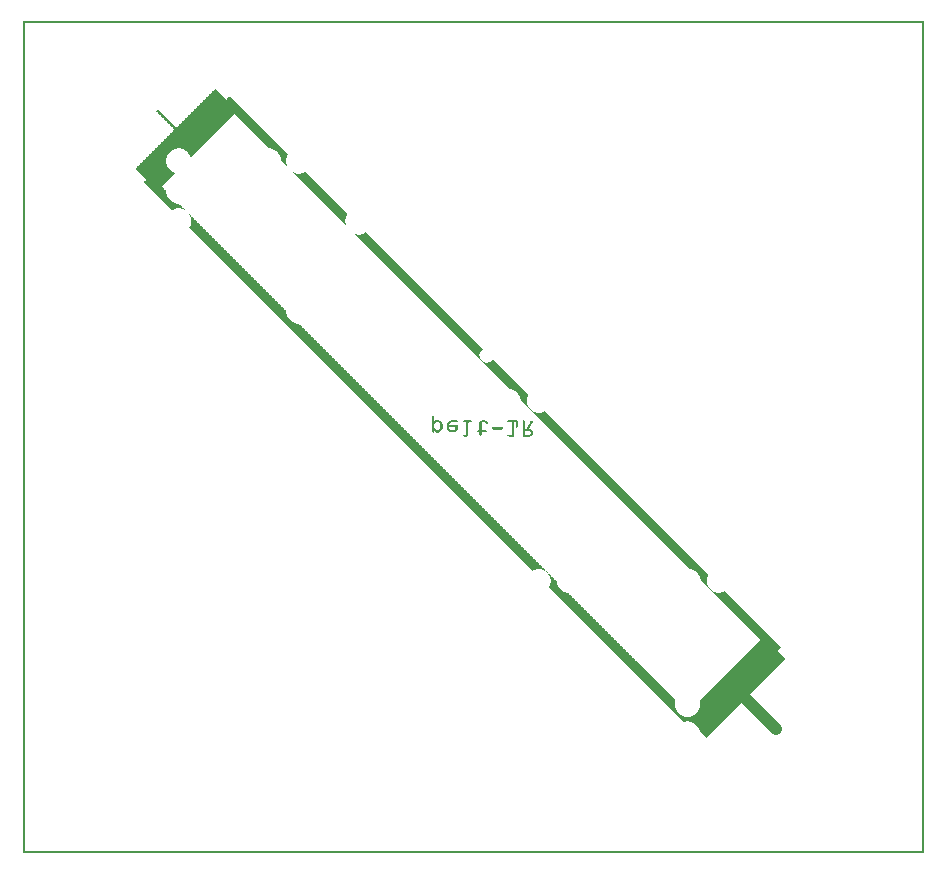
<source format=gbo>
G04 MADE WITH FRITZING*
G04 WWW.FRITZING.ORG*
G04 DOUBLE SIDED*
G04 HOLES PLATED*
G04 CONTOUR ON CENTER OF CONTOUR VECTOR*
%ASAXBY*%
%FSLAX23Y23*%
%MOIN*%
%OFA0B0*%
%SFA1.0B1.0*%
%ADD10C,0.038623*%
%ADD11R,0.001000X0.001000*%
%LNSILK0*%
G90*
G70*
G54D10*
X2369Y559D02*
X2511Y416D01*
G54D11*
X0Y2776D02*
X3005Y2776D01*
X0Y2775D02*
X3005Y2775D01*
X0Y2774D02*
X3005Y2774D01*
X0Y2773D02*
X3005Y2773D01*
X0Y2772D02*
X3005Y2772D01*
X0Y2771D02*
X3005Y2771D01*
X0Y2770D02*
X3005Y2770D01*
X0Y2769D02*
X3005Y2769D01*
X0Y2768D02*
X7Y2768D01*
X2998Y2768D02*
X3005Y2768D01*
X0Y2767D02*
X7Y2767D01*
X2998Y2767D02*
X3005Y2767D01*
X0Y2766D02*
X7Y2766D01*
X2998Y2766D02*
X3005Y2766D01*
X0Y2765D02*
X7Y2765D01*
X2998Y2765D02*
X3005Y2765D01*
X0Y2764D02*
X7Y2764D01*
X2998Y2764D02*
X3005Y2764D01*
X0Y2763D02*
X7Y2763D01*
X2998Y2763D02*
X3005Y2763D01*
X0Y2762D02*
X7Y2762D01*
X2998Y2762D02*
X3005Y2762D01*
X0Y2761D02*
X7Y2761D01*
X2998Y2761D02*
X3005Y2761D01*
X0Y2760D02*
X7Y2760D01*
X2998Y2760D02*
X3005Y2760D01*
X0Y2759D02*
X7Y2759D01*
X2998Y2759D02*
X3005Y2759D01*
X0Y2758D02*
X7Y2758D01*
X2998Y2758D02*
X3005Y2758D01*
X0Y2757D02*
X7Y2757D01*
X2998Y2757D02*
X3005Y2757D01*
X0Y2756D02*
X7Y2756D01*
X2998Y2756D02*
X3005Y2756D01*
X0Y2755D02*
X7Y2755D01*
X2998Y2755D02*
X3005Y2755D01*
X0Y2754D02*
X7Y2754D01*
X2998Y2754D02*
X3005Y2754D01*
X0Y2753D02*
X7Y2753D01*
X2998Y2753D02*
X3005Y2753D01*
X0Y2752D02*
X7Y2752D01*
X2998Y2752D02*
X3005Y2752D01*
X0Y2751D02*
X7Y2751D01*
X2998Y2751D02*
X3005Y2751D01*
X0Y2750D02*
X7Y2750D01*
X2998Y2750D02*
X3005Y2750D01*
X0Y2749D02*
X7Y2749D01*
X2998Y2749D02*
X3005Y2749D01*
X0Y2748D02*
X7Y2748D01*
X2998Y2748D02*
X3005Y2748D01*
X0Y2747D02*
X7Y2747D01*
X2998Y2747D02*
X3005Y2747D01*
X0Y2746D02*
X7Y2746D01*
X2998Y2746D02*
X3005Y2746D01*
X0Y2745D02*
X7Y2745D01*
X2998Y2745D02*
X3005Y2745D01*
X0Y2744D02*
X7Y2744D01*
X2998Y2744D02*
X3005Y2744D01*
X0Y2743D02*
X7Y2743D01*
X2998Y2743D02*
X3005Y2743D01*
X0Y2742D02*
X7Y2742D01*
X2998Y2742D02*
X3005Y2742D01*
X0Y2741D02*
X7Y2741D01*
X2998Y2741D02*
X3005Y2741D01*
X0Y2740D02*
X7Y2740D01*
X2998Y2740D02*
X3005Y2740D01*
X0Y2739D02*
X7Y2739D01*
X2998Y2739D02*
X3005Y2739D01*
X0Y2738D02*
X7Y2738D01*
X2998Y2738D02*
X3005Y2738D01*
X0Y2737D02*
X7Y2737D01*
X2998Y2737D02*
X3005Y2737D01*
X0Y2736D02*
X7Y2736D01*
X2998Y2736D02*
X3005Y2736D01*
X0Y2735D02*
X7Y2735D01*
X2998Y2735D02*
X3005Y2735D01*
X0Y2734D02*
X7Y2734D01*
X2998Y2734D02*
X3005Y2734D01*
X0Y2733D02*
X7Y2733D01*
X2998Y2733D02*
X3005Y2733D01*
X0Y2732D02*
X7Y2732D01*
X2998Y2732D02*
X3005Y2732D01*
X0Y2731D02*
X7Y2731D01*
X2998Y2731D02*
X3005Y2731D01*
X0Y2730D02*
X7Y2730D01*
X2998Y2730D02*
X3005Y2730D01*
X0Y2729D02*
X7Y2729D01*
X2998Y2729D02*
X3005Y2729D01*
X0Y2728D02*
X7Y2728D01*
X2998Y2728D02*
X3005Y2728D01*
X0Y2727D02*
X7Y2727D01*
X2998Y2727D02*
X3005Y2727D01*
X0Y2726D02*
X7Y2726D01*
X2998Y2726D02*
X3005Y2726D01*
X0Y2725D02*
X7Y2725D01*
X2998Y2725D02*
X3005Y2725D01*
X0Y2724D02*
X7Y2724D01*
X2998Y2724D02*
X3005Y2724D01*
X0Y2723D02*
X7Y2723D01*
X2998Y2723D02*
X3005Y2723D01*
X0Y2722D02*
X7Y2722D01*
X2998Y2722D02*
X3005Y2722D01*
X0Y2721D02*
X7Y2721D01*
X2998Y2721D02*
X3005Y2721D01*
X0Y2720D02*
X7Y2720D01*
X2998Y2720D02*
X3005Y2720D01*
X0Y2719D02*
X7Y2719D01*
X2998Y2719D02*
X3005Y2719D01*
X0Y2718D02*
X7Y2718D01*
X2998Y2718D02*
X3005Y2718D01*
X0Y2717D02*
X7Y2717D01*
X2998Y2717D02*
X3005Y2717D01*
X0Y2716D02*
X7Y2716D01*
X2998Y2716D02*
X3005Y2716D01*
X0Y2715D02*
X7Y2715D01*
X2998Y2715D02*
X3005Y2715D01*
X0Y2714D02*
X7Y2714D01*
X2998Y2714D02*
X3005Y2714D01*
X0Y2713D02*
X7Y2713D01*
X2998Y2713D02*
X3005Y2713D01*
X0Y2712D02*
X7Y2712D01*
X2998Y2712D02*
X3005Y2712D01*
X0Y2711D02*
X7Y2711D01*
X2998Y2711D02*
X3005Y2711D01*
X0Y2710D02*
X7Y2710D01*
X2998Y2710D02*
X3005Y2710D01*
X0Y2709D02*
X7Y2709D01*
X2998Y2709D02*
X3005Y2709D01*
X0Y2708D02*
X7Y2708D01*
X2998Y2708D02*
X3005Y2708D01*
X0Y2707D02*
X7Y2707D01*
X2998Y2707D02*
X3005Y2707D01*
X0Y2706D02*
X7Y2706D01*
X2998Y2706D02*
X3005Y2706D01*
X0Y2705D02*
X7Y2705D01*
X2998Y2705D02*
X3005Y2705D01*
X0Y2704D02*
X7Y2704D01*
X2998Y2704D02*
X3005Y2704D01*
X0Y2703D02*
X7Y2703D01*
X2998Y2703D02*
X3005Y2703D01*
X0Y2702D02*
X7Y2702D01*
X2998Y2702D02*
X3005Y2702D01*
X0Y2701D02*
X7Y2701D01*
X2998Y2701D02*
X3005Y2701D01*
X0Y2700D02*
X7Y2700D01*
X2998Y2700D02*
X3005Y2700D01*
X0Y2699D02*
X7Y2699D01*
X2998Y2699D02*
X3005Y2699D01*
X0Y2698D02*
X7Y2698D01*
X2998Y2698D02*
X3005Y2698D01*
X0Y2697D02*
X7Y2697D01*
X2998Y2697D02*
X3005Y2697D01*
X0Y2696D02*
X7Y2696D01*
X2998Y2696D02*
X3005Y2696D01*
X0Y2695D02*
X7Y2695D01*
X2998Y2695D02*
X3005Y2695D01*
X0Y2694D02*
X7Y2694D01*
X2998Y2694D02*
X3005Y2694D01*
X0Y2693D02*
X7Y2693D01*
X2998Y2693D02*
X3005Y2693D01*
X0Y2692D02*
X7Y2692D01*
X2998Y2692D02*
X3005Y2692D01*
X0Y2691D02*
X7Y2691D01*
X2998Y2691D02*
X3005Y2691D01*
X0Y2690D02*
X7Y2690D01*
X2998Y2690D02*
X3005Y2690D01*
X0Y2689D02*
X7Y2689D01*
X2998Y2689D02*
X3005Y2689D01*
X0Y2688D02*
X7Y2688D01*
X2998Y2688D02*
X3005Y2688D01*
X0Y2687D02*
X7Y2687D01*
X2998Y2687D02*
X3005Y2687D01*
X0Y2686D02*
X7Y2686D01*
X2998Y2686D02*
X3005Y2686D01*
X0Y2685D02*
X7Y2685D01*
X2998Y2685D02*
X3005Y2685D01*
X0Y2684D02*
X7Y2684D01*
X2998Y2684D02*
X3005Y2684D01*
X0Y2683D02*
X7Y2683D01*
X2998Y2683D02*
X3005Y2683D01*
X0Y2682D02*
X7Y2682D01*
X2998Y2682D02*
X3005Y2682D01*
X0Y2681D02*
X7Y2681D01*
X2998Y2681D02*
X3005Y2681D01*
X0Y2680D02*
X7Y2680D01*
X2998Y2680D02*
X3005Y2680D01*
X0Y2679D02*
X7Y2679D01*
X2998Y2679D02*
X3005Y2679D01*
X0Y2678D02*
X7Y2678D01*
X2998Y2678D02*
X3005Y2678D01*
X0Y2677D02*
X7Y2677D01*
X2998Y2677D02*
X3005Y2677D01*
X0Y2676D02*
X7Y2676D01*
X2998Y2676D02*
X3005Y2676D01*
X0Y2675D02*
X7Y2675D01*
X2998Y2675D02*
X3005Y2675D01*
X0Y2674D02*
X7Y2674D01*
X2998Y2674D02*
X3005Y2674D01*
X0Y2673D02*
X7Y2673D01*
X2998Y2673D02*
X3005Y2673D01*
X0Y2672D02*
X7Y2672D01*
X2998Y2672D02*
X3005Y2672D01*
X0Y2671D02*
X7Y2671D01*
X2998Y2671D02*
X3005Y2671D01*
X0Y2670D02*
X7Y2670D01*
X2998Y2670D02*
X3005Y2670D01*
X0Y2669D02*
X7Y2669D01*
X2998Y2669D02*
X3005Y2669D01*
X0Y2668D02*
X7Y2668D01*
X2998Y2668D02*
X3005Y2668D01*
X0Y2667D02*
X7Y2667D01*
X2998Y2667D02*
X3005Y2667D01*
X0Y2666D02*
X7Y2666D01*
X2998Y2666D02*
X3005Y2666D01*
X0Y2665D02*
X7Y2665D01*
X2998Y2665D02*
X3005Y2665D01*
X0Y2664D02*
X7Y2664D01*
X2998Y2664D02*
X3005Y2664D01*
X0Y2663D02*
X7Y2663D01*
X2998Y2663D02*
X3005Y2663D01*
X0Y2662D02*
X7Y2662D01*
X2998Y2662D02*
X3005Y2662D01*
X0Y2661D02*
X7Y2661D01*
X2998Y2661D02*
X3005Y2661D01*
X0Y2660D02*
X7Y2660D01*
X2998Y2660D02*
X3005Y2660D01*
X0Y2659D02*
X7Y2659D01*
X2998Y2659D02*
X3005Y2659D01*
X0Y2658D02*
X7Y2658D01*
X2998Y2658D02*
X3005Y2658D01*
X0Y2657D02*
X7Y2657D01*
X2998Y2657D02*
X3005Y2657D01*
X0Y2656D02*
X7Y2656D01*
X2998Y2656D02*
X3005Y2656D01*
X0Y2655D02*
X7Y2655D01*
X2998Y2655D02*
X3005Y2655D01*
X0Y2654D02*
X7Y2654D01*
X2998Y2654D02*
X3005Y2654D01*
X0Y2653D02*
X7Y2653D01*
X2998Y2653D02*
X3005Y2653D01*
X0Y2652D02*
X7Y2652D01*
X2998Y2652D02*
X3005Y2652D01*
X0Y2651D02*
X7Y2651D01*
X2998Y2651D02*
X3005Y2651D01*
X0Y2650D02*
X7Y2650D01*
X2998Y2650D02*
X3005Y2650D01*
X0Y2649D02*
X7Y2649D01*
X2998Y2649D02*
X3005Y2649D01*
X0Y2648D02*
X7Y2648D01*
X2998Y2648D02*
X3005Y2648D01*
X0Y2647D02*
X7Y2647D01*
X2998Y2647D02*
X3005Y2647D01*
X0Y2646D02*
X7Y2646D01*
X2998Y2646D02*
X3005Y2646D01*
X0Y2645D02*
X7Y2645D01*
X2998Y2645D02*
X3005Y2645D01*
X0Y2644D02*
X7Y2644D01*
X2998Y2644D02*
X3005Y2644D01*
X0Y2643D02*
X7Y2643D01*
X2998Y2643D02*
X3005Y2643D01*
X0Y2642D02*
X7Y2642D01*
X2998Y2642D02*
X3005Y2642D01*
X0Y2641D02*
X7Y2641D01*
X2998Y2641D02*
X3005Y2641D01*
X0Y2640D02*
X7Y2640D01*
X2998Y2640D02*
X3005Y2640D01*
X0Y2639D02*
X7Y2639D01*
X2998Y2639D02*
X3005Y2639D01*
X0Y2638D02*
X7Y2638D01*
X2998Y2638D02*
X3005Y2638D01*
X0Y2637D02*
X7Y2637D01*
X2998Y2637D02*
X3005Y2637D01*
X0Y2636D02*
X7Y2636D01*
X2998Y2636D02*
X3005Y2636D01*
X0Y2635D02*
X7Y2635D01*
X2998Y2635D02*
X3005Y2635D01*
X0Y2634D02*
X7Y2634D01*
X2998Y2634D02*
X3005Y2634D01*
X0Y2633D02*
X7Y2633D01*
X2998Y2633D02*
X3005Y2633D01*
X0Y2632D02*
X7Y2632D01*
X2998Y2632D02*
X3005Y2632D01*
X0Y2631D02*
X7Y2631D01*
X2998Y2631D02*
X3005Y2631D01*
X0Y2630D02*
X7Y2630D01*
X2998Y2630D02*
X3005Y2630D01*
X0Y2629D02*
X7Y2629D01*
X2998Y2629D02*
X3005Y2629D01*
X0Y2628D02*
X7Y2628D01*
X2998Y2628D02*
X3005Y2628D01*
X0Y2627D02*
X7Y2627D01*
X2998Y2627D02*
X3005Y2627D01*
X0Y2626D02*
X7Y2626D01*
X2998Y2626D02*
X3005Y2626D01*
X0Y2625D02*
X7Y2625D01*
X2998Y2625D02*
X3005Y2625D01*
X0Y2624D02*
X7Y2624D01*
X2998Y2624D02*
X3005Y2624D01*
X0Y2623D02*
X7Y2623D01*
X2998Y2623D02*
X3005Y2623D01*
X0Y2622D02*
X7Y2622D01*
X2998Y2622D02*
X3005Y2622D01*
X0Y2621D02*
X7Y2621D01*
X2998Y2621D02*
X3005Y2621D01*
X0Y2620D02*
X7Y2620D01*
X2998Y2620D02*
X3005Y2620D01*
X0Y2619D02*
X7Y2619D01*
X2998Y2619D02*
X3005Y2619D01*
X0Y2618D02*
X7Y2618D01*
X2998Y2618D02*
X3005Y2618D01*
X0Y2617D02*
X7Y2617D01*
X2998Y2617D02*
X3005Y2617D01*
X0Y2616D02*
X7Y2616D01*
X2998Y2616D02*
X3005Y2616D01*
X0Y2615D02*
X7Y2615D01*
X2998Y2615D02*
X3005Y2615D01*
X0Y2614D02*
X7Y2614D01*
X2998Y2614D02*
X3005Y2614D01*
X0Y2613D02*
X7Y2613D01*
X2998Y2613D02*
X3005Y2613D01*
X0Y2612D02*
X7Y2612D01*
X2998Y2612D02*
X3005Y2612D01*
X0Y2611D02*
X7Y2611D01*
X2998Y2611D02*
X3005Y2611D01*
X0Y2610D02*
X7Y2610D01*
X2998Y2610D02*
X3005Y2610D01*
X0Y2609D02*
X7Y2609D01*
X2998Y2609D02*
X3005Y2609D01*
X0Y2608D02*
X7Y2608D01*
X2998Y2608D02*
X3005Y2608D01*
X0Y2607D02*
X7Y2607D01*
X2998Y2607D02*
X3005Y2607D01*
X0Y2606D02*
X7Y2606D01*
X2998Y2606D02*
X3005Y2606D01*
X0Y2605D02*
X7Y2605D01*
X2998Y2605D02*
X3005Y2605D01*
X0Y2604D02*
X7Y2604D01*
X2998Y2604D02*
X3005Y2604D01*
X0Y2603D02*
X7Y2603D01*
X2998Y2603D02*
X3005Y2603D01*
X0Y2602D02*
X7Y2602D01*
X2998Y2602D02*
X3005Y2602D01*
X0Y2601D02*
X7Y2601D01*
X2998Y2601D02*
X3005Y2601D01*
X0Y2600D02*
X7Y2600D01*
X2998Y2600D02*
X3005Y2600D01*
X0Y2599D02*
X7Y2599D01*
X2998Y2599D02*
X3005Y2599D01*
X0Y2598D02*
X7Y2598D01*
X2998Y2598D02*
X3005Y2598D01*
X0Y2597D02*
X7Y2597D01*
X2998Y2597D02*
X3005Y2597D01*
X0Y2596D02*
X7Y2596D01*
X2998Y2596D02*
X3005Y2596D01*
X0Y2595D02*
X7Y2595D01*
X2998Y2595D02*
X3005Y2595D01*
X0Y2594D02*
X7Y2594D01*
X2998Y2594D02*
X3005Y2594D01*
X0Y2593D02*
X7Y2593D01*
X2998Y2593D02*
X3005Y2593D01*
X0Y2592D02*
X7Y2592D01*
X2998Y2592D02*
X3005Y2592D01*
X0Y2591D02*
X7Y2591D01*
X2998Y2591D02*
X3005Y2591D01*
X0Y2590D02*
X7Y2590D01*
X2998Y2590D02*
X3005Y2590D01*
X0Y2589D02*
X7Y2589D01*
X2998Y2589D02*
X3005Y2589D01*
X0Y2588D02*
X7Y2588D01*
X2998Y2588D02*
X3005Y2588D01*
X0Y2587D02*
X7Y2587D01*
X2998Y2587D02*
X3005Y2587D01*
X0Y2586D02*
X7Y2586D01*
X2998Y2586D02*
X3005Y2586D01*
X0Y2585D02*
X7Y2585D01*
X2998Y2585D02*
X3005Y2585D01*
X0Y2584D02*
X7Y2584D01*
X2998Y2584D02*
X3005Y2584D01*
X0Y2583D02*
X7Y2583D01*
X2998Y2583D02*
X3005Y2583D01*
X0Y2582D02*
X7Y2582D01*
X2998Y2582D02*
X3005Y2582D01*
X0Y2581D02*
X7Y2581D01*
X2998Y2581D02*
X3005Y2581D01*
X0Y2580D02*
X7Y2580D01*
X2998Y2580D02*
X3005Y2580D01*
X0Y2579D02*
X7Y2579D01*
X2998Y2579D02*
X3005Y2579D01*
X0Y2578D02*
X7Y2578D01*
X2998Y2578D02*
X3005Y2578D01*
X0Y2577D02*
X7Y2577D01*
X2998Y2577D02*
X3005Y2577D01*
X0Y2576D02*
X7Y2576D01*
X2998Y2576D02*
X3005Y2576D01*
X0Y2575D02*
X7Y2575D01*
X2998Y2575D02*
X3005Y2575D01*
X0Y2574D02*
X7Y2574D01*
X2998Y2574D02*
X3005Y2574D01*
X0Y2573D02*
X7Y2573D01*
X2998Y2573D02*
X3005Y2573D01*
X0Y2572D02*
X7Y2572D01*
X2998Y2572D02*
X3005Y2572D01*
X0Y2571D02*
X7Y2571D01*
X2998Y2571D02*
X3005Y2571D01*
X0Y2570D02*
X7Y2570D01*
X2998Y2570D02*
X3005Y2570D01*
X0Y2569D02*
X7Y2569D01*
X2998Y2569D02*
X3005Y2569D01*
X0Y2568D02*
X7Y2568D01*
X2998Y2568D02*
X3005Y2568D01*
X0Y2567D02*
X7Y2567D01*
X2998Y2567D02*
X3005Y2567D01*
X0Y2566D02*
X7Y2566D01*
X2998Y2566D02*
X3005Y2566D01*
X0Y2565D02*
X7Y2565D01*
X2998Y2565D02*
X3005Y2565D01*
X0Y2564D02*
X7Y2564D01*
X2998Y2564D02*
X3005Y2564D01*
X0Y2563D02*
X7Y2563D01*
X2998Y2563D02*
X3005Y2563D01*
X0Y2562D02*
X7Y2562D01*
X2998Y2562D02*
X3005Y2562D01*
X0Y2561D02*
X7Y2561D01*
X2998Y2561D02*
X3005Y2561D01*
X0Y2560D02*
X7Y2560D01*
X2998Y2560D02*
X3005Y2560D01*
X0Y2559D02*
X7Y2559D01*
X2998Y2559D02*
X3005Y2559D01*
X0Y2558D02*
X7Y2558D01*
X2998Y2558D02*
X3005Y2558D01*
X0Y2557D02*
X7Y2557D01*
X2998Y2557D02*
X3005Y2557D01*
X0Y2556D02*
X7Y2556D01*
X2998Y2556D02*
X3005Y2556D01*
X0Y2555D02*
X7Y2555D01*
X2998Y2555D02*
X3005Y2555D01*
X0Y2554D02*
X7Y2554D01*
X2998Y2554D02*
X3005Y2554D01*
X0Y2553D02*
X7Y2553D01*
X2998Y2553D02*
X3005Y2553D01*
X0Y2552D02*
X7Y2552D01*
X2998Y2552D02*
X3005Y2552D01*
X0Y2551D02*
X7Y2551D01*
X2998Y2551D02*
X3005Y2551D01*
X0Y2550D02*
X7Y2550D01*
X2998Y2550D02*
X3005Y2550D01*
X0Y2549D02*
X7Y2549D01*
X642Y2549D02*
X643Y2549D01*
X2998Y2549D02*
X3005Y2549D01*
X0Y2548D02*
X7Y2548D01*
X641Y2548D02*
X644Y2548D01*
X2998Y2548D02*
X3005Y2548D01*
X0Y2547D02*
X7Y2547D01*
X640Y2547D02*
X645Y2547D01*
X2998Y2547D02*
X3005Y2547D01*
X0Y2546D02*
X7Y2546D01*
X639Y2546D02*
X646Y2546D01*
X2998Y2546D02*
X3005Y2546D01*
X0Y2545D02*
X7Y2545D01*
X638Y2545D02*
X647Y2545D01*
X2998Y2545D02*
X3005Y2545D01*
X0Y2544D02*
X7Y2544D01*
X637Y2544D02*
X648Y2544D01*
X2998Y2544D02*
X3005Y2544D01*
X0Y2543D02*
X7Y2543D01*
X636Y2543D02*
X649Y2543D01*
X2998Y2543D02*
X3005Y2543D01*
X0Y2542D02*
X7Y2542D01*
X635Y2542D02*
X650Y2542D01*
X2998Y2542D02*
X3005Y2542D01*
X0Y2541D02*
X7Y2541D01*
X634Y2541D02*
X651Y2541D01*
X2998Y2541D02*
X3005Y2541D01*
X0Y2540D02*
X7Y2540D01*
X633Y2540D02*
X652Y2540D01*
X2998Y2540D02*
X3005Y2540D01*
X0Y2539D02*
X7Y2539D01*
X632Y2539D02*
X653Y2539D01*
X2998Y2539D02*
X3005Y2539D01*
X0Y2538D02*
X7Y2538D01*
X631Y2538D02*
X654Y2538D01*
X2998Y2538D02*
X3005Y2538D01*
X0Y2537D02*
X7Y2537D01*
X630Y2537D02*
X655Y2537D01*
X2998Y2537D02*
X3005Y2537D01*
X0Y2536D02*
X7Y2536D01*
X629Y2536D02*
X656Y2536D01*
X2998Y2536D02*
X3005Y2536D01*
X0Y2535D02*
X7Y2535D01*
X628Y2535D02*
X657Y2535D01*
X2998Y2535D02*
X3005Y2535D01*
X0Y2534D02*
X7Y2534D01*
X627Y2534D02*
X658Y2534D01*
X2998Y2534D02*
X3005Y2534D01*
X0Y2533D02*
X7Y2533D01*
X626Y2533D02*
X659Y2533D01*
X2998Y2533D02*
X3005Y2533D01*
X0Y2532D02*
X7Y2532D01*
X625Y2532D02*
X660Y2532D01*
X2998Y2532D02*
X3005Y2532D01*
X0Y2531D02*
X7Y2531D01*
X624Y2531D02*
X661Y2531D01*
X2998Y2531D02*
X3005Y2531D01*
X0Y2530D02*
X7Y2530D01*
X623Y2530D02*
X662Y2530D01*
X2998Y2530D02*
X3005Y2530D01*
X0Y2529D02*
X7Y2529D01*
X622Y2529D02*
X663Y2529D01*
X2998Y2529D02*
X3005Y2529D01*
X0Y2528D02*
X7Y2528D01*
X621Y2528D02*
X664Y2528D01*
X2998Y2528D02*
X3005Y2528D01*
X0Y2527D02*
X7Y2527D01*
X620Y2527D02*
X665Y2527D01*
X2998Y2527D02*
X3005Y2527D01*
X0Y2526D02*
X7Y2526D01*
X619Y2526D02*
X666Y2526D01*
X2998Y2526D02*
X3005Y2526D01*
X0Y2525D02*
X7Y2525D01*
X618Y2525D02*
X667Y2525D01*
X2998Y2525D02*
X3005Y2525D01*
X0Y2524D02*
X7Y2524D01*
X617Y2524D02*
X668Y2524D01*
X2998Y2524D02*
X3005Y2524D01*
X0Y2523D02*
X7Y2523D01*
X616Y2523D02*
X669Y2523D01*
X689Y2523D02*
X691Y2523D01*
X2998Y2523D02*
X3005Y2523D01*
X0Y2522D02*
X7Y2522D01*
X615Y2522D02*
X670Y2522D01*
X688Y2522D02*
X692Y2522D01*
X2998Y2522D02*
X3005Y2522D01*
X0Y2521D02*
X7Y2521D01*
X614Y2521D02*
X671Y2521D01*
X687Y2521D02*
X693Y2521D01*
X2998Y2521D02*
X3005Y2521D01*
X0Y2520D02*
X7Y2520D01*
X613Y2520D02*
X672Y2520D01*
X686Y2520D02*
X694Y2520D01*
X2998Y2520D02*
X3005Y2520D01*
X0Y2519D02*
X7Y2519D01*
X612Y2519D02*
X673Y2519D01*
X685Y2519D02*
X695Y2519D01*
X2998Y2519D02*
X3005Y2519D01*
X0Y2518D02*
X7Y2518D01*
X611Y2518D02*
X674Y2518D01*
X684Y2518D02*
X696Y2518D01*
X2998Y2518D02*
X3005Y2518D01*
X0Y2517D02*
X7Y2517D01*
X610Y2517D02*
X675Y2517D01*
X683Y2517D02*
X697Y2517D01*
X2998Y2517D02*
X3005Y2517D01*
X0Y2516D02*
X7Y2516D01*
X609Y2516D02*
X676Y2516D01*
X682Y2516D02*
X698Y2516D01*
X2998Y2516D02*
X3005Y2516D01*
X0Y2515D02*
X7Y2515D01*
X608Y2515D02*
X677Y2515D01*
X681Y2515D02*
X699Y2515D01*
X2998Y2515D02*
X3005Y2515D01*
X0Y2514D02*
X7Y2514D01*
X607Y2514D02*
X678Y2514D01*
X680Y2514D02*
X700Y2514D01*
X2998Y2514D02*
X3005Y2514D01*
X0Y2513D02*
X7Y2513D01*
X606Y2513D02*
X701Y2513D01*
X2998Y2513D02*
X3005Y2513D01*
X0Y2512D02*
X7Y2512D01*
X605Y2512D02*
X702Y2512D01*
X2998Y2512D02*
X3005Y2512D01*
X0Y2511D02*
X7Y2511D01*
X604Y2511D02*
X703Y2511D01*
X2998Y2511D02*
X3005Y2511D01*
X0Y2510D02*
X7Y2510D01*
X603Y2510D02*
X704Y2510D01*
X2998Y2510D02*
X3005Y2510D01*
X0Y2509D02*
X7Y2509D01*
X602Y2509D02*
X705Y2509D01*
X2998Y2509D02*
X3005Y2509D01*
X0Y2508D02*
X7Y2508D01*
X601Y2508D02*
X706Y2508D01*
X2998Y2508D02*
X3005Y2508D01*
X0Y2507D02*
X7Y2507D01*
X600Y2507D02*
X707Y2507D01*
X2998Y2507D02*
X3005Y2507D01*
X0Y2506D02*
X7Y2506D01*
X599Y2506D02*
X708Y2506D01*
X2998Y2506D02*
X3005Y2506D01*
X0Y2505D02*
X7Y2505D01*
X598Y2505D02*
X709Y2505D01*
X2998Y2505D02*
X3005Y2505D01*
X0Y2504D02*
X7Y2504D01*
X597Y2504D02*
X710Y2504D01*
X2998Y2504D02*
X3005Y2504D01*
X0Y2503D02*
X7Y2503D01*
X596Y2503D02*
X711Y2503D01*
X2998Y2503D02*
X3005Y2503D01*
X0Y2502D02*
X7Y2502D01*
X595Y2502D02*
X712Y2502D01*
X2998Y2502D02*
X3005Y2502D01*
X0Y2501D02*
X7Y2501D01*
X594Y2501D02*
X713Y2501D01*
X2998Y2501D02*
X3005Y2501D01*
X0Y2500D02*
X7Y2500D01*
X593Y2500D02*
X714Y2500D01*
X2998Y2500D02*
X3005Y2500D01*
X0Y2499D02*
X7Y2499D01*
X592Y2499D02*
X715Y2499D01*
X2998Y2499D02*
X3005Y2499D01*
X0Y2498D02*
X7Y2498D01*
X591Y2498D02*
X716Y2498D01*
X2998Y2498D02*
X3005Y2498D01*
X0Y2497D02*
X7Y2497D01*
X590Y2497D02*
X717Y2497D01*
X2998Y2497D02*
X3005Y2497D01*
X0Y2496D02*
X7Y2496D01*
X589Y2496D02*
X718Y2496D01*
X2998Y2496D02*
X3005Y2496D01*
X0Y2495D02*
X7Y2495D01*
X588Y2495D02*
X719Y2495D01*
X2998Y2495D02*
X3005Y2495D01*
X0Y2494D02*
X7Y2494D01*
X587Y2494D02*
X720Y2494D01*
X2998Y2494D02*
X3005Y2494D01*
X0Y2493D02*
X7Y2493D01*
X586Y2493D02*
X721Y2493D01*
X2998Y2493D02*
X3005Y2493D01*
X0Y2492D02*
X7Y2492D01*
X585Y2492D02*
X722Y2492D01*
X2998Y2492D02*
X3005Y2492D01*
X0Y2491D02*
X7Y2491D01*
X584Y2491D02*
X723Y2491D01*
X2998Y2491D02*
X3005Y2491D01*
X0Y2490D02*
X7Y2490D01*
X583Y2490D02*
X724Y2490D01*
X2998Y2490D02*
X3005Y2490D01*
X0Y2489D02*
X7Y2489D01*
X582Y2489D02*
X725Y2489D01*
X2998Y2489D02*
X3005Y2489D01*
X0Y2488D02*
X7Y2488D01*
X581Y2488D02*
X726Y2488D01*
X2998Y2488D02*
X3005Y2488D01*
X0Y2487D02*
X7Y2487D01*
X580Y2487D02*
X727Y2487D01*
X2998Y2487D02*
X3005Y2487D01*
X0Y2486D02*
X7Y2486D01*
X579Y2486D02*
X728Y2486D01*
X2998Y2486D02*
X3005Y2486D01*
X0Y2485D02*
X7Y2485D01*
X578Y2485D02*
X729Y2485D01*
X2998Y2485D02*
X3005Y2485D01*
X0Y2484D02*
X7Y2484D01*
X577Y2484D02*
X730Y2484D01*
X2998Y2484D02*
X3005Y2484D01*
X0Y2483D02*
X7Y2483D01*
X576Y2483D02*
X731Y2483D01*
X2998Y2483D02*
X3005Y2483D01*
X0Y2482D02*
X7Y2482D01*
X575Y2482D02*
X732Y2482D01*
X2998Y2482D02*
X3005Y2482D01*
X0Y2481D02*
X7Y2481D01*
X574Y2481D02*
X733Y2481D01*
X2998Y2481D02*
X3005Y2481D01*
X0Y2480D02*
X7Y2480D01*
X573Y2480D02*
X734Y2480D01*
X2998Y2480D02*
X3005Y2480D01*
X0Y2479D02*
X7Y2479D01*
X451Y2479D02*
X451Y2479D01*
X572Y2479D02*
X735Y2479D01*
X2998Y2479D02*
X3005Y2479D01*
X0Y2478D02*
X7Y2478D01*
X451Y2478D02*
X452Y2478D01*
X571Y2478D02*
X736Y2478D01*
X2998Y2478D02*
X3005Y2478D01*
X0Y2477D02*
X7Y2477D01*
X449Y2477D02*
X453Y2477D01*
X570Y2477D02*
X737Y2477D01*
X2998Y2477D02*
X3005Y2477D01*
X0Y2476D02*
X7Y2476D01*
X448Y2476D02*
X454Y2476D01*
X569Y2476D02*
X738Y2476D01*
X2998Y2476D02*
X3005Y2476D01*
X0Y2475D02*
X7Y2475D01*
X447Y2475D02*
X455Y2475D01*
X568Y2475D02*
X739Y2475D01*
X2998Y2475D02*
X3005Y2475D01*
X0Y2474D02*
X7Y2474D01*
X446Y2474D02*
X456Y2474D01*
X567Y2474D02*
X740Y2474D01*
X2998Y2474D02*
X3005Y2474D01*
X0Y2473D02*
X7Y2473D01*
X447Y2473D02*
X457Y2473D01*
X566Y2473D02*
X741Y2473D01*
X2998Y2473D02*
X3005Y2473D01*
X0Y2472D02*
X7Y2472D01*
X448Y2472D02*
X458Y2472D01*
X565Y2472D02*
X742Y2472D01*
X2998Y2472D02*
X3005Y2472D01*
X0Y2471D02*
X7Y2471D01*
X449Y2471D02*
X459Y2471D01*
X564Y2471D02*
X743Y2471D01*
X2998Y2471D02*
X3005Y2471D01*
X0Y2470D02*
X7Y2470D01*
X450Y2470D02*
X460Y2470D01*
X563Y2470D02*
X744Y2470D01*
X2998Y2470D02*
X3005Y2470D01*
X0Y2469D02*
X7Y2469D01*
X451Y2469D02*
X461Y2469D01*
X563Y2469D02*
X745Y2469D01*
X2998Y2469D02*
X3005Y2469D01*
X0Y2468D02*
X7Y2468D01*
X452Y2468D02*
X462Y2468D01*
X563Y2468D02*
X746Y2468D01*
X2998Y2468D02*
X3005Y2468D01*
X0Y2467D02*
X7Y2467D01*
X453Y2467D02*
X463Y2467D01*
X563Y2467D02*
X747Y2467D01*
X2998Y2467D02*
X3005Y2467D01*
X0Y2466D02*
X7Y2466D01*
X454Y2466D02*
X464Y2466D01*
X563Y2466D02*
X748Y2466D01*
X2998Y2466D02*
X3005Y2466D01*
X0Y2465D02*
X7Y2465D01*
X455Y2465D02*
X465Y2465D01*
X558Y2465D02*
X704Y2465D01*
X706Y2465D02*
X749Y2465D01*
X2998Y2465D02*
X3005Y2465D01*
X0Y2464D02*
X7Y2464D01*
X456Y2464D02*
X466Y2464D01*
X557Y2464D02*
X703Y2464D01*
X707Y2464D02*
X750Y2464D01*
X2998Y2464D02*
X3005Y2464D01*
X0Y2463D02*
X7Y2463D01*
X457Y2463D02*
X467Y2463D01*
X556Y2463D02*
X702Y2463D01*
X708Y2463D02*
X751Y2463D01*
X2998Y2463D02*
X3005Y2463D01*
X0Y2462D02*
X7Y2462D01*
X458Y2462D02*
X468Y2462D01*
X555Y2462D02*
X701Y2462D01*
X709Y2462D02*
X752Y2462D01*
X2998Y2462D02*
X3005Y2462D01*
X0Y2461D02*
X7Y2461D01*
X459Y2461D02*
X469Y2461D01*
X554Y2461D02*
X700Y2461D01*
X710Y2461D02*
X753Y2461D01*
X2998Y2461D02*
X3005Y2461D01*
X0Y2460D02*
X7Y2460D01*
X460Y2460D02*
X470Y2460D01*
X553Y2460D02*
X699Y2460D01*
X711Y2460D02*
X754Y2460D01*
X2998Y2460D02*
X3005Y2460D01*
X0Y2459D02*
X7Y2459D01*
X461Y2459D02*
X471Y2459D01*
X552Y2459D02*
X698Y2459D01*
X712Y2459D02*
X755Y2459D01*
X2998Y2459D02*
X3005Y2459D01*
X0Y2458D02*
X7Y2458D01*
X462Y2458D02*
X472Y2458D01*
X551Y2458D02*
X697Y2458D01*
X713Y2458D02*
X756Y2458D01*
X2998Y2458D02*
X3005Y2458D01*
X0Y2457D02*
X7Y2457D01*
X463Y2457D02*
X473Y2457D01*
X550Y2457D02*
X696Y2457D01*
X714Y2457D02*
X757Y2457D01*
X2998Y2457D02*
X3005Y2457D01*
X0Y2456D02*
X7Y2456D01*
X464Y2456D02*
X474Y2456D01*
X549Y2456D02*
X695Y2456D01*
X715Y2456D02*
X758Y2456D01*
X2998Y2456D02*
X3005Y2456D01*
X0Y2455D02*
X7Y2455D01*
X465Y2455D02*
X475Y2455D01*
X548Y2455D02*
X694Y2455D01*
X716Y2455D02*
X759Y2455D01*
X2998Y2455D02*
X3005Y2455D01*
X0Y2454D02*
X7Y2454D01*
X466Y2454D02*
X476Y2454D01*
X547Y2454D02*
X693Y2454D01*
X717Y2454D02*
X760Y2454D01*
X2998Y2454D02*
X3005Y2454D01*
X0Y2453D02*
X7Y2453D01*
X467Y2453D02*
X477Y2453D01*
X546Y2453D02*
X692Y2453D01*
X718Y2453D02*
X761Y2453D01*
X2998Y2453D02*
X3005Y2453D01*
X0Y2452D02*
X7Y2452D01*
X468Y2452D02*
X478Y2452D01*
X545Y2452D02*
X691Y2452D01*
X719Y2452D02*
X762Y2452D01*
X2998Y2452D02*
X3005Y2452D01*
X0Y2451D02*
X7Y2451D01*
X469Y2451D02*
X479Y2451D01*
X544Y2451D02*
X690Y2451D01*
X720Y2451D02*
X763Y2451D01*
X2998Y2451D02*
X3005Y2451D01*
X0Y2450D02*
X7Y2450D01*
X470Y2450D02*
X480Y2450D01*
X543Y2450D02*
X689Y2450D01*
X721Y2450D02*
X764Y2450D01*
X2998Y2450D02*
X3005Y2450D01*
X0Y2449D02*
X7Y2449D01*
X471Y2449D02*
X481Y2449D01*
X542Y2449D02*
X688Y2449D01*
X722Y2449D02*
X765Y2449D01*
X2998Y2449D02*
X3005Y2449D01*
X0Y2448D02*
X7Y2448D01*
X472Y2448D02*
X482Y2448D01*
X541Y2448D02*
X687Y2448D01*
X723Y2448D02*
X766Y2448D01*
X2998Y2448D02*
X3005Y2448D01*
X0Y2447D02*
X7Y2447D01*
X473Y2447D02*
X483Y2447D01*
X540Y2447D02*
X686Y2447D01*
X724Y2447D02*
X767Y2447D01*
X2998Y2447D02*
X3005Y2447D01*
X0Y2446D02*
X7Y2446D01*
X474Y2446D02*
X484Y2446D01*
X539Y2446D02*
X685Y2446D01*
X725Y2446D02*
X768Y2446D01*
X2998Y2446D02*
X3005Y2446D01*
X0Y2445D02*
X7Y2445D01*
X475Y2445D02*
X485Y2445D01*
X538Y2445D02*
X684Y2445D01*
X726Y2445D02*
X769Y2445D01*
X2998Y2445D02*
X3005Y2445D01*
X0Y2444D02*
X7Y2444D01*
X476Y2444D02*
X486Y2444D01*
X537Y2444D02*
X683Y2444D01*
X727Y2444D02*
X770Y2444D01*
X2998Y2444D02*
X3005Y2444D01*
X0Y2443D02*
X7Y2443D01*
X477Y2443D02*
X487Y2443D01*
X536Y2443D02*
X682Y2443D01*
X728Y2443D02*
X771Y2443D01*
X2998Y2443D02*
X3005Y2443D01*
X0Y2442D02*
X7Y2442D01*
X478Y2442D02*
X488Y2442D01*
X535Y2442D02*
X681Y2442D01*
X729Y2442D02*
X772Y2442D01*
X2998Y2442D02*
X3005Y2442D01*
X0Y2441D02*
X7Y2441D01*
X479Y2441D02*
X489Y2441D01*
X534Y2441D02*
X680Y2441D01*
X730Y2441D02*
X773Y2441D01*
X2998Y2441D02*
X3005Y2441D01*
X0Y2440D02*
X7Y2440D01*
X480Y2440D02*
X490Y2440D01*
X533Y2440D02*
X679Y2440D01*
X731Y2440D02*
X774Y2440D01*
X2998Y2440D02*
X3005Y2440D01*
X0Y2439D02*
X7Y2439D01*
X481Y2439D02*
X491Y2439D01*
X532Y2439D02*
X678Y2439D01*
X732Y2439D02*
X775Y2439D01*
X2998Y2439D02*
X3005Y2439D01*
X0Y2438D02*
X7Y2438D01*
X482Y2438D02*
X492Y2438D01*
X531Y2438D02*
X677Y2438D01*
X733Y2438D02*
X776Y2438D01*
X2998Y2438D02*
X3005Y2438D01*
X0Y2437D02*
X7Y2437D01*
X483Y2437D02*
X493Y2437D01*
X530Y2437D02*
X676Y2437D01*
X734Y2437D02*
X777Y2437D01*
X2998Y2437D02*
X3005Y2437D01*
X0Y2436D02*
X7Y2436D01*
X484Y2436D02*
X494Y2436D01*
X529Y2436D02*
X675Y2436D01*
X735Y2436D02*
X778Y2436D01*
X2998Y2436D02*
X3005Y2436D01*
X0Y2435D02*
X7Y2435D01*
X485Y2435D02*
X495Y2435D01*
X528Y2435D02*
X674Y2435D01*
X736Y2435D02*
X779Y2435D01*
X2998Y2435D02*
X3005Y2435D01*
X0Y2434D02*
X7Y2434D01*
X486Y2434D02*
X496Y2434D01*
X527Y2434D02*
X673Y2434D01*
X737Y2434D02*
X780Y2434D01*
X2998Y2434D02*
X3005Y2434D01*
X0Y2433D02*
X7Y2433D01*
X487Y2433D02*
X497Y2433D01*
X526Y2433D02*
X672Y2433D01*
X738Y2433D02*
X781Y2433D01*
X2998Y2433D02*
X3005Y2433D01*
X0Y2432D02*
X7Y2432D01*
X488Y2432D02*
X498Y2432D01*
X525Y2432D02*
X671Y2432D01*
X739Y2432D02*
X782Y2432D01*
X2998Y2432D02*
X3005Y2432D01*
X0Y2431D02*
X7Y2431D01*
X489Y2431D02*
X499Y2431D01*
X524Y2431D02*
X670Y2431D01*
X740Y2431D02*
X783Y2431D01*
X2998Y2431D02*
X3005Y2431D01*
X0Y2430D02*
X7Y2430D01*
X490Y2430D02*
X500Y2430D01*
X523Y2430D02*
X669Y2430D01*
X741Y2430D02*
X784Y2430D01*
X2998Y2430D02*
X3005Y2430D01*
X0Y2429D02*
X7Y2429D01*
X491Y2429D02*
X501Y2429D01*
X522Y2429D02*
X668Y2429D01*
X742Y2429D02*
X785Y2429D01*
X2998Y2429D02*
X3005Y2429D01*
X0Y2428D02*
X7Y2428D01*
X492Y2428D02*
X502Y2428D01*
X521Y2428D02*
X667Y2428D01*
X743Y2428D02*
X786Y2428D01*
X2998Y2428D02*
X3005Y2428D01*
X0Y2427D02*
X7Y2427D01*
X493Y2427D02*
X503Y2427D01*
X520Y2427D02*
X666Y2427D01*
X744Y2427D02*
X787Y2427D01*
X2998Y2427D02*
X3005Y2427D01*
X0Y2426D02*
X7Y2426D01*
X494Y2426D02*
X504Y2426D01*
X519Y2426D02*
X665Y2426D01*
X745Y2426D02*
X788Y2426D01*
X2998Y2426D02*
X3005Y2426D01*
X0Y2425D02*
X7Y2425D01*
X495Y2425D02*
X505Y2425D01*
X518Y2425D02*
X664Y2425D01*
X746Y2425D02*
X789Y2425D01*
X2998Y2425D02*
X3005Y2425D01*
X0Y2424D02*
X7Y2424D01*
X496Y2424D02*
X506Y2424D01*
X517Y2424D02*
X663Y2424D01*
X747Y2424D02*
X790Y2424D01*
X2998Y2424D02*
X3005Y2424D01*
X0Y2423D02*
X7Y2423D01*
X497Y2423D02*
X507Y2423D01*
X516Y2423D02*
X662Y2423D01*
X748Y2423D02*
X791Y2423D01*
X2998Y2423D02*
X3005Y2423D01*
X0Y2422D02*
X7Y2422D01*
X498Y2422D02*
X508Y2422D01*
X515Y2422D02*
X661Y2422D01*
X749Y2422D02*
X792Y2422D01*
X2998Y2422D02*
X3005Y2422D01*
X0Y2421D02*
X7Y2421D01*
X499Y2421D02*
X509Y2421D01*
X514Y2421D02*
X660Y2421D01*
X750Y2421D02*
X793Y2421D01*
X2998Y2421D02*
X3005Y2421D01*
X0Y2420D02*
X7Y2420D01*
X500Y2420D02*
X510Y2420D01*
X513Y2420D02*
X659Y2420D01*
X751Y2420D02*
X794Y2420D01*
X2998Y2420D02*
X3005Y2420D01*
X0Y2419D02*
X7Y2419D01*
X501Y2419D02*
X658Y2419D01*
X752Y2419D02*
X795Y2419D01*
X2998Y2419D02*
X3005Y2419D01*
X0Y2418D02*
X7Y2418D01*
X502Y2418D02*
X657Y2418D01*
X753Y2418D02*
X796Y2418D01*
X2998Y2418D02*
X3005Y2418D01*
X0Y2417D02*
X7Y2417D01*
X503Y2417D02*
X656Y2417D01*
X754Y2417D02*
X797Y2417D01*
X2998Y2417D02*
X3005Y2417D01*
X0Y2416D02*
X7Y2416D01*
X504Y2416D02*
X655Y2416D01*
X755Y2416D02*
X798Y2416D01*
X2998Y2416D02*
X3005Y2416D01*
X0Y2415D02*
X7Y2415D01*
X505Y2415D02*
X654Y2415D01*
X756Y2415D02*
X799Y2415D01*
X2998Y2415D02*
X3005Y2415D01*
X0Y2414D02*
X7Y2414D01*
X506Y2414D02*
X653Y2414D01*
X757Y2414D02*
X800Y2414D01*
X2998Y2414D02*
X3005Y2414D01*
X0Y2413D02*
X7Y2413D01*
X506Y2413D02*
X652Y2413D01*
X758Y2413D02*
X801Y2413D01*
X2998Y2413D02*
X3005Y2413D01*
X0Y2412D02*
X7Y2412D01*
X505Y2412D02*
X651Y2412D01*
X759Y2412D02*
X802Y2412D01*
X2998Y2412D02*
X3005Y2412D01*
X0Y2411D02*
X7Y2411D01*
X504Y2411D02*
X650Y2411D01*
X760Y2411D02*
X803Y2411D01*
X2998Y2411D02*
X3005Y2411D01*
X0Y2410D02*
X7Y2410D01*
X503Y2410D02*
X649Y2410D01*
X761Y2410D02*
X804Y2410D01*
X2998Y2410D02*
X3005Y2410D01*
X0Y2409D02*
X7Y2409D01*
X502Y2409D02*
X648Y2409D01*
X762Y2409D02*
X805Y2409D01*
X2998Y2409D02*
X3005Y2409D01*
X0Y2408D02*
X7Y2408D01*
X501Y2408D02*
X647Y2408D01*
X763Y2408D02*
X806Y2408D01*
X2998Y2408D02*
X3005Y2408D01*
X0Y2407D02*
X7Y2407D01*
X500Y2407D02*
X646Y2407D01*
X764Y2407D02*
X807Y2407D01*
X2998Y2407D02*
X3005Y2407D01*
X0Y2406D02*
X7Y2406D01*
X499Y2406D02*
X645Y2406D01*
X765Y2406D02*
X808Y2406D01*
X2998Y2406D02*
X3005Y2406D01*
X0Y2405D02*
X7Y2405D01*
X498Y2405D02*
X644Y2405D01*
X766Y2405D02*
X809Y2405D01*
X2998Y2405D02*
X3005Y2405D01*
X0Y2404D02*
X7Y2404D01*
X497Y2404D02*
X643Y2404D01*
X767Y2404D02*
X810Y2404D01*
X2998Y2404D02*
X3005Y2404D01*
X0Y2403D02*
X7Y2403D01*
X496Y2403D02*
X642Y2403D01*
X768Y2403D02*
X811Y2403D01*
X2998Y2403D02*
X3005Y2403D01*
X0Y2402D02*
X7Y2402D01*
X495Y2402D02*
X641Y2402D01*
X769Y2402D02*
X812Y2402D01*
X2998Y2402D02*
X3005Y2402D01*
X0Y2401D02*
X7Y2401D01*
X494Y2401D02*
X640Y2401D01*
X770Y2401D02*
X813Y2401D01*
X2998Y2401D02*
X3005Y2401D01*
X0Y2400D02*
X7Y2400D01*
X493Y2400D02*
X639Y2400D01*
X771Y2400D02*
X814Y2400D01*
X2998Y2400D02*
X3005Y2400D01*
X0Y2399D02*
X7Y2399D01*
X492Y2399D02*
X638Y2399D01*
X772Y2399D02*
X815Y2399D01*
X2998Y2399D02*
X3005Y2399D01*
X0Y2398D02*
X7Y2398D01*
X491Y2398D02*
X637Y2398D01*
X773Y2398D02*
X816Y2398D01*
X2998Y2398D02*
X3005Y2398D01*
X0Y2397D02*
X7Y2397D01*
X490Y2397D02*
X636Y2397D01*
X774Y2397D02*
X817Y2397D01*
X2998Y2397D02*
X3005Y2397D01*
X0Y2396D02*
X7Y2396D01*
X489Y2396D02*
X635Y2396D01*
X775Y2396D02*
X818Y2396D01*
X2998Y2396D02*
X3005Y2396D01*
X0Y2395D02*
X7Y2395D01*
X488Y2395D02*
X634Y2395D01*
X776Y2395D02*
X819Y2395D01*
X2998Y2395D02*
X3005Y2395D01*
X0Y2394D02*
X7Y2394D01*
X487Y2394D02*
X633Y2394D01*
X777Y2394D02*
X820Y2394D01*
X2998Y2394D02*
X3005Y2394D01*
X0Y2393D02*
X7Y2393D01*
X486Y2393D02*
X632Y2393D01*
X778Y2393D02*
X821Y2393D01*
X2998Y2393D02*
X3005Y2393D01*
X0Y2392D02*
X7Y2392D01*
X485Y2392D02*
X631Y2392D01*
X779Y2392D02*
X822Y2392D01*
X2998Y2392D02*
X3005Y2392D01*
X0Y2391D02*
X7Y2391D01*
X484Y2391D02*
X630Y2391D01*
X780Y2391D02*
X823Y2391D01*
X2998Y2391D02*
X3005Y2391D01*
X0Y2390D02*
X7Y2390D01*
X483Y2390D02*
X629Y2390D01*
X781Y2390D02*
X824Y2390D01*
X2998Y2390D02*
X3005Y2390D01*
X0Y2389D02*
X7Y2389D01*
X482Y2389D02*
X628Y2389D01*
X782Y2389D02*
X825Y2389D01*
X2998Y2389D02*
X3005Y2389D01*
X0Y2388D02*
X7Y2388D01*
X481Y2388D02*
X627Y2388D01*
X783Y2388D02*
X826Y2388D01*
X2998Y2388D02*
X3005Y2388D01*
X0Y2387D02*
X7Y2387D01*
X480Y2387D02*
X626Y2387D01*
X784Y2387D02*
X827Y2387D01*
X2998Y2387D02*
X3005Y2387D01*
X0Y2386D02*
X7Y2386D01*
X479Y2386D02*
X625Y2386D01*
X785Y2386D02*
X828Y2386D01*
X2998Y2386D02*
X3005Y2386D01*
X0Y2385D02*
X7Y2385D01*
X478Y2385D02*
X624Y2385D01*
X786Y2385D02*
X829Y2385D01*
X2998Y2385D02*
X3005Y2385D01*
X0Y2384D02*
X7Y2384D01*
X477Y2384D02*
X623Y2384D01*
X787Y2384D02*
X830Y2384D01*
X2998Y2384D02*
X3005Y2384D01*
X0Y2383D02*
X7Y2383D01*
X476Y2383D02*
X622Y2383D01*
X788Y2383D02*
X831Y2383D01*
X2998Y2383D02*
X3005Y2383D01*
X0Y2382D02*
X7Y2382D01*
X475Y2382D02*
X621Y2382D01*
X789Y2382D02*
X832Y2382D01*
X2998Y2382D02*
X3005Y2382D01*
X0Y2381D02*
X7Y2381D01*
X474Y2381D02*
X620Y2381D01*
X790Y2381D02*
X833Y2381D01*
X2998Y2381D02*
X3005Y2381D01*
X0Y2380D02*
X7Y2380D01*
X473Y2380D02*
X619Y2380D01*
X791Y2380D02*
X834Y2380D01*
X2998Y2380D02*
X3005Y2380D01*
X0Y2379D02*
X7Y2379D01*
X472Y2379D02*
X618Y2379D01*
X792Y2379D02*
X835Y2379D01*
X2998Y2379D02*
X3005Y2379D01*
X0Y2378D02*
X7Y2378D01*
X471Y2378D02*
X617Y2378D01*
X793Y2378D02*
X836Y2378D01*
X2998Y2378D02*
X3005Y2378D01*
X0Y2377D02*
X7Y2377D01*
X470Y2377D02*
X616Y2377D01*
X794Y2377D02*
X837Y2377D01*
X2998Y2377D02*
X3005Y2377D01*
X0Y2376D02*
X7Y2376D01*
X469Y2376D02*
X615Y2376D01*
X795Y2376D02*
X838Y2376D01*
X2998Y2376D02*
X3005Y2376D01*
X0Y2375D02*
X7Y2375D01*
X468Y2375D02*
X614Y2375D01*
X796Y2375D02*
X839Y2375D01*
X2998Y2375D02*
X3005Y2375D01*
X0Y2374D02*
X7Y2374D01*
X467Y2374D02*
X613Y2374D01*
X797Y2374D02*
X840Y2374D01*
X2998Y2374D02*
X3005Y2374D01*
X0Y2373D02*
X7Y2373D01*
X466Y2373D02*
X612Y2373D01*
X798Y2373D02*
X841Y2373D01*
X2998Y2373D02*
X3005Y2373D01*
X0Y2372D02*
X7Y2372D01*
X465Y2372D02*
X611Y2372D01*
X799Y2372D02*
X842Y2372D01*
X2998Y2372D02*
X3005Y2372D01*
X0Y2371D02*
X7Y2371D01*
X464Y2371D02*
X610Y2371D01*
X800Y2371D02*
X843Y2371D01*
X2998Y2371D02*
X3005Y2371D01*
X0Y2370D02*
X7Y2370D01*
X463Y2370D02*
X609Y2370D01*
X801Y2370D02*
X844Y2370D01*
X2998Y2370D02*
X3005Y2370D01*
X0Y2369D02*
X7Y2369D01*
X462Y2369D02*
X608Y2369D01*
X802Y2369D02*
X845Y2369D01*
X2998Y2369D02*
X3005Y2369D01*
X0Y2368D02*
X7Y2368D01*
X461Y2368D02*
X607Y2368D01*
X803Y2368D02*
X846Y2368D01*
X2998Y2368D02*
X3005Y2368D01*
X0Y2367D02*
X7Y2367D01*
X460Y2367D02*
X606Y2367D01*
X804Y2367D02*
X847Y2367D01*
X2998Y2367D02*
X3005Y2367D01*
X0Y2366D02*
X7Y2366D01*
X459Y2366D02*
X605Y2366D01*
X805Y2366D02*
X848Y2366D01*
X2998Y2366D02*
X3005Y2366D01*
X0Y2365D02*
X7Y2365D01*
X458Y2365D02*
X604Y2365D01*
X806Y2365D02*
X849Y2365D01*
X2998Y2365D02*
X3005Y2365D01*
X0Y2364D02*
X7Y2364D01*
X457Y2364D02*
X603Y2364D01*
X807Y2364D02*
X850Y2364D01*
X2998Y2364D02*
X3005Y2364D01*
X0Y2363D02*
X7Y2363D01*
X456Y2363D02*
X602Y2363D01*
X808Y2363D02*
X851Y2363D01*
X2998Y2363D02*
X3005Y2363D01*
X0Y2362D02*
X7Y2362D01*
X455Y2362D02*
X601Y2362D01*
X809Y2362D02*
X852Y2362D01*
X2998Y2362D02*
X3005Y2362D01*
X0Y2361D02*
X7Y2361D01*
X454Y2361D02*
X600Y2361D01*
X810Y2361D02*
X853Y2361D01*
X2998Y2361D02*
X3005Y2361D01*
X0Y2360D02*
X7Y2360D01*
X453Y2360D02*
X599Y2360D01*
X811Y2360D02*
X854Y2360D01*
X2998Y2360D02*
X3005Y2360D01*
X0Y2359D02*
X7Y2359D01*
X452Y2359D02*
X598Y2359D01*
X812Y2359D02*
X855Y2359D01*
X2998Y2359D02*
X3005Y2359D01*
X0Y2358D02*
X7Y2358D01*
X451Y2358D02*
X597Y2358D01*
X813Y2358D02*
X856Y2358D01*
X2998Y2358D02*
X3005Y2358D01*
X0Y2357D02*
X7Y2357D01*
X450Y2357D02*
X596Y2357D01*
X814Y2357D02*
X857Y2357D01*
X2998Y2357D02*
X3005Y2357D01*
X0Y2356D02*
X7Y2356D01*
X449Y2356D02*
X595Y2356D01*
X815Y2356D02*
X858Y2356D01*
X2998Y2356D02*
X3005Y2356D01*
X0Y2355D02*
X7Y2355D01*
X448Y2355D02*
X594Y2355D01*
X816Y2355D02*
X859Y2355D01*
X2998Y2355D02*
X3005Y2355D01*
X0Y2354D02*
X7Y2354D01*
X447Y2354D02*
X593Y2354D01*
X817Y2354D02*
X860Y2354D01*
X2998Y2354D02*
X3005Y2354D01*
X0Y2353D02*
X7Y2353D01*
X446Y2353D02*
X592Y2353D01*
X818Y2353D02*
X861Y2353D01*
X2998Y2353D02*
X3005Y2353D01*
X0Y2352D02*
X7Y2352D01*
X445Y2352D02*
X591Y2352D01*
X819Y2352D02*
X862Y2352D01*
X2998Y2352D02*
X3005Y2352D01*
X0Y2351D02*
X7Y2351D01*
X444Y2351D02*
X590Y2351D01*
X820Y2351D02*
X863Y2351D01*
X2998Y2351D02*
X3005Y2351D01*
X0Y2350D02*
X7Y2350D01*
X443Y2350D02*
X513Y2350D01*
X527Y2350D02*
X589Y2350D01*
X827Y2350D02*
X864Y2350D01*
X2998Y2350D02*
X3005Y2350D01*
X0Y2349D02*
X7Y2349D01*
X442Y2349D02*
X509Y2349D01*
X531Y2349D02*
X588Y2349D01*
X831Y2349D02*
X865Y2349D01*
X2998Y2349D02*
X3005Y2349D01*
X0Y2348D02*
X7Y2348D01*
X441Y2348D02*
X506Y2348D01*
X534Y2348D02*
X587Y2348D01*
X834Y2348D02*
X866Y2348D01*
X2998Y2348D02*
X3005Y2348D01*
X0Y2347D02*
X7Y2347D01*
X440Y2347D02*
X504Y2347D01*
X537Y2347D02*
X586Y2347D01*
X836Y2347D02*
X867Y2347D01*
X2998Y2347D02*
X3005Y2347D01*
X0Y2346D02*
X7Y2346D01*
X439Y2346D02*
X502Y2346D01*
X538Y2346D02*
X585Y2346D01*
X838Y2346D02*
X868Y2346D01*
X2998Y2346D02*
X3005Y2346D01*
X0Y2345D02*
X7Y2345D01*
X438Y2345D02*
X500Y2345D01*
X540Y2345D02*
X584Y2345D01*
X840Y2345D02*
X869Y2345D01*
X2998Y2345D02*
X3005Y2345D01*
X0Y2344D02*
X7Y2344D01*
X437Y2344D02*
X498Y2344D01*
X542Y2344D02*
X583Y2344D01*
X842Y2344D02*
X870Y2344D01*
X2998Y2344D02*
X3005Y2344D01*
X0Y2343D02*
X7Y2343D01*
X436Y2343D02*
X497Y2343D01*
X543Y2343D02*
X582Y2343D01*
X843Y2343D02*
X871Y2343D01*
X2998Y2343D02*
X3005Y2343D01*
X0Y2342D02*
X7Y2342D01*
X435Y2342D02*
X496Y2342D01*
X545Y2342D02*
X581Y2342D01*
X845Y2342D02*
X872Y2342D01*
X2998Y2342D02*
X3005Y2342D01*
X0Y2341D02*
X7Y2341D01*
X434Y2341D02*
X494Y2341D01*
X546Y2341D02*
X580Y2341D01*
X846Y2341D02*
X873Y2341D01*
X2998Y2341D02*
X3005Y2341D01*
X0Y2340D02*
X7Y2340D01*
X433Y2340D02*
X493Y2340D01*
X547Y2340D02*
X579Y2340D01*
X847Y2340D02*
X874Y2340D01*
X2998Y2340D02*
X3005Y2340D01*
X0Y2339D02*
X7Y2339D01*
X432Y2339D02*
X492Y2339D01*
X548Y2339D02*
X578Y2339D01*
X848Y2339D02*
X875Y2339D01*
X2998Y2339D02*
X3005Y2339D01*
X0Y2338D02*
X7Y2338D01*
X431Y2338D02*
X491Y2338D01*
X549Y2338D02*
X577Y2338D01*
X849Y2338D02*
X876Y2338D01*
X2998Y2338D02*
X3005Y2338D01*
X0Y2337D02*
X7Y2337D01*
X430Y2337D02*
X490Y2337D01*
X550Y2337D02*
X576Y2337D01*
X850Y2337D02*
X877Y2337D01*
X2998Y2337D02*
X3005Y2337D01*
X0Y2336D02*
X7Y2336D01*
X429Y2336D02*
X489Y2336D01*
X551Y2336D02*
X575Y2336D01*
X851Y2336D02*
X878Y2336D01*
X2998Y2336D02*
X3005Y2336D01*
X0Y2335D02*
X7Y2335D01*
X428Y2335D02*
X488Y2335D01*
X552Y2335D02*
X574Y2335D01*
X852Y2335D02*
X879Y2335D01*
X2998Y2335D02*
X3005Y2335D01*
X0Y2334D02*
X7Y2334D01*
X427Y2334D02*
X487Y2334D01*
X553Y2334D02*
X573Y2334D01*
X853Y2334D02*
X880Y2334D01*
X2998Y2334D02*
X3005Y2334D01*
X0Y2333D02*
X7Y2333D01*
X426Y2333D02*
X486Y2333D01*
X554Y2333D02*
X572Y2333D01*
X854Y2333D02*
X881Y2333D01*
X2998Y2333D02*
X3005Y2333D01*
X0Y2332D02*
X7Y2332D01*
X425Y2332D02*
X486Y2332D01*
X555Y2332D02*
X571Y2332D01*
X855Y2332D02*
X882Y2332D01*
X2998Y2332D02*
X3005Y2332D01*
X0Y2331D02*
X7Y2331D01*
X424Y2331D02*
X485Y2331D01*
X555Y2331D02*
X570Y2331D01*
X855Y2331D02*
X883Y2331D01*
X2998Y2331D02*
X3005Y2331D01*
X0Y2330D02*
X7Y2330D01*
X423Y2330D02*
X484Y2330D01*
X556Y2330D02*
X569Y2330D01*
X856Y2330D02*
X884Y2330D01*
X2998Y2330D02*
X3005Y2330D01*
X0Y2329D02*
X7Y2329D01*
X422Y2329D02*
X484Y2329D01*
X557Y2329D02*
X568Y2329D01*
X857Y2329D02*
X884Y2329D01*
X2998Y2329D02*
X3005Y2329D01*
X0Y2328D02*
X7Y2328D01*
X421Y2328D02*
X483Y2328D01*
X557Y2328D02*
X567Y2328D01*
X857Y2328D02*
X883Y2328D01*
X2998Y2328D02*
X3005Y2328D01*
X0Y2327D02*
X7Y2327D01*
X420Y2327D02*
X482Y2327D01*
X558Y2327D02*
X566Y2327D01*
X858Y2327D02*
X882Y2327D01*
X2998Y2327D02*
X3005Y2327D01*
X0Y2326D02*
X7Y2326D01*
X419Y2326D02*
X482Y2326D01*
X558Y2326D02*
X565Y2326D01*
X858Y2326D02*
X882Y2326D01*
X2998Y2326D02*
X3005Y2326D01*
X0Y2325D02*
X7Y2325D01*
X418Y2325D02*
X481Y2325D01*
X559Y2325D02*
X564Y2325D01*
X859Y2325D02*
X881Y2325D01*
X2998Y2325D02*
X3005Y2325D01*
X0Y2324D02*
X7Y2324D01*
X417Y2324D02*
X481Y2324D01*
X559Y2324D02*
X563Y2324D01*
X859Y2324D02*
X881Y2324D01*
X2998Y2324D02*
X3005Y2324D01*
X0Y2323D02*
X7Y2323D01*
X416Y2323D02*
X480Y2323D01*
X560Y2323D02*
X562Y2323D01*
X860Y2323D02*
X880Y2323D01*
X2998Y2323D02*
X3005Y2323D01*
X0Y2322D02*
X7Y2322D01*
X415Y2322D02*
X480Y2322D01*
X560Y2322D02*
X561Y2322D01*
X860Y2322D02*
X880Y2322D01*
X2998Y2322D02*
X3005Y2322D01*
X0Y2321D02*
X7Y2321D01*
X414Y2321D02*
X480Y2321D01*
X861Y2321D02*
X880Y2321D01*
X2998Y2321D02*
X3005Y2321D01*
X0Y2320D02*
X7Y2320D01*
X413Y2320D02*
X479Y2320D01*
X861Y2320D02*
X879Y2320D01*
X2998Y2320D02*
X3005Y2320D01*
X0Y2319D02*
X7Y2319D01*
X412Y2319D02*
X479Y2319D01*
X861Y2319D02*
X879Y2319D01*
X2998Y2319D02*
X3005Y2319D01*
X0Y2318D02*
X7Y2318D01*
X411Y2318D02*
X479Y2318D01*
X862Y2318D02*
X879Y2318D01*
X2998Y2318D02*
X3005Y2318D01*
X0Y2317D02*
X7Y2317D01*
X410Y2317D02*
X478Y2317D01*
X862Y2317D02*
X878Y2317D01*
X2998Y2317D02*
X3005Y2317D01*
X0Y2316D02*
X7Y2316D01*
X409Y2316D02*
X478Y2316D01*
X862Y2316D02*
X878Y2316D01*
X2998Y2316D02*
X3005Y2316D01*
X0Y2315D02*
X7Y2315D01*
X408Y2315D02*
X478Y2315D01*
X862Y2315D02*
X878Y2315D01*
X2998Y2315D02*
X3005Y2315D01*
X0Y2314D02*
X7Y2314D01*
X407Y2314D02*
X478Y2314D01*
X862Y2314D02*
X878Y2314D01*
X2998Y2314D02*
X3005Y2314D01*
X0Y2313D02*
X7Y2313D01*
X406Y2313D02*
X478Y2313D01*
X863Y2313D02*
X878Y2313D01*
X2998Y2313D02*
X3005Y2313D01*
X0Y2312D02*
X7Y2312D01*
X405Y2312D02*
X477Y2312D01*
X863Y2312D02*
X877Y2312D01*
X2998Y2312D02*
X3005Y2312D01*
X0Y2311D02*
X7Y2311D01*
X404Y2311D02*
X477Y2311D01*
X863Y2311D02*
X877Y2311D01*
X2998Y2311D02*
X3005Y2311D01*
X0Y2310D02*
X7Y2310D01*
X403Y2310D02*
X477Y2310D01*
X863Y2310D02*
X877Y2310D01*
X2998Y2310D02*
X3005Y2310D01*
X0Y2309D02*
X7Y2309D01*
X402Y2309D02*
X477Y2309D01*
X863Y2309D02*
X877Y2309D01*
X2998Y2309D02*
X3005Y2309D01*
X0Y2308D02*
X7Y2308D01*
X401Y2308D02*
X477Y2308D01*
X863Y2308D02*
X877Y2308D01*
X2998Y2308D02*
X3005Y2308D01*
X0Y2307D02*
X7Y2307D01*
X400Y2307D02*
X477Y2307D01*
X864Y2307D02*
X877Y2307D01*
X2998Y2307D02*
X3005Y2307D01*
X0Y2306D02*
X7Y2306D01*
X399Y2306D02*
X477Y2306D01*
X865Y2306D02*
X877Y2306D01*
X2998Y2306D02*
X3005Y2306D01*
X0Y2305D02*
X7Y2305D01*
X398Y2305D02*
X477Y2305D01*
X866Y2305D02*
X877Y2305D01*
X2998Y2305D02*
X3005Y2305D01*
X0Y2304D02*
X7Y2304D01*
X397Y2304D02*
X477Y2304D01*
X867Y2304D02*
X877Y2304D01*
X2998Y2304D02*
X3005Y2304D01*
X0Y2303D02*
X7Y2303D01*
X396Y2303D02*
X478Y2303D01*
X868Y2303D02*
X878Y2303D01*
X2998Y2303D02*
X3005Y2303D01*
X0Y2302D02*
X7Y2302D01*
X395Y2302D02*
X478Y2302D01*
X869Y2302D02*
X878Y2302D01*
X2998Y2302D02*
X3005Y2302D01*
X0Y2301D02*
X7Y2301D01*
X394Y2301D02*
X478Y2301D01*
X870Y2301D02*
X878Y2301D01*
X2998Y2301D02*
X3005Y2301D01*
X0Y2300D02*
X7Y2300D01*
X393Y2300D02*
X478Y2300D01*
X871Y2300D02*
X878Y2300D01*
X2998Y2300D02*
X3005Y2300D01*
X0Y2299D02*
X7Y2299D01*
X392Y2299D02*
X478Y2299D01*
X872Y2299D02*
X878Y2299D01*
X2998Y2299D02*
X3005Y2299D01*
X0Y2298D02*
X7Y2298D01*
X391Y2298D02*
X479Y2298D01*
X873Y2298D02*
X879Y2298D01*
X2998Y2298D02*
X3005Y2298D01*
X0Y2297D02*
X7Y2297D01*
X390Y2297D02*
X479Y2297D01*
X874Y2297D02*
X879Y2297D01*
X2998Y2297D02*
X3005Y2297D01*
X0Y2296D02*
X7Y2296D01*
X389Y2296D02*
X479Y2296D01*
X875Y2296D02*
X879Y2296D01*
X2998Y2296D02*
X3005Y2296D01*
X0Y2295D02*
X7Y2295D01*
X388Y2295D02*
X480Y2295D01*
X876Y2295D02*
X880Y2295D01*
X2998Y2295D02*
X3005Y2295D01*
X0Y2294D02*
X7Y2294D01*
X387Y2294D02*
X480Y2294D01*
X877Y2294D02*
X880Y2294D01*
X2998Y2294D02*
X3005Y2294D01*
X0Y2293D02*
X7Y2293D01*
X386Y2293D02*
X481Y2293D01*
X878Y2293D02*
X881Y2293D01*
X2998Y2293D02*
X3005Y2293D01*
X0Y2292D02*
X7Y2292D01*
X385Y2292D02*
X481Y2292D01*
X879Y2292D02*
X881Y2292D01*
X2998Y2292D02*
X3005Y2292D01*
X0Y2291D02*
X7Y2291D01*
X384Y2291D02*
X482Y2291D01*
X880Y2291D02*
X882Y2291D01*
X2998Y2291D02*
X3005Y2291D01*
X0Y2290D02*
X7Y2290D01*
X383Y2290D02*
X482Y2290D01*
X881Y2290D02*
X882Y2290D01*
X2998Y2290D02*
X3005Y2290D01*
X0Y2289D02*
X7Y2289D01*
X382Y2289D02*
X483Y2289D01*
X882Y2289D02*
X883Y2289D01*
X2998Y2289D02*
X3005Y2289D01*
X0Y2288D02*
X7Y2288D01*
X381Y2288D02*
X483Y2288D01*
X883Y2288D02*
X883Y2288D01*
X2998Y2288D02*
X3005Y2288D01*
X0Y2287D02*
X7Y2287D01*
X380Y2287D02*
X484Y2287D01*
X884Y2287D02*
X884Y2287D01*
X2998Y2287D02*
X3005Y2287D01*
X0Y2286D02*
X7Y2286D01*
X379Y2286D02*
X485Y2286D01*
X2998Y2286D02*
X3005Y2286D01*
X0Y2285D02*
X7Y2285D01*
X378Y2285D02*
X485Y2285D01*
X2998Y2285D02*
X3005Y2285D01*
X0Y2284D02*
X7Y2284D01*
X377Y2284D02*
X486Y2284D01*
X2998Y2284D02*
X3005Y2284D01*
X0Y2283D02*
X7Y2283D01*
X376Y2283D02*
X487Y2283D01*
X2998Y2283D02*
X3005Y2283D01*
X0Y2282D02*
X7Y2282D01*
X377Y2282D02*
X488Y2282D01*
X2998Y2282D02*
X3005Y2282D01*
X0Y2281D02*
X7Y2281D01*
X378Y2281D02*
X489Y2281D01*
X2998Y2281D02*
X3005Y2281D01*
X0Y2280D02*
X7Y2280D01*
X379Y2280D02*
X489Y2280D01*
X2998Y2280D02*
X3005Y2280D01*
X0Y2279D02*
X7Y2279D01*
X380Y2279D02*
X490Y2279D01*
X2998Y2279D02*
X3005Y2279D01*
X0Y2278D02*
X7Y2278D01*
X381Y2278D02*
X491Y2278D01*
X2998Y2278D02*
X3005Y2278D01*
X0Y2277D02*
X7Y2277D01*
X382Y2277D02*
X493Y2277D01*
X2998Y2277D02*
X3005Y2277D01*
X0Y2276D02*
X7Y2276D01*
X383Y2276D02*
X494Y2276D01*
X2998Y2276D02*
X3005Y2276D01*
X0Y2275D02*
X7Y2275D01*
X384Y2275D02*
X495Y2275D01*
X2998Y2275D02*
X3005Y2275D01*
X0Y2274D02*
X7Y2274D01*
X385Y2274D02*
X496Y2274D01*
X2998Y2274D02*
X3005Y2274D01*
X0Y2273D02*
X7Y2273D01*
X386Y2273D02*
X498Y2273D01*
X898Y2273D02*
X898Y2273D01*
X2998Y2273D02*
X3005Y2273D01*
X0Y2272D02*
X7Y2272D01*
X387Y2272D02*
X499Y2272D01*
X899Y2272D02*
X899Y2272D01*
X941Y2272D02*
X942Y2272D01*
X2998Y2272D02*
X3005Y2272D01*
X0Y2271D02*
X7Y2271D01*
X388Y2271D02*
X501Y2271D01*
X900Y2271D02*
X901Y2271D01*
X939Y2271D02*
X943Y2271D01*
X2998Y2271D02*
X3005Y2271D01*
X0Y2270D02*
X7Y2270D01*
X389Y2270D02*
X503Y2270D01*
X901Y2270D02*
X903Y2270D01*
X937Y2270D02*
X944Y2270D01*
X2998Y2270D02*
X3005Y2270D01*
X0Y2269D02*
X7Y2269D01*
X390Y2269D02*
X505Y2269D01*
X902Y2269D02*
X905Y2269D01*
X935Y2269D02*
X945Y2269D01*
X2998Y2269D02*
X3005Y2269D01*
X0Y2268D02*
X7Y2268D01*
X391Y2268D02*
X507Y2268D01*
X903Y2268D02*
X907Y2268D01*
X933Y2268D02*
X946Y2268D01*
X2998Y2268D02*
X3005Y2268D01*
X0Y2267D02*
X7Y2267D01*
X392Y2267D02*
X506Y2267D01*
X904Y2267D02*
X911Y2267D01*
X929Y2267D02*
X947Y2267D01*
X2998Y2267D02*
X3005Y2267D01*
X0Y2266D02*
X7Y2266D01*
X393Y2266D02*
X505Y2266D01*
X905Y2266D02*
X917Y2266D01*
X923Y2266D02*
X948Y2266D01*
X2998Y2266D02*
X3005Y2266D01*
X0Y2265D02*
X7Y2265D01*
X394Y2265D02*
X504Y2265D01*
X906Y2265D02*
X949Y2265D01*
X2998Y2265D02*
X3005Y2265D01*
X0Y2264D02*
X7Y2264D01*
X395Y2264D02*
X503Y2264D01*
X907Y2264D02*
X950Y2264D01*
X2998Y2264D02*
X3005Y2264D01*
X0Y2263D02*
X7Y2263D01*
X396Y2263D02*
X502Y2263D01*
X908Y2263D02*
X951Y2263D01*
X2998Y2263D02*
X3005Y2263D01*
X0Y2262D02*
X7Y2262D01*
X397Y2262D02*
X501Y2262D01*
X909Y2262D02*
X952Y2262D01*
X2998Y2262D02*
X3005Y2262D01*
X0Y2261D02*
X7Y2261D01*
X398Y2261D02*
X500Y2261D01*
X910Y2261D02*
X953Y2261D01*
X2998Y2261D02*
X3005Y2261D01*
X0Y2260D02*
X7Y2260D01*
X399Y2260D02*
X499Y2260D01*
X911Y2260D02*
X954Y2260D01*
X2998Y2260D02*
X3005Y2260D01*
X0Y2259D02*
X7Y2259D01*
X400Y2259D02*
X498Y2259D01*
X912Y2259D02*
X955Y2259D01*
X2998Y2259D02*
X3005Y2259D01*
X0Y2258D02*
X7Y2258D01*
X401Y2258D02*
X497Y2258D01*
X913Y2258D02*
X956Y2258D01*
X2998Y2258D02*
X3005Y2258D01*
X0Y2257D02*
X7Y2257D01*
X402Y2257D02*
X496Y2257D01*
X914Y2257D02*
X957Y2257D01*
X2998Y2257D02*
X3005Y2257D01*
X0Y2256D02*
X7Y2256D01*
X403Y2256D02*
X495Y2256D01*
X915Y2256D02*
X958Y2256D01*
X2998Y2256D02*
X3005Y2256D01*
X0Y2255D02*
X7Y2255D01*
X404Y2255D02*
X494Y2255D01*
X916Y2255D02*
X959Y2255D01*
X2998Y2255D02*
X3005Y2255D01*
X0Y2254D02*
X7Y2254D01*
X405Y2254D02*
X493Y2254D01*
X917Y2254D02*
X960Y2254D01*
X2998Y2254D02*
X3005Y2254D01*
X0Y2253D02*
X7Y2253D01*
X406Y2253D02*
X492Y2253D01*
X918Y2253D02*
X961Y2253D01*
X2998Y2253D02*
X3005Y2253D01*
X0Y2252D02*
X7Y2252D01*
X407Y2252D02*
X491Y2252D01*
X919Y2252D02*
X962Y2252D01*
X2998Y2252D02*
X3005Y2252D01*
X0Y2251D02*
X7Y2251D01*
X408Y2251D02*
X490Y2251D01*
X920Y2251D02*
X963Y2251D01*
X2998Y2251D02*
X3005Y2251D01*
X0Y2250D02*
X7Y2250D01*
X409Y2250D02*
X489Y2250D01*
X921Y2250D02*
X964Y2250D01*
X2998Y2250D02*
X3005Y2250D01*
X0Y2249D02*
X7Y2249D01*
X410Y2249D02*
X488Y2249D01*
X922Y2249D02*
X965Y2249D01*
X2998Y2249D02*
X3005Y2249D01*
X0Y2248D02*
X7Y2248D01*
X411Y2248D02*
X487Y2248D01*
X923Y2248D02*
X966Y2248D01*
X2998Y2248D02*
X3005Y2248D01*
X0Y2247D02*
X7Y2247D01*
X412Y2247D02*
X486Y2247D01*
X924Y2247D02*
X967Y2247D01*
X2998Y2247D02*
X3005Y2247D01*
X0Y2246D02*
X7Y2246D01*
X412Y2246D02*
X485Y2246D01*
X925Y2246D02*
X968Y2246D01*
X2998Y2246D02*
X3005Y2246D01*
X0Y2245D02*
X7Y2245D01*
X411Y2245D02*
X484Y2245D01*
X926Y2245D02*
X969Y2245D01*
X2998Y2245D02*
X3005Y2245D01*
X0Y2244D02*
X7Y2244D01*
X410Y2244D02*
X483Y2244D01*
X927Y2244D02*
X970Y2244D01*
X2998Y2244D02*
X3005Y2244D01*
X0Y2243D02*
X7Y2243D01*
X409Y2243D02*
X482Y2243D01*
X928Y2243D02*
X971Y2243D01*
X2998Y2243D02*
X3005Y2243D01*
X0Y2242D02*
X7Y2242D01*
X408Y2242D02*
X481Y2242D01*
X929Y2242D02*
X972Y2242D01*
X2998Y2242D02*
X3005Y2242D01*
X0Y2241D02*
X7Y2241D01*
X407Y2241D02*
X480Y2241D01*
X930Y2241D02*
X973Y2241D01*
X2998Y2241D02*
X3005Y2241D01*
X0Y2240D02*
X7Y2240D01*
X406Y2240D02*
X479Y2240D01*
X931Y2240D02*
X974Y2240D01*
X2998Y2240D02*
X3005Y2240D01*
X0Y2239D02*
X7Y2239D01*
X405Y2239D02*
X478Y2239D01*
X932Y2239D02*
X975Y2239D01*
X2998Y2239D02*
X3005Y2239D01*
X0Y2238D02*
X7Y2238D01*
X405Y2238D02*
X477Y2238D01*
X933Y2238D02*
X976Y2238D01*
X2998Y2238D02*
X3005Y2238D01*
X0Y2237D02*
X7Y2237D01*
X406Y2237D02*
X476Y2237D01*
X934Y2237D02*
X977Y2237D01*
X2998Y2237D02*
X3005Y2237D01*
X0Y2236D02*
X7Y2236D01*
X407Y2236D02*
X475Y2236D01*
X935Y2236D02*
X978Y2236D01*
X2998Y2236D02*
X3005Y2236D01*
X0Y2235D02*
X7Y2235D01*
X408Y2235D02*
X474Y2235D01*
X936Y2235D02*
X979Y2235D01*
X2998Y2235D02*
X3005Y2235D01*
X0Y2234D02*
X7Y2234D01*
X409Y2234D02*
X473Y2234D01*
X937Y2234D02*
X980Y2234D01*
X2998Y2234D02*
X3005Y2234D01*
X0Y2233D02*
X7Y2233D01*
X410Y2233D02*
X472Y2233D01*
X938Y2233D02*
X981Y2233D01*
X2998Y2233D02*
X3005Y2233D01*
X0Y2232D02*
X7Y2232D01*
X411Y2232D02*
X471Y2232D01*
X939Y2232D02*
X982Y2232D01*
X2998Y2232D02*
X3005Y2232D01*
X0Y2231D02*
X7Y2231D01*
X412Y2231D02*
X470Y2231D01*
X940Y2231D02*
X983Y2231D01*
X2998Y2231D02*
X3005Y2231D01*
X0Y2230D02*
X7Y2230D01*
X413Y2230D02*
X469Y2230D01*
X941Y2230D02*
X984Y2230D01*
X2998Y2230D02*
X3005Y2230D01*
X0Y2229D02*
X7Y2229D01*
X414Y2229D02*
X468Y2229D01*
X942Y2229D02*
X985Y2229D01*
X2998Y2229D02*
X3005Y2229D01*
X0Y2228D02*
X7Y2228D01*
X415Y2228D02*
X467Y2228D01*
X943Y2228D02*
X986Y2228D01*
X2998Y2228D02*
X3005Y2228D01*
X0Y2227D02*
X7Y2227D01*
X416Y2227D02*
X466Y2227D01*
X944Y2227D02*
X987Y2227D01*
X2998Y2227D02*
X3005Y2227D01*
X0Y2226D02*
X7Y2226D01*
X417Y2226D02*
X465Y2226D01*
X945Y2226D02*
X988Y2226D01*
X2998Y2226D02*
X3005Y2226D01*
X0Y2225D02*
X7Y2225D01*
X418Y2225D02*
X464Y2225D01*
X946Y2225D02*
X989Y2225D01*
X2998Y2225D02*
X3005Y2225D01*
X0Y2224D02*
X7Y2224D01*
X419Y2224D02*
X463Y2224D01*
X947Y2224D02*
X990Y2224D01*
X2998Y2224D02*
X3005Y2224D01*
X0Y2223D02*
X7Y2223D01*
X420Y2223D02*
X463Y2223D01*
X948Y2223D02*
X991Y2223D01*
X2998Y2223D02*
X3005Y2223D01*
X0Y2222D02*
X7Y2222D01*
X421Y2222D02*
X464Y2222D01*
X949Y2222D02*
X992Y2222D01*
X2998Y2222D02*
X3005Y2222D01*
X0Y2221D02*
X7Y2221D01*
X422Y2221D02*
X465Y2221D01*
X950Y2221D02*
X993Y2221D01*
X2998Y2221D02*
X3005Y2221D01*
X0Y2220D02*
X7Y2220D01*
X423Y2220D02*
X466Y2220D01*
X951Y2220D02*
X994Y2220D01*
X2998Y2220D02*
X3005Y2220D01*
X0Y2219D02*
X7Y2219D01*
X424Y2219D02*
X467Y2219D01*
X952Y2219D02*
X995Y2219D01*
X2998Y2219D02*
X3005Y2219D01*
X0Y2218D02*
X7Y2218D01*
X425Y2218D02*
X468Y2218D01*
X953Y2218D02*
X996Y2218D01*
X2998Y2218D02*
X3005Y2218D01*
X0Y2217D02*
X7Y2217D01*
X426Y2217D02*
X469Y2217D01*
X954Y2217D02*
X997Y2217D01*
X2998Y2217D02*
X3005Y2217D01*
X0Y2216D02*
X7Y2216D01*
X427Y2216D02*
X470Y2216D01*
X955Y2216D02*
X998Y2216D01*
X2998Y2216D02*
X3005Y2216D01*
X0Y2215D02*
X7Y2215D01*
X428Y2215D02*
X471Y2215D01*
X956Y2215D02*
X999Y2215D01*
X2998Y2215D02*
X3005Y2215D01*
X0Y2214D02*
X7Y2214D01*
X429Y2214D02*
X472Y2214D01*
X957Y2214D02*
X1000Y2214D01*
X2998Y2214D02*
X3005Y2214D01*
X0Y2213D02*
X7Y2213D01*
X430Y2213D02*
X473Y2213D01*
X958Y2213D02*
X1001Y2213D01*
X2998Y2213D02*
X3005Y2213D01*
X0Y2212D02*
X7Y2212D01*
X431Y2212D02*
X474Y2212D01*
X959Y2212D02*
X1002Y2212D01*
X2998Y2212D02*
X3005Y2212D01*
X0Y2211D02*
X7Y2211D01*
X432Y2211D02*
X475Y2211D01*
X960Y2211D02*
X1003Y2211D01*
X2998Y2211D02*
X3005Y2211D01*
X0Y2210D02*
X7Y2210D01*
X433Y2210D02*
X476Y2210D01*
X961Y2210D02*
X1004Y2210D01*
X2998Y2210D02*
X3005Y2210D01*
X0Y2209D02*
X7Y2209D01*
X434Y2209D02*
X477Y2209D01*
X962Y2209D02*
X1005Y2209D01*
X2998Y2209D02*
X3005Y2209D01*
X0Y2208D02*
X7Y2208D01*
X435Y2208D02*
X477Y2208D01*
X963Y2208D02*
X1006Y2208D01*
X2998Y2208D02*
X3005Y2208D01*
X0Y2207D02*
X7Y2207D01*
X436Y2207D02*
X477Y2207D01*
X964Y2207D02*
X1007Y2207D01*
X2998Y2207D02*
X3005Y2207D01*
X0Y2206D02*
X7Y2206D01*
X437Y2206D02*
X477Y2206D01*
X965Y2206D02*
X1008Y2206D01*
X2998Y2206D02*
X3005Y2206D01*
X0Y2205D02*
X7Y2205D01*
X438Y2205D02*
X477Y2205D01*
X966Y2205D02*
X1009Y2205D01*
X2998Y2205D02*
X3005Y2205D01*
X0Y2204D02*
X7Y2204D01*
X439Y2204D02*
X477Y2204D01*
X967Y2204D02*
X1010Y2204D01*
X2998Y2204D02*
X3005Y2204D01*
X0Y2203D02*
X7Y2203D01*
X440Y2203D02*
X478Y2203D01*
X968Y2203D02*
X1011Y2203D01*
X2998Y2203D02*
X3005Y2203D01*
X0Y2202D02*
X7Y2202D01*
X441Y2202D02*
X478Y2202D01*
X969Y2202D02*
X1012Y2202D01*
X2998Y2202D02*
X3005Y2202D01*
X0Y2201D02*
X7Y2201D01*
X442Y2201D02*
X478Y2201D01*
X970Y2201D02*
X1013Y2201D01*
X2998Y2201D02*
X3005Y2201D01*
X0Y2200D02*
X7Y2200D01*
X443Y2200D02*
X478Y2200D01*
X971Y2200D02*
X1014Y2200D01*
X2998Y2200D02*
X3005Y2200D01*
X0Y2199D02*
X7Y2199D01*
X444Y2199D02*
X478Y2199D01*
X972Y2199D02*
X1015Y2199D01*
X2998Y2199D02*
X3005Y2199D01*
X0Y2198D02*
X7Y2198D01*
X445Y2198D02*
X479Y2198D01*
X973Y2198D02*
X1016Y2198D01*
X2998Y2198D02*
X3005Y2198D01*
X0Y2197D02*
X7Y2197D01*
X446Y2197D02*
X479Y2197D01*
X974Y2197D02*
X1017Y2197D01*
X2998Y2197D02*
X3005Y2197D01*
X0Y2196D02*
X7Y2196D01*
X447Y2196D02*
X479Y2196D01*
X975Y2196D02*
X1018Y2196D01*
X2998Y2196D02*
X3005Y2196D01*
X0Y2195D02*
X7Y2195D01*
X448Y2195D02*
X480Y2195D01*
X976Y2195D02*
X1019Y2195D01*
X2998Y2195D02*
X3005Y2195D01*
X0Y2194D02*
X7Y2194D01*
X449Y2194D02*
X480Y2194D01*
X977Y2194D02*
X1020Y2194D01*
X2998Y2194D02*
X3005Y2194D01*
X0Y2193D02*
X7Y2193D01*
X450Y2193D02*
X481Y2193D01*
X978Y2193D02*
X1021Y2193D01*
X2998Y2193D02*
X3005Y2193D01*
X0Y2192D02*
X7Y2192D01*
X451Y2192D02*
X481Y2192D01*
X979Y2192D02*
X1022Y2192D01*
X2998Y2192D02*
X3005Y2192D01*
X0Y2191D02*
X7Y2191D01*
X452Y2191D02*
X482Y2191D01*
X980Y2191D02*
X1023Y2191D01*
X2998Y2191D02*
X3005Y2191D01*
X0Y2190D02*
X7Y2190D01*
X453Y2190D02*
X482Y2190D01*
X981Y2190D02*
X1024Y2190D01*
X2998Y2190D02*
X3005Y2190D01*
X0Y2189D02*
X7Y2189D01*
X454Y2189D02*
X483Y2189D01*
X982Y2189D02*
X1025Y2189D01*
X2998Y2189D02*
X3005Y2189D01*
X0Y2188D02*
X7Y2188D01*
X455Y2188D02*
X483Y2188D01*
X983Y2188D02*
X1026Y2188D01*
X2998Y2188D02*
X3005Y2188D01*
X0Y2187D02*
X7Y2187D01*
X456Y2187D02*
X484Y2187D01*
X984Y2187D02*
X1027Y2187D01*
X2998Y2187D02*
X3005Y2187D01*
X0Y2186D02*
X7Y2186D01*
X457Y2186D02*
X485Y2186D01*
X985Y2186D02*
X1028Y2186D01*
X2998Y2186D02*
X3005Y2186D01*
X0Y2185D02*
X7Y2185D01*
X458Y2185D02*
X485Y2185D01*
X986Y2185D02*
X1029Y2185D01*
X2998Y2185D02*
X3005Y2185D01*
X0Y2184D02*
X7Y2184D01*
X459Y2184D02*
X486Y2184D01*
X987Y2184D02*
X1030Y2184D01*
X2998Y2184D02*
X3005Y2184D01*
X0Y2183D02*
X7Y2183D01*
X460Y2183D02*
X487Y2183D01*
X988Y2183D02*
X1031Y2183D01*
X2998Y2183D02*
X3005Y2183D01*
X0Y2182D02*
X7Y2182D01*
X461Y2182D02*
X488Y2182D01*
X989Y2182D02*
X1032Y2182D01*
X2998Y2182D02*
X3005Y2182D01*
X0Y2181D02*
X7Y2181D01*
X462Y2181D02*
X489Y2181D01*
X990Y2181D02*
X1033Y2181D01*
X2998Y2181D02*
X3005Y2181D01*
X0Y2180D02*
X7Y2180D01*
X463Y2180D02*
X489Y2180D01*
X991Y2180D02*
X1034Y2180D01*
X2998Y2180D02*
X3005Y2180D01*
X0Y2179D02*
X7Y2179D01*
X464Y2179D02*
X490Y2179D01*
X992Y2179D02*
X1035Y2179D01*
X2998Y2179D02*
X3005Y2179D01*
X0Y2178D02*
X7Y2178D01*
X465Y2178D02*
X491Y2178D01*
X993Y2178D02*
X1036Y2178D01*
X2998Y2178D02*
X3005Y2178D01*
X0Y2177D02*
X7Y2177D01*
X466Y2177D02*
X493Y2177D01*
X994Y2177D02*
X1037Y2177D01*
X2998Y2177D02*
X3005Y2177D01*
X0Y2176D02*
X7Y2176D01*
X467Y2176D02*
X494Y2176D01*
X995Y2176D02*
X1038Y2176D01*
X2998Y2176D02*
X3005Y2176D01*
X0Y2175D02*
X7Y2175D01*
X468Y2175D02*
X495Y2175D01*
X996Y2175D02*
X1039Y2175D01*
X2998Y2175D02*
X3005Y2175D01*
X0Y2174D02*
X7Y2174D01*
X469Y2174D02*
X496Y2174D01*
X997Y2174D02*
X1040Y2174D01*
X2998Y2174D02*
X3005Y2174D01*
X0Y2173D02*
X7Y2173D01*
X470Y2173D02*
X498Y2173D01*
X998Y2173D02*
X1041Y2173D01*
X2998Y2173D02*
X3005Y2173D01*
X0Y2172D02*
X7Y2172D01*
X471Y2172D02*
X499Y2172D01*
X999Y2172D02*
X1042Y2172D01*
X2998Y2172D02*
X3005Y2172D01*
X0Y2171D02*
X7Y2171D01*
X472Y2171D02*
X501Y2171D01*
X1000Y2171D02*
X1043Y2171D01*
X2998Y2171D02*
X3005Y2171D01*
X0Y2170D02*
X7Y2170D01*
X473Y2170D02*
X503Y2170D01*
X1001Y2170D02*
X1044Y2170D01*
X2998Y2170D02*
X3005Y2170D01*
X0Y2169D02*
X7Y2169D01*
X474Y2169D02*
X505Y2169D01*
X1002Y2169D02*
X1045Y2169D01*
X2998Y2169D02*
X3005Y2169D01*
X0Y2168D02*
X7Y2168D01*
X475Y2168D02*
X508Y2168D01*
X1003Y2168D02*
X1046Y2168D01*
X2998Y2168D02*
X3005Y2168D01*
X0Y2167D02*
X7Y2167D01*
X476Y2167D02*
X511Y2167D01*
X1004Y2167D02*
X1047Y2167D01*
X2998Y2167D02*
X3005Y2167D01*
X0Y2166D02*
X7Y2166D01*
X477Y2166D02*
X516Y2166D01*
X1005Y2166D02*
X1048Y2166D01*
X2998Y2166D02*
X3005Y2166D01*
X0Y2165D02*
X7Y2165D01*
X478Y2165D02*
X521Y2165D01*
X1006Y2165D02*
X1049Y2165D01*
X2998Y2165D02*
X3005Y2165D01*
X0Y2164D02*
X7Y2164D01*
X479Y2164D02*
X522Y2164D01*
X1007Y2164D02*
X1050Y2164D01*
X2998Y2164D02*
X3005Y2164D01*
X0Y2163D02*
X7Y2163D01*
X480Y2163D02*
X523Y2163D01*
X1008Y2163D02*
X1051Y2163D01*
X2998Y2163D02*
X3005Y2163D01*
X0Y2162D02*
X7Y2162D01*
X481Y2162D02*
X524Y2162D01*
X1009Y2162D02*
X1052Y2162D01*
X2998Y2162D02*
X3005Y2162D01*
X0Y2161D02*
X7Y2161D01*
X482Y2161D02*
X525Y2161D01*
X1010Y2161D02*
X1053Y2161D01*
X2998Y2161D02*
X3005Y2161D01*
X0Y2160D02*
X7Y2160D01*
X483Y2160D02*
X526Y2160D01*
X1011Y2160D02*
X1054Y2160D01*
X2998Y2160D02*
X3005Y2160D01*
X0Y2159D02*
X7Y2159D01*
X484Y2159D02*
X527Y2159D01*
X1012Y2159D02*
X1055Y2159D01*
X2998Y2159D02*
X3005Y2159D01*
X0Y2158D02*
X7Y2158D01*
X485Y2158D02*
X528Y2158D01*
X1013Y2158D02*
X1056Y2158D01*
X2998Y2158D02*
X3005Y2158D01*
X0Y2157D02*
X7Y2157D01*
X486Y2157D02*
X529Y2157D01*
X1014Y2157D02*
X1057Y2157D01*
X2998Y2157D02*
X3005Y2157D01*
X0Y2156D02*
X7Y2156D01*
X487Y2156D02*
X530Y2156D01*
X1015Y2156D02*
X1058Y2156D01*
X2998Y2156D02*
X3005Y2156D01*
X0Y2155D02*
X7Y2155D01*
X488Y2155D02*
X531Y2155D01*
X1016Y2155D02*
X1059Y2155D01*
X2998Y2155D02*
X3005Y2155D01*
X0Y2154D02*
X7Y2154D01*
X489Y2154D02*
X532Y2154D01*
X1017Y2154D02*
X1060Y2154D01*
X2998Y2154D02*
X3005Y2154D01*
X0Y2153D02*
X7Y2153D01*
X490Y2153D02*
X533Y2153D01*
X1018Y2153D02*
X1061Y2153D01*
X2998Y2153D02*
X3005Y2153D01*
X0Y2152D02*
X7Y2152D01*
X491Y2152D02*
X534Y2152D01*
X1019Y2152D02*
X1062Y2152D01*
X2998Y2152D02*
X3005Y2152D01*
X0Y2151D02*
X7Y2151D01*
X492Y2151D02*
X535Y2151D01*
X1020Y2151D02*
X1063Y2151D01*
X2998Y2151D02*
X3005Y2151D01*
X0Y2150D02*
X7Y2150D01*
X493Y2150D02*
X512Y2150D01*
X528Y2150D02*
X536Y2150D01*
X1021Y2150D02*
X1064Y2150D01*
X2998Y2150D02*
X3005Y2150D01*
X0Y2149D02*
X7Y2149D01*
X494Y2149D02*
X509Y2149D01*
X532Y2149D02*
X537Y2149D01*
X1022Y2149D02*
X1065Y2149D01*
X2998Y2149D02*
X3005Y2149D01*
X0Y2148D02*
X7Y2148D01*
X495Y2148D02*
X506Y2148D01*
X534Y2148D02*
X538Y2148D01*
X1023Y2148D02*
X1066Y2148D01*
X2998Y2148D02*
X3005Y2148D01*
X0Y2147D02*
X7Y2147D01*
X496Y2147D02*
X504Y2147D01*
X537Y2147D02*
X539Y2147D01*
X1024Y2147D02*
X1067Y2147D01*
X2998Y2147D02*
X3005Y2147D01*
X0Y2146D02*
X7Y2146D01*
X497Y2146D02*
X502Y2146D01*
X539Y2146D02*
X540Y2146D01*
X1025Y2146D02*
X1068Y2146D01*
X2998Y2146D02*
X3005Y2146D01*
X0Y2145D02*
X7Y2145D01*
X498Y2145D02*
X500Y2145D01*
X540Y2145D02*
X541Y2145D01*
X1026Y2145D02*
X1069Y2145D01*
X2998Y2145D02*
X3005Y2145D01*
X0Y2144D02*
X7Y2144D01*
X542Y2144D02*
X542Y2144D01*
X1027Y2144D02*
X1070Y2144D01*
X2998Y2144D02*
X3005Y2144D01*
X0Y2143D02*
X7Y2143D01*
X543Y2143D02*
X543Y2143D01*
X1028Y2143D02*
X1071Y2143D01*
X2998Y2143D02*
X3005Y2143D01*
X0Y2142D02*
X7Y2142D01*
X1029Y2142D02*
X1072Y2142D01*
X2998Y2142D02*
X3005Y2142D01*
X0Y2141D02*
X7Y2141D01*
X1030Y2141D02*
X1073Y2141D01*
X2998Y2141D02*
X3005Y2141D01*
X0Y2140D02*
X7Y2140D01*
X1031Y2140D02*
X1074Y2140D01*
X2998Y2140D02*
X3005Y2140D01*
X0Y2139D02*
X7Y2139D01*
X1032Y2139D02*
X1075Y2139D01*
X2998Y2139D02*
X3005Y2139D01*
X0Y2138D02*
X7Y2138D01*
X1033Y2138D02*
X1076Y2138D01*
X2998Y2138D02*
X3005Y2138D01*
X0Y2137D02*
X7Y2137D01*
X1034Y2137D02*
X1077Y2137D01*
X2998Y2137D02*
X3005Y2137D01*
X0Y2136D02*
X7Y2136D01*
X1035Y2136D02*
X1078Y2136D01*
X2998Y2136D02*
X3005Y2136D01*
X0Y2135D02*
X7Y2135D01*
X1036Y2135D02*
X1079Y2135D01*
X2998Y2135D02*
X3005Y2135D01*
X0Y2134D02*
X7Y2134D01*
X1037Y2134D02*
X1080Y2134D01*
X2998Y2134D02*
X3005Y2134D01*
X0Y2133D02*
X7Y2133D01*
X1038Y2133D02*
X1081Y2133D01*
X2998Y2133D02*
X3005Y2133D01*
X0Y2132D02*
X7Y2132D01*
X1039Y2132D02*
X1082Y2132D01*
X2998Y2132D02*
X3005Y2132D01*
X0Y2131D02*
X7Y2131D01*
X555Y2131D02*
X555Y2131D01*
X1040Y2131D02*
X1082Y2131D01*
X2998Y2131D02*
X3005Y2131D01*
X0Y2130D02*
X7Y2130D01*
X556Y2130D02*
X556Y2130D01*
X1041Y2130D02*
X1081Y2130D01*
X2998Y2130D02*
X3005Y2130D01*
X0Y2129D02*
X7Y2129D01*
X557Y2129D02*
X557Y2129D01*
X1042Y2129D02*
X1081Y2129D01*
X2998Y2129D02*
X3005Y2129D01*
X0Y2128D02*
X7Y2128D01*
X557Y2128D02*
X558Y2128D01*
X1043Y2128D02*
X1080Y2128D01*
X2998Y2128D02*
X3005Y2128D01*
X0Y2127D02*
X7Y2127D01*
X558Y2127D02*
X559Y2127D01*
X1044Y2127D02*
X1079Y2127D01*
X2998Y2127D02*
X3005Y2127D01*
X0Y2126D02*
X7Y2126D01*
X558Y2126D02*
X560Y2126D01*
X1045Y2126D02*
X1079Y2126D01*
X2998Y2126D02*
X3005Y2126D01*
X0Y2125D02*
X7Y2125D01*
X559Y2125D02*
X561Y2125D01*
X1046Y2125D02*
X1078Y2125D01*
X2998Y2125D02*
X3005Y2125D01*
X0Y2124D02*
X7Y2124D01*
X559Y2124D02*
X562Y2124D01*
X1047Y2124D02*
X1078Y2124D01*
X2998Y2124D02*
X3005Y2124D01*
X0Y2123D02*
X7Y2123D01*
X560Y2123D02*
X563Y2123D01*
X1048Y2123D02*
X1078Y2123D01*
X2998Y2123D02*
X3005Y2123D01*
X0Y2122D02*
X7Y2122D01*
X560Y2122D02*
X564Y2122D01*
X1049Y2122D02*
X1077Y2122D01*
X2998Y2122D02*
X3005Y2122D01*
X0Y2121D02*
X7Y2121D01*
X561Y2121D02*
X565Y2121D01*
X1050Y2121D02*
X1077Y2121D01*
X2998Y2121D02*
X3005Y2121D01*
X0Y2120D02*
X7Y2120D01*
X561Y2120D02*
X566Y2120D01*
X1051Y2120D02*
X1077Y2120D01*
X2998Y2120D02*
X3005Y2120D01*
X0Y2119D02*
X7Y2119D01*
X561Y2119D02*
X567Y2119D01*
X1052Y2119D02*
X1076Y2119D01*
X2998Y2119D02*
X3005Y2119D01*
X0Y2118D02*
X7Y2118D01*
X562Y2118D02*
X568Y2118D01*
X1053Y2118D02*
X1076Y2118D01*
X2998Y2118D02*
X3005Y2118D01*
X0Y2117D02*
X7Y2117D01*
X562Y2117D02*
X569Y2117D01*
X1054Y2117D02*
X1076Y2117D01*
X2998Y2117D02*
X3005Y2117D01*
X0Y2116D02*
X7Y2116D01*
X562Y2116D02*
X570Y2116D01*
X1055Y2116D02*
X1075Y2116D01*
X2998Y2116D02*
X3005Y2116D01*
X0Y2115D02*
X7Y2115D01*
X562Y2115D02*
X571Y2115D01*
X1056Y2115D02*
X1075Y2115D01*
X2998Y2115D02*
X3005Y2115D01*
X0Y2114D02*
X7Y2114D01*
X563Y2114D02*
X572Y2114D01*
X1057Y2114D02*
X1075Y2114D01*
X2998Y2114D02*
X3005Y2114D01*
X0Y2113D02*
X7Y2113D01*
X563Y2113D02*
X573Y2113D01*
X1058Y2113D02*
X1075Y2113D01*
X2998Y2113D02*
X3005Y2113D01*
X0Y2112D02*
X7Y2112D01*
X563Y2112D02*
X574Y2112D01*
X1059Y2112D02*
X1075Y2112D01*
X2998Y2112D02*
X3005Y2112D01*
X0Y2111D02*
X7Y2111D01*
X563Y2111D02*
X575Y2111D01*
X1060Y2111D02*
X1075Y2111D01*
X2998Y2111D02*
X3005Y2111D01*
X0Y2110D02*
X7Y2110D01*
X563Y2110D02*
X576Y2110D01*
X1061Y2110D02*
X1075Y2110D01*
X2998Y2110D02*
X3005Y2110D01*
X0Y2109D02*
X7Y2109D01*
X563Y2109D02*
X577Y2109D01*
X1062Y2109D02*
X1075Y2109D01*
X2998Y2109D02*
X3005Y2109D01*
X0Y2108D02*
X7Y2108D01*
X563Y2108D02*
X578Y2108D01*
X1063Y2108D02*
X1075Y2108D01*
X2998Y2108D02*
X3005Y2108D01*
X0Y2107D02*
X7Y2107D01*
X563Y2107D02*
X579Y2107D01*
X1064Y2107D02*
X1075Y2107D01*
X2998Y2107D02*
X3005Y2107D01*
X0Y2106D02*
X7Y2106D01*
X563Y2106D02*
X580Y2106D01*
X1065Y2106D02*
X1075Y2106D01*
X2998Y2106D02*
X3005Y2106D01*
X0Y2105D02*
X7Y2105D01*
X563Y2105D02*
X581Y2105D01*
X1066Y2105D02*
X1075Y2105D01*
X2998Y2105D02*
X3005Y2105D01*
X0Y2104D02*
X7Y2104D01*
X563Y2104D02*
X582Y2104D01*
X1067Y2104D02*
X1075Y2104D01*
X2998Y2104D02*
X3005Y2104D01*
X0Y2103D02*
X7Y2103D01*
X563Y2103D02*
X583Y2103D01*
X1068Y2103D02*
X1075Y2103D01*
X2998Y2103D02*
X3005Y2103D01*
X0Y2102D02*
X7Y2102D01*
X562Y2102D02*
X584Y2102D01*
X1069Y2102D02*
X1075Y2102D01*
X2998Y2102D02*
X3005Y2102D01*
X0Y2101D02*
X7Y2101D01*
X562Y2101D02*
X585Y2101D01*
X1070Y2101D02*
X1075Y2101D01*
X2998Y2101D02*
X3005Y2101D01*
X0Y2100D02*
X7Y2100D01*
X562Y2100D02*
X586Y2100D01*
X1071Y2100D02*
X1076Y2100D01*
X2998Y2100D02*
X3005Y2100D01*
X0Y2099D02*
X7Y2099D01*
X562Y2099D02*
X587Y2099D01*
X1072Y2099D02*
X1076Y2099D01*
X2998Y2099D02*
X3005Y2099D01*
X0Y2098D02*
X7Y2098D01*
X562Y2098D02*
X588Y2098D01*
X1073Y2098D02*
X1076Y2098D01*
X2998Y2098D02*
X3005Y2098D01*
X0Y2097D02*
X7Y2097D01*
X561Y2097D02*
X589Y2097D01*
X1074Y2097D02*
X1076Y2097D01*
X2998Y2097D02*
X3005Y2097D01*
X0Y2096D02*
X7Y2096D01*
X561Y2096D02*
X590Y2096D01*
X1075Y2096D02*
X1077Y2096D01*
X2998Y2096D02*
X3005Y2096D01*
X0Y2095D02*
X7Y2095D01*
X560Y2095D02*
X591Y2095D01*
X1076Y2095D02*
X1077Y2095D01*
X2998Y2095D02*
X3005Y2095D01*
X0Y2094D02*
X7Y2094D01*
X560Y2094D02*
X592Y2094D01*
X1077Y2094D02*
X1077Y2094D01*
X2998Y2094D02*
X3005Y2094D01*
X0Y2093D02*
X7Y2093D01*
X560Y2093D02*
X593Y2093D01*
X1078Y2093D02*
X1078Y2093D01*
X2998Y2093D02*
X3005Y2093D01*
X0Y2092D02*
X7Y2092D01*
X559Y2092D02*
X594Y2092D01*
X2998Y2092D02*
X3005Y2092D01*
X0Y2091D02*
X7Y2091D01*
X559Y2091D02*
X595Y2091D01*
X2998Y2091D02*
X3005Y2091D01*
X0Y2090D02*
X7Y2090D01*
X558Y2090D02*
X596Y2090D01*
X2998Y2090D02*
X3005Y2090D01*
X0Y2089D02*
X7Y2089D01*
X558Y2089D02*
X597Y2089D01*
X2998Y2089D02*
X3005Y2089D01*
X0Y2088D02*
X7Y2088D01*
X557Y2088D02*
X598Y2088D01*
X2998Y2088D02*
X3005Y2088D01*
X0Y2087D02*
X7Y2087D01*
X556Y2087D02*
X599Y2087D01*
X2998Y2087D02*
X3005Y2087D01*
X0Y2086D02*
X7Y2086D01*
X557Y2086D02*
X600Y2086D01*
X2998Y2086D02*
X3005Y2086D01*
X0Y2085D02*
X7Y2085D01*
X558Y2085D02*
X601Y2085D01*
X2998Y2085D02*
X3005Y2085D01*
X0Y2084D02*
X7Y2084D01*
X559Y2084D02*
X602Y2084D01*
X2998Y2084D02*
X3005Y2084D01*
X0Y2083D02*
X7Y2083D01*
X560Y2083D02*
X603Y2083D01*
X2998Y2083D02*
X3005Y2083D01*
X0Y2082D02*
X7Y2082D01*
X561Y2082D02*
X604Y2082D01*
X2998Y2082D02*
X3005Y2082D01*
X0Y2081D02*
X7Y2081D01*
X562Y2081D02*
X605Y2081D01*
X2998Y2081D02*
X3005Y2081D01*
X0Y2080D02*
X7Y2080D01*
X563Y2080D02*
X606Y2080D01*
X2998Y2080D02*
X3005Y2080D01*
X0Y2079D02*
X7Y2079D01*
X564Y2079D02*
X607Y2079D01*
X2998Y2079D02*
X3005Y2079D01*
X0Y2078D02*
X7Y2078D01*
X565Y2078D02*
X608Y2078D01*
X2998Y2078D02*
X3005Y2078D01*
X0Y2077D02*
X7Y2077D01*
X566Y2077D02*
X609Y2077D01*
X2998Y2077D02*
X3005Y2077D01*
X0Y2076D02*
X7Y2076D01*
X567Y2076D02*
X610Y2076D01*
X2998Y2076D02*
X3005Y2076D01*
X0Y2075D02*
X7Y2075D01*
X568Y2075D02*
X611Y2075D01*
X2998Y2075D02*
X3005Y2075D01*
X0Y2074D02*
X7Y2074D01*
X569Y2074D02*
X612Y2074D01*
X2998Y2074D02*
X3005Y2074D01*
X0Y2073D02*
X7Y2073D01*
X570Y2073D02*
X613Y2073D01*
X2998Y2073D02*
X3005Y2073D01*
X0Y2072D02*
X7Y2072D01*
X571Y2072D02*
X614Y2072D01*
X2998Y2072D02*
X3005Y2072D01*
X0Y2071D02*
X7Y2071D01*
X572Y2071D02*
X615Y2071D01*
X2998Y2071D02*
X3005Y2071D01*
X0Y2070D02*
X7Y2070D01*
X573Y2070D02*
X616Y2070D01*
X1142Y2070D02*
X1144Y2070D01*
X2998Y2070D02*
X3005Y2070D01*
X0Y2069D02*
X7Y2069D01*
X574Y2069D02*
X617Y2069D01*
X1141Y2069D02*
X1145Y2069D01*
X2998Y2069D02*
X3005Y2069D01*
X0Y2068D02*
X7Y2068D01*
X575Y2068D02*
X618Y2068D01*
X1139Y2068D02*
X1146Y2068D01*
X2998Y2068D02*
X3005Y2068D01*
X0Y2067D02*
X7Y2067D01*
X576Y2067D02*
X619Y2067D01*
X1137Y2067D02*
X1147Y2067D01*
X2998Y2067D02*
X3005Y2067D01*
X0Y2066D02*
X7Y2066D01*
X577Y2066D02*
X620Y2066D01*
X1105Y2066D02*
X1106Y2066D01*
X1134Y2066D02*
X1148Y2066D01*
X2998Y2066D02*
X3005Y2066D01*
X0Y2065D02*
X7Y2065D01*
X578Y2065D02*
X621Y2065D01*
X1106Y2065D02*
X1109Y2065D01*
X1131Y2065D02*
X1149Y2065D01*
X2998Y2065D02*
X3005Y2065D01*
X0Y2064D02*
X7Y2064D01*
X579Y2064D02*
X622Y2064D01*
X1107Y2064D02*
X1113Y2064D01*
X1127Y2064D02*
X1150Y2064D01*
X2998Y2064D02*
X3005Y2064D01*
X0Y2063D02*
X7Y2063D01*
X580Y2063D02*
X623Y2063D01*
X1108Y2063D02*
X1151Y2063D01*
X2998Y2063D02*
X3005Y2063D01*
X0Y2062D02*
X7Y2062D01*
X581Y2062D02*
X624Y2062D01*
X1109Y2062D02*
X1152Y2062D01*
X2998Y2062D02*
X3005Y2062D01*
X0Y2061D02*
X7Y2061D01*
X582Y2061D02*
X625Y2061D01*
X1110Y2061D02*
X1153Y2061D01*
X2998Y2061D02*
X3005Y2061D01*
X0Y2060D02*
X7Y2060D01*
X583Y2060D02*
X626Y2060D01*
X1111Y2060D02*
X1154Y2060D01*
X2998Y2060D02*
X3005Y2060D01*
X0Y2059D02*
X7Y2059D01*
X584Y2059D02*
X627Y2059D01*
X1112Y2059D02*
X1155Y2059D01*
X2998Y2059D02*
X3005Y2059D01*
X0Y2058D02*
X7Y2058D01*
X585Y2058D02*
X628Y2058D01*
X1113Y2058D02*
X1156Y2058D01*
X2998Y2058D02*
X3005Y2058D01*
X0Y2057D02*
X7Y2057D01*
X586Y2057D02*
X629Y2057D01*
X1114Y2057D02*
X1157Y2057D01*
X2998Y2057D02*
X3005Y2057D01*
X0Y2056D02*
X7Y2056D01*
X587Y2056D02*
X630Y2056D01*
X1115Y2056D02*
X1158Y2056D01*
X2998Y2056D02*
X3005Y2056D01*
X0Y2055D02*
X7Y2055D01*
X588Y2055D02*
X631Y2055D01*
X1116Y2055D02*
X1159Y2055D01*
X2998Y2055D02*
X3005Y2055D01*
X0Y2054D02*
X7Y2054D01*
X589Y2054D02*
X632Y2054D01*
X1117Y2054D02*
X1160Y2054D01*
X2998Y2054D02*
X3005Y2054D01*
X0Y2053D02*
X7Y2053D01*
X590Y2053D02*
X633Y2053D01*
X1118Y2053D02*
X1161Y2053D01*
X2998Y2053D02*
X3005Y2053D01*
X0Y2052D02*
X7Y2052D01*
X591Y2052D02*
X634Y2052D01*
X1119Y2052D02*
X1162Y2052D01*
X2998Y2052D02*
X3005Y2052D01*
X0Y2051D02*
X7Y2051D01*
X592Y2051D02*
X635Y2051D01*
X1120Y2051D02*
X1163Y2051D01*
X2998Y2051D02*
X3005Y2051D01*
X0Y2050D02*
X7Y2050D01*
X593Y2050D02*
X636Y2050D01*
X1121Y2050D02*
X1164Y2050D01*
X2998Y2050D02*
X3005Y2050D01*
X0Y2049D02*
X7Y2049D01*
X594Y2049D02*
X637Y2049D01*
X1122Y2049D02*
X1165Y2049D01*
X2998Y2049D02*
X3005Y2049D01*
X0Y2048D02*
X7Y2048D01*
X595Y2048D02*
X638Y2048D01*
X1123Y2048D02*
X1166Y2048D01*
X2998Y2048D02*
X3005Y2048D01*
X0Y2047D02*
X7Y2047D01*
X596Y2047D02*
X639Y2047D01*
X1124Y2047D02*
X1167Y2047D01*
X2998Y2047D02*
X3005Y2047D01*
X0Y2046D02*
X7Y2046D01*
X597Y2046D02*
X640Y2046D01*
X1125Y2046D02*
X1168Y2046D01*
X2998Y2046D02*
X3005Y2046D01*
X0Y2045D02*
X7Y2045D01*
X598Y2045D02*
X641Y2045D01*
X1126Y2045D02*
X1169Y2045D01*
X2998Y2045D02*
X3005Y2045D01*
X0Y2044D02*
X7Y2044D01*
X599Y2044D02*
X642Y2044D01*
X1127Y2044D02*
X1170Y2044D01*
X2998Y2044D02*
X3005Y2044D01*
X0Y2043D02*
X7Y2043D01*
X600Y2043D02*
X643Y2043D01*
X1128Y2043D02*
X1171Y2043D01*
X2998Y2043D02*
X3005Y2043D01*
X0Y2042D02*
X7Y2042D01*
X601Y2042D02*
X644Y2042D01*
X1129Y2042D02*
X1172Y2042D01*
X2998Y2042D02*
X3005Y2042D01*
X0Y2041D02*
X7Y2041D01*
X602Y2041D02*
X645Y2041D01*
X1130Y2041D02*
X1173Y2041D01*
X2998Y2041D02*
X3005Y2041D01*
X0Y2040D02*
X7Y2040D01*
X603Y2040D02*
X646Y2040D01*
X1131Y2040D02*
X1174Y2040D01*
X2998Y2040D02*
X3005Y2040D01*
X0Y2039D02*
X7Y2039D01*
X604Y2039D02*
X647Y2039D01*
X1132Y2039D02*
X1175Y2039D01*
X2998Y2039D02*
X3005Y2039D01*
X0Y2038D02*
X7Y2038D01*
X605Y2038D02*
X648Y2038D01*
X1133Y2038D02*
X1176Y2038D01*
X2998Y2038D02*
X3005Y2038D01*
X0Y2037D02*
X7Y2037D01*
X606Y2037D02*
X649Y2037D01*
X1134Y2037D02*
X1177Y2037D01*
X2998Y2037D02*
X3005Y2037D01*
X0Y2036D02*
X7Y2036D01*
X607Y2036D02*
X650Y2036D01*
X1135Y2036D02*
X1178Y2036D01*
X2998Y2036D02*
X3005Y2036D01*
X0Y2035D02*
X7Y2035D01*
X608Y2035D02*
X651Y2035D01*
X1136Y2035D02*
X1179Y2035D01*
X2998Y2035D02*
X3005Y2035D01*
X0Y2034D02*
X7Y2034D01*
X609Y2034D02*
X652Y2034D01*
X1137Y2034D02*
X1180Y2034D01*
X2998Y2034D02*
X3005Y2034D01*
X0Y2033D02*
X7Y2033D01*
X610Y2033D02*
X653Y2033D01*
X1138Y2033D02*
X1181Y2033D01*
X2998Y2033D02*
X3005Y2033D01*
X0Y2032D02*
X7Y2032D01*
X611Y2032D02*
X654Y2032D01*
X1139Y2032D02*
X1182Y2032D01*
X2998Y2032D02*
X3005Y2032D01*
X0Y2031D02*
X7Y2031D01*
X612Y2031D02*
X655Y2031D01*
X1140Y2031D02*
X1183Y2031D01*
X2998Y2031D02*
X3005Y2031D01*
X0Y2030D02*
X7Y2030D01*
X613Y2030D02*
X656Y2030D01*
X1141Y2030D02*
X1184Y2030D01*
X2998Y2030D02*
X3005Y2030D01*
X0Y2029D02*
X7Y2029D01*
X614Y2029D02*
X657Y2029D01*
X1142Y2029D02*
X1185Y2029D01*
X2998Y2029D02*
X3005Y2029D01*
X0Y2028D02*
X7Y2028D01*
X615Y2028D02*
X658Y2028D01*
X1143Y2028D02*
X1186Y2028D01*
X2998Y2028D02*
X3005Y2028D01*
X0Y2027D02*
X7Y2027D01*
X616Y2027D02*
X659Y2027D01*
X1144Y2027D02*
X1187Y2027D01*
X2998Y2027D02*
X3005Y2027D01*
X0Y2026D02*
X7Y2026D01*
X617Y2026D02*
X660Y2026D01*
X1145Y2026D02*
X1188Y2026D01*
X2998Y2026D02*
X3005Y2026D01*
X0Y2025D02*
X7Y2025D01*
X618Y2025D02*
X661Y2025D01*
X1146Y2025D02*
X1189Y2025D01*
X2998Y2025D02*
X3005Y2025D01*
X0Y2024D02*
X7Y2024D01*
X619Y2024D02*
X662Y2024D01*
X1147Y2024D02*
X1190Y2024D01*
X2998Y2024D02*
X3005Y2024D01*
X0Y2023D02*
X7Y2023D01*
X620Y2023D02*
X663Y2023D01*
X1148Y2023D02*
X1191Y2023D01*
X2998Y2023D02*
X3005Y2023D01*
X0Y2022D02*
X7Y2022D01*
X621Y2022D02*
X664Y2022D01*
X1149Y2022D02*
X1192Y2022D01*
X2998Y2022D02*
X3005Y2022D01*
X0Y2021D02*
X7Y2021D01*
X622Y2021D02*
X665Y2021D01*
X1150Y2021D02*
X1193Y2021D01*
X2998Y2021D02*
X3005Y2021D01*
X0Y2020D02*
X7Y2020D01*
X623Y2020D02*
X666Y2020D01*
X1151Y2020D02*
X1194Y2020D01*
X2998Y2020D02*
X3005Y2020D01*
X0Y2019D02*
X7Y2019D01*
X624Y2019D02*
X667Y2019D01*
X1152Y2019D02*
X1195Y2019D01*
X2998Y2019D02*
X3005Y2019D01*
X0Y2018D02*
X7Y2018D01*
X625Y2018D02*
X668Y2018D01*
X1153Y2018D02*
X1196Y2018D01*
X2998Y2018D02*
X3005Y2018D01*
X0Y2017D02*
X7Y2017D01*
X626Y2017D02*
X669Y2017D01*
X1154Y2017D02*
X1197Y2017D01*
X2998Y2017D02*
X3005Y2017D01*
X0Y2016D02*
X7Y2016D01*
X627Y2016D02*
X670Y2016D01*
X1155Y2016D02*
X1198Y2016D01*
X2998Y2016D02*
X3005Y2016D01*
X0Y2015D02*
X7Y2015D01*
X628Y2015D02*
X671Y2015D01*
X1156Y2015D02*
X1199Y2015D01*
X2998Y2015D02*
X3005Y2015D01*
X0Y2014D02*
X7Y2014D01*
X629Y2014D02*
X672Y2014D01*
X1157Y2014D02*
X1200Y2014D01*
X2998Y2014D02*
X3005Y2014D01*
X0Y2013D02*
X7Y2013D01*
X630Y2013D02*
X673Y2013D01*
X1158Y2013D02*
X1201Y2013D01*
X2998Y2013D02*
X3005Y2013D01*
X0Y2012D02*
X7Y2012D01*
X631Y2012D02*
X674Y2012D01*
X1159Y2012D02*
X1202Y2012D01*
X2998Y2012D02*
X3005Y2012D01*
X0Y2011D02*
X7Y2011D01*
X632Y2011D02*
X675Y2011D01*
X1160Y2011D02*
X1203Y2011D01*
X2998Y2011D02*
X3005Y2011D01*
X0Y2010D02*
X7Y2010D01*
X633Y2010D02*
X676Y2010D01*
X1161Y2010D02*
X1204Y2010D01*
X2998Y2010D02*
X3005Y2010D01*
X0Y2009D02*
X7Y2009D01*
X634Y2009D02*
X677Y2009D01*
X1162Y2009D02*
X1205Y2009D01*
X2998Y2009D02*
X3005Y2009D01*
X0Y2008D02*
X7Y2008D01*
X635Y2008D02*
X678Y2008D01*
X1163Y2008D02*
X1206Y2008D01*
X2998Y2008D02*
X3005Y2008D01*
X0Y2007D02*
X7Y2007D01*
X636Y2007D02*
X679Y2007D01*
X1164Y2007D02*
X1207Y2007D01*
X2998Y2007D02*
X3005Y2007D01*
X0Y2006D02*
X7Y2006D01*
X637Y2006D02*
X680Y2006D01*
X1165Y2006D02*
X1208Y2006D01*
X2998Y2006D02*
X3005Y2006D01*
X0Y2005D02*
X7Y2005D01*
X638Y2005D02*
X681Y2005D01*
X1166Y2005D02*
X1209Y2005D01*
X2998Y2005D02*
X3005Y2005D01*
X0Y2004D02*
X7Y2004D01*
X639Y2004D02*
X682Y2004D01*
X1167Y2004D02*
X1210Y2004D01*
X2998Y2004D02*
X3005Y2004D01*
X0Y2003D02*
X7Y2003D01*
X640Y2003D02*
X683Y2003D01*
X1168Y2003D02*
X1211Y2003D01*
X2998Y2003D02*
X3005Y2003D01*
X0Y2002D02*
X7Y2002D01*
X641Y2002D02*
X684Y2002D01*
X1169Y2002D02*
X1212Y2002D01*
X2998Y2002D02*
X3005Y2002D01*
X0Y2001D02*
X7Y2001D01*
X642Y2001D02*
X685Y2001D01*
X1170Y2001D02*
X1213Y2001D01*
X2998Y2001D02*
X3005Y2001D01*
X0Y2000D02*
X7Y2000D01*
X643Y2000D02*
X686Y2000D01*
X1171Y2000D02*
X1214Y2000D01*
X2998Y2000D02*
X3005Y2000D01*
X0Y1999D02*
X7Y1999D01*
X644Y1999D02*
X687Y1999D01*
X1172Y1999D02*
X1215Y1999D01*
X2998Y1999D02*
X3005Y1999D01*
X0Y1998D02*
X7Y1998D01*
X645Y1998D02*
X688Y1998D01*
X1173Y1998D02*
X1216Y1998D01*
X2998Y1998D02*
X3005Y1998D01*
X0Y1997D02*
X7Y1997D01*
X646Y1997D02*
X689Y1997D01*
X1174Y1997D02*
X1217Y1997D01*
X2998Y1997D02*
X3005Y1997D01*
X0Y1996D02*
X7Y1996D01*
X647Y1996D02*
X690Y1996D01*
X1175Y1996D02*
X1218Y1996D01*
X2998Y1996D02*
X3005Y1996D01*
X0Y1995D02*
X7Y1995D01*
X648Y1995D02*
X691Y1995D01*
X1176Y1995D02*
X1219Y1995D01*
X2998Y1995D02*
X3005Y1995D01*
X0Y1994D02*
X7Y1994D01*
X649Y1994D02*
X692Y1994D01*
X1177Y1994D02*
X1220Y1994D01*
X2998Y1994D02*
X3005Y1994D01*
X0Y1993D02*
X7Y1993D01*
X650Y1993D02*
X693Y1993D01*
X1178Y1993D02*
X1221Y1993D01*
X2998Y1993D02*
X3005Y1993D01*
X0Y1992D02*
X7Y1992D01*
X651Y1992D02*
X694Y1992D01*
X1179Y1992D02*
X1222Y1992D01*
X2998Y1992D02*
X3005Y1992D01*
X0Y1991D02*
X7Y1991D01*
X652Y1991D02*
X695Y1991D01*
X1180Y1991D02*
X1223Y1991D01*
X2998Y1991D02*
X3005Y1991D01*
X0Y1990D02*
X7Y1990D01*
X653Y1990D02*
X696Y1990D01*
X1181Y1990D02*
X1224Y1990D01*
X2998Y1990D02*
X3005Y1990D01*
X0Y1989D02*
X7Y1989D01*
X654Y1989D02*
X697Y1989D01*
X1182Y1989D02*
X1225Y1989D01*
X2998Y1989D02*
X3005Y1989D01*
X0Y1988D02*
X7Y1988D01*
X655Y1988D02*
X698Y1988D01*
X1183Y1988D02*
X1226Y1988D01*
X2998Y1988D02*
X3005Y1988D01*
X0Y1987D02*
X7Y1987D01*
X656Y1987D02*
X699Y1987D01*
X1184Y1987D02*
X1227Y1987D01*
X2998Y1987D02*
X3005Y1987D01*
X0Y1986D02*
X7Y1986D01*
X657Y1986D02*
X700Y1986D01*
X1185Y1986D02*
X1228Y1986D01*
X2998Y1986D02*
X3005Y1986D01*
X0Y1985D02*
X7Y1985D01*
X658Y1985D02*
X701Y1985D01*
X1186Y1985D02*
X1229Y1985D01*
X2998Y1985D02*
X3005Y1985D01*
X0Y1984D02*
X7Y1984D01*
X659Y1984D02*
X702Y1984D01*
X1187Y1984D02*
X1230Y1984D01*
X2998Y1984D02*
X3005Y1984D01*
X0Y1983D02*
X7Y1983D01*
X660Y1983D02*
X703Y1983D01*
X1188Y1983D02*
X1231Y1983D01*
X2998Y1983D02*
X3005Y1983D01*
X0Y1982D02*
X7Y1982D01*
X661Y1982D02*
X704Y1982D01*
X1189Y1982D02*
X1232Y1982D01*
X2998Y1982D02*
X3005Y1982D01*
X0Y1981D02*
X7Y1981D01*
X662Y1981D02*
X705Y1981D01*
X1190Y1981D02*
X1233Y1981D01*
X2998Y1981D02*
X3005Y1981D01*
X0Y1980D02*
X7Y1980D01*
X663Y1980D02*
X706Y1980D01*
X1191Y1980D02*
X1234Y1980D01*
X2998Y1980D02*
X3005Y1980D01*
X0Y1979D02*
X7Y1979D01*
X664Y1979D02*
X707Y1979D01*
X1192Y1979D02*
X1235Y1979D01*
X2998Y1979D02*
X3005Y1979D01*
X0Y1978D02*
X7Y1978D01*
X665Y1978D02*
X708Y1978D01*
X1193Y1978D02*
X1236Y1978D01*
X2998Y1978D02*
X3005Y1978D01*
X0Y1977D02*
X7Y1977D01*
X666Y1977D02*
X709Y1977D01*
X1194Y1977D02*
X1237Y1977D01*
X2998Y1977D02*
X3005Y1977D01*
X0Y1976D02*
X7Y1976D01*
X667Y1976D02*
X710Y1976D01*
X1195Y1976D02*
X1238Y1976D01*
X2998Y1976D02*
X3005Y1976D01*
X0Y1975D02*
X7Y1975D01*
X668Y1975D02*
X711Y1975D01*
X1196Y1975D02*
X1239Y1975D01*
X2998Y1975D02*
X3005Y1975D01*
X0Y1974D02*
X7Y1974D01*
X669Y1974D02*
X712Y1974D01*
X1197Y1974D02*
X1240Y1974D01*
X2998Y1974D02*
X3005Y1974D01*
X0Y1973D02*
X7Y1973D01*
X670Y1973D02*
X713Y1973D01*
X1198Y1973D02*
X1241Y1973D01*
X2998Y1973D02*
X3005Y1973D01*
X0Y1972D02*
X7Y1972D01*
X671Y1972D02*
X714Y1972D01*
X1199Y1972D02*
X1242Y1972D01*
X2998Y1972D02*
X3005Y1972D01*
X0Y1971D02*
X7Y1971D01*
X672Y1971D02*
X715Y1971D01*
X1200Y1971D02*
X1243Y1971D01*
X2998Y1971D02*
X3005Y1971D01*
X0Y1970D02*
X7Y1970D01*
X673Y1970D02*
X716Y1970D01*
X1201Y1970D02*
X1244Y1970D01*
X2998Y1970D02*
X3005Y1970D01*
X0Y1969D02*
X7Y1969D01*
X674Y1969D02*
X717Y1969D01*
X1202Y1969D02*
X1245Y1969D01*
X2998Y1969D02*
X3005Y1969D01*
X0Y1968D02*
X7Y1968D01*
X675Y1968D02*
X718Y1968D01*
X1203Y1968D02*
X1246Y1968D01*
X2998Y1968D02*
X3005Y1968D01*
X0Y1967D02*
X7Y1967D01*
X676Y1967D02*
X719Y1967D01*
X1204Y1967D02*
X1247Y1967D01*
X2998Y1967D02*
X3005Y1967D01*
X0Y1966D02*
X7Y1966D01*
X677Y1966D02*
X720Y1966D01*
X1205Y1966D02*
X1248Y1966D01*
X2998Y1966D02*
X3005Y1966D01*
X0Y1965D02*
X7Y1965D01*
X678Y1965D02*
X721Y1965D01*
X1206Y1965D02*
X1249Y1965D01*
X2998Y1965D02*
X3005Y1965D01*
X0Y1964D02*
X7Y1964D01*
X679Y1964D02*
X722Y1964D01*
X1207Y1964D02*
X1250Y1964D01*
X2998Y1964D02*
X3005Y1964D01*
X0Y1963D02*
X7Y1963D01*
X680Y1963D02*
X723Y1963D01*
X1208Y1963D02*
X1251Y1963D01*
X2998Y1963D02*
X3005Y1963D01*
X0Y1962D02*
X7Y1962D01*
X681Y1962D02*
X724Y1962D01*
X1209Y1962D02*
X1252Y1962D01*
X2998Y1962D02*
X3005Y1962D01*
X0Y1961D02*
X7Y1961D01*
X682Y1961D02*
X725Y1961D01*
X1210Y1961D02*
X1253Y1961D01*
X2998Y1961D02*
X3005Y1961D01*
X0Y1960D02*
X7Y1960D01*
X683Y1960D02*
X726Y1960D01*
X1211Y1960D02*
X1254Y1960D01*
X2998Y1960D02*
X3005Y1960D01*
X0Y1959D02*
X7Y1959D01*
X684Y1959D02*
X727Y1959D01*
X1212Y1959D02*
X1255Y1959D01*
X2998Y1959D02*
X3005Y1959D01*
X0Y1958D02*
X7Y1958D01*
X685Y1958D02*
X728Y1958D01*
X1213Y1958D02*
X1256Y1958D01*
X2998Y1958D02*
X3005Y1958D01*
X0Y1957D02*
X7Y1957D01*
X686Y1957D02*
X729Y1957D01*
X1214Y1957D02*
X1257Y1957D01*
X2998Y1957D02*
X3005Y1957D01*
X0Y1956D02*
X7Y1956D01*
X687Y1956D02*
X730Y1956D01*
X1215Y1956D02*
X1258Y1956D01*
X2998Y1956D02*
X3005Y1956D01*
X0Y1955D02*
X7Y1955D01*
X688Y1955D02*
X731Y1955D01*
X1216Y1955D02*
X1259Y1955D01*
X2998Y1955D02*
X3005Y1955D01*
X0Y1954D02*
X7Y1954D01*
X689Y1954D02*
X732Y1954D01*
X1217Y1954D02*
X1260Y1954D01*
X2998Y1954D02*
X3005Y1954D01*
X0Y1953D02*
X7Y1953D01*
X690Y1953D02*
X733Y1953D01*
X1218Y1953D02*
X1261Y1953D01*
X2998Y1953D02*
X3005Y1953D01*
X0Y1952D02*
X7Y1952D01*
X691Y1952D02*
X734Y1952D01*
X1219Y1952D02*
X1262Y1952D01*
X2998Y1952D02*
X3005Y1952D01*
X0Y1951D02*
X7Y1951D01*
X692Y1951D02*
X735Y1951D01*
X1220Y1951D02*
X1263Y1951D01*
X2998Y1951D02*
X3005Y1951D01*
X0Y1950D02*
X7Y1950D01*
X693Y1950D02*
X736Y1950D01*
X1221Y1950D02*
X1264Y1950D01*
X2998Y1950D02*
X3005Y1950D01*
X0Y1949D02*
X7Y1949D01*
X694Y1949D02*
X737Y1949D01*
X1222Y1949D02*
X1265Y1949D01*
X2998Y1949D02*
X3005Y1949D01*
X0Y1948D02*
X7Y1948D01*
X695Y1948D02*
X738Y1948D01*
X1223Y1948D02*
X1266Y1948D01*
X2998Y1948D02*
X3005Y1948D01*
X0Y1947D02*
X7Y1947D01*
X696Y1947D02*
X739Y1947D01*
X1224Y1947D02*
X1267Y1947D01*
X2998Y1947D02*
X3005Y1947D01*
X0Y1946D02*
X7Y1946D01*
X697Y1946D02*
X740Y1946D01*
X1225Y1946D02*
X1268Y1946D01*
X2998Y1946D02*
X3005Y1946D01*
X0Y1945D02*
X7Y1945D01*
X698Y1945D02*
X741Y1945D01*
X1226Y1945D02*
X1269Y1945D01*
X2998Y1945D02*
X3005Y1945D01*
X0Y1944D02*
X7Y1944D01*
X699Y1944D02*
X742Y1944D01*
X1227Y1944D02*
X1270Y1944D01*
X2998Y1944D02*
X3005Y1944D01*
X0Y1943D02*
X7Y1943D01*
X700Y1943D02*
X743Y1943D01*
X1228Y1943D02*
X1271Y1943D01*
X2998Y1943D02*
X3005Y1943D01*
X0Y1942D02*
X7Y1942D01*
X701Y1942D02*
X744Y1942D01*
X1229Y1942D02*
X1272Y1942D01*
X2998Y1942D02*
X3005Y1942D01*
X0Y1941D02*
X7Y1941D01*
X702Y1941D02*
X745Y1941D01*
X1230Y1941D02*
X1273Y1941D01*
X2998Y1941D02*
X3005Y1941D01*
X0Y1940D02*
X7Y1940D01*
X703Y1940D02*
X746Y1940D01*
X1231Y1940D02*
X1274Y1940D01*
X2998Y1940D02*
X3005Y1940D01*
X0Y1939D02*
X7Y1939D01*
X704Y1939D02*
X747Y1939D01*
X1232Y1939D02*
X1275Y1939D01*
X2998Y1939D02*
X3005Y1939D01*
X0Y1938D02*
X7Y1938D01*
X705Y1938D02*
X748Y1938D01*
X1233Y1938D02*
X1276Y1938D01*
X2998Y1938D02*
X3005Y1938D01*
X0Y1937D02*
X7Y1937D01*
X706Y1937D02*
X749Y1937D01*
X1234Y1937D02*
X1277Y1937D01*
X2998Y1937D02*
X3005Y1937D01*
X0Y1936D02*
X7Y1936D01*
X707Y1936D02*
X750Y1936D01*
X1235Y1936D02*
X1278Y1936D01*
X2998Y1936D02*
X3005Y1936D01*
X0Y1935D02*
X7Y1935D01*
X708Y1935D02*
X751Y1935D01*
X1236Y1935D02*
X1279Y1935D01*
X2998Y1935D02*
X3005Y1935D01*
X0Y1934D02*
X7Y1934D01*
X709Y1934D02*
X752Y1934D01*
X1237Y1934D02*
X1280Y1934D01*
X2998Y1934D02*
X3005Y1934D01*
X0Y1933D02*
X7Y1933D01*
X710Y1933D02*
X753Y1933D01*
X1238Y1933D02*
X1281Y1933D01*
X2998Y1933D02*
X3005Y1933D01*
X0Y1932D02*
X7Y1932D01*
X711Y1932D02*
X754Y1932D01*
X1239Y1932D02*
X1282Y1932D01*
X2998Y1932D02*
X3005Y1932D01*
X0Y1931D02*
X7Y1931D01*
X712Y1931D02*
X755Y1931D01*
X1240Y1931D02*
X1283Y1931D01*
X2998Y1931D02*
X3005Y1931D01*
X0Y1930D02*
X7Y1930D01*
X713Y1930D02*
X756Y1930D01*
X1241Y1930D02*
X1284Y1930D01*
X2998Y1930D02*
X3005Y1930D01*
X0Y1929D02*
X7Y1929D01*
X714Y1929D02*
X757Y1929D01*
X1242Y1929D02*
X1285Y1929D01*
X2998Y1929D02*
X3005Y1929D01*
X0Y1928D02*
X7Y1928D01*
X715Y1928D02*
X758Y1928D01*
X1243Y1928D02*
X1286Y1928D01*
X2998Y1928D02*
X3005Y1928D01*
X0Y1927D02*
X7Y1927D01*
X716Y1927D02*
X759Y1927D01*
X1244Y1927D02*
X1287Y1927D01*
X2998Y1927D02*
X3005Y1927D01*
X0Y1926D02*
X7Y1926D01*
X717Y1926D02*
X760Y1926D01*
X1245Y1926D02*
X1288Y1926D01*
X2998Y1926D02*
X3005Y1926D01*
X0Y1925D02*
X7Y1925D01*
X718Y1925D02*
X761Y1925D01*
X1246Y1925D02*
X1289Y1925D01*
X2998Y1925D02*
X3005Y1925D01*
X0Y1924D02*
X7Y1924D01*
X719Y1924D02*
X762Y1924D01*
X1247Y1924D02*
X1290Y1924D01*
X2998Y1924D02*
X3005Y1924D01*
X0Y1923D02*
X7Y1923D01*
X720Y1923D02*
X763Y1923D01*
X1248Y1923D02*
X1291Y1923D01*
X2998Y1923D02*
X3005Y1923D01*
X0Y1922D02*
X7Y1922D01*
X721Y1922D02*
X764Y1922D01*
X1249Y1922D02*
X1292Y1922D01*
X2998Y1922D02*
X3005Y1922D01*
X0Y1921D02*
X7Y1921D01*
X722Y1921D02*
X765Y1921D01*
X1250Y1921D02*
X1293Y1921D01*
X2998Y1921D02*
X3005Y1921D01*
X0Y1920D02*
X7Y1920D01*
X723Y1920D02*
X766Y1920D01*
X1251Y1920D02*
X1294Y1920D01*
X2998Y1920D02*
X3005Y1920D01*
X0Y1919D02*
X7Y1919D01*
X724Y1919D02*
X767Y1919D01*
X1252Y1919D02*
X1295Y1919D01*
X2998Y1919D02*
X3005Y1919D01*
X0Y1918D02*
X7Y1918D01*
X725Y1918D02*
X768Y1918D01*
X1253Y1918D02*
X1296Y1918D01*
X2998Y1918D02*
X3005Y1918D01*
X0Y1917D02*
X7Y1917D01*
X726Y1917D02*
X769Y1917D01*
X1254Y1917D02*
X1297Y1917D01*
X2998Y1917D02*
X3005Y1917D01*
X0Y1916D02*
X7Y1916D01*
X727Y1916D02*
X770Y1916D01*
X1255Y1916D02*
X1298Y1916D01*
X2998Y1916D02*
X3005Y1916D01*
X0Y1915D02*
X7Y1915D01*
X728Y1915D02*
X771Y1915D01*
X1256Y1915D02*
X1299Y1915D01*
X2998Y1915D02*
X3005Y1915D01*
X0Y1914D02*
X7Y1914D01*
X729Y1914D02*
X772Y1914D01*
X1257Y1914D02*
X1300Y1914D01*
X2998Y1914D02*
X3005Y1914D01*
X0Y1913D02*
X7Y1913D01*
X730Y1913D02*
X773Y1913D01*
X1258Y1913D02*
X1301Y1913D01*
X2998Y1913D02*
X3005Y1913D01*
X0Y1912D02*
X7Y1912D01*
X731Y1912D02*
X774Y1912D01*
X1259Y1912D02*
X1302Y1912D01*
X2998Y1912D02*
X3005Y1912D01*
X0Y1911D02*
X7Y1911D01*
X732Y1911D02*
X775Y1911D01*
X1260Y1911D02*
X1303Y1911D01*
X2998Y1911D02*
X3005Y1911D01*
X0Y1910D02*
X7Y1910D01*
X733Y1910D02*
X776Y1910D01*
X1261Y1910D02*
X1304Y1910D01*
X2998Y1910D02*
X3005Y1910D01*
X0Y1909D02*
X7Y1909D01*
X734Y1909D02*
X777Y1909D01*
X1262Y1909D02*
X1305Y1909D01*
X2998Y1909D02*
X3005Y1909D01*
X0Y1908D02*
X7Y1908D01*
X735Y1908D02*
X778Y1908D01*
X1263Y1908D02*
X1306Y1908D01*
X2998Y1908D02*
X3005Y1908D01*
X0Y1907D02*
X7Y1907D01*
X736Y1907D02*
X779Y1907D01*
X1264Y1907D02*
X1307Y1907D01*
X2998Y1907D02*
X3005Y1907D01*
X0Y1906D02*
X7Y1906D01*
X737Y1906D02*
X780Y1906D01*
X1265Y1906D02*
X1308Y1906D01*
X2998Y1906D02*
X3005Y1906D01*
X0Y1905D02*
X7Y1905D01*
X738Y1905D02*
X781Y1905D01*
X1266Y1905D02*
X1309Y1905D01*
X2998Y1905D02*
X3005Y1905D01*
X0Y1904D02*
X7Y1904D01*
X739Y1904D02*
X782Y1904D01*
X1267Y1904D02*
X1310Y1904D01*
X2998Y1904D02*
X3005Y1904D01*
X0Y1903D02*
X7Y1903D01*
X740Y1903D02*
X783Y1903D01*
X1268Y1903D02*
X1311Y1903D01*
X2998Y1903D02*
X3005Y1903D01*
X0Y1902D02*
X7Y1902D01*
X741Y1902D02*
X784Y1902D01*
X1269Y1902D02*
X1312Y1902D01*
X2998Y1902D02*
X3005Y1902D01*
X0Y1901D02*
X7Y1901D01*
X742Y1901D02*
X785Y1901D01*
X1270Y1901D02*
X1313Y1901D01*
X2998Y1901D02*
X3005Y1901D01*
X0Y1900D02*
X7Y1900D01*
X743Y1900D02*
X786Y1900D01*
X1271Y1900D02*
X1314Y1900D01*
X2998Y1900D02*
X3005Y1900D01*
X0Y1899D02*
X7Y1899D01*
X744Y1899D02*
X787Y1899D01*
X1272Y1899D02*
X1315Y1899D01*
X2998Y1899D02*
X3005Y1899D01*
X0Y1898D02*
X7Y1898D01*
X745Y1898D02*
X788Y1898D01*
X1273Y1898D02*
X1316Y1898D01*
X2998Y1898D02*
X3005Y1898D01*
X0Y1897D02*
X7Y1897D01*
X746Y1897D02*
X789Y1897D01*
X1274Y1897D02*
X1317Y1897D01*
X2998Y1897D02*
X3005Y1897D01*
X0Y1896D02*
X7Y1896D01*
X747Y1896D02*
X790Y1896D01*
X1275Y1896D02*
X1318Y1896D01*
X2998Y1896D02*
X3005Y1896D01*
X0Y1895D02*
X7Y1895D01*
X748Y1895D02*
X791Y1895D01*
X1276Y1895D02*
X1319Y1895D01*
X2998Y1895D02*
X3005Y1895D01*
X0Y1894D02*
X7Y1894D01*
X749Y1894D02*
X792Y1894D01*
X1277Y1894D02*
X1320Y1894D01*
X2998Y1894D02*
X3005Y1894D01*
X0Y1893D02*
X7Y1893D01*
X750Y1893D02*
X793Y1893D01*
X1278Y1893D02*
X1321Y1893D01*
X2998Y1893D02*
X3005Y1893D01*
X0Y1892D02*
X7Y1892D01*
X751Y1892D02*
X794Y1892D01*
X1279Y1892D02*
X1322Y1892D01*
X2998Y1892D02*
X3005Y1892D01*
X0Y1891D02*
X7Y1891D01*
X752Y1891D02*
X795Y1891D01*
X1280Y1891D02*
X1323Y1891D01*
X2998Y1891D02*
X3005Y1891D01*
X0Y1890D02*
X7Y1890D01*
X753Y1890D02*
X796Y1890D01*
X1281Y1890D02*
X1324Y1890D01*
X2998Y1890D02*
X3005Y1890D01*
X0Y1889D02*
X7Y1889D01*
X754Y1889D02*
X797Y1889D01*
X1282Y1889D02*
X1325Y1889D01*
X2998Y1889D02*
X3005Y1889D01*
X0Y1888D02*
X7Y1888D01*
X755Y1888D02*
X798Y1888D01*
X1283Y1888D02*
X1326Y1888D01*
X2998Y1888D02*
X3005Y1888D01*
X0Y1887D02*
X7Y1887D01*
X756Y1887D02*
X799Y1887D01*
X1284Y1887D02*
X1327Y1887D01*
X2998Y1887D02*
X3005Y1887D01*
X0Y1886D02*
X7Y1886D01*
X757Y1886D02*
X800Y1886D01*
X1285Y1886D02*
X1328Y1886D01*
X2998Y1886D02*
X3005Y1886D01*
X0Y1885D02*
X7Y1885D01*
X758Y1885D02*
X801Y1885D01*
X1286Y1885D02*
X1329Y1885D01*
X2998Y1885D02*
X3005Y1885D01*
X0Y1884D02*
X7Y1884D01*
X759Y1884D02*
X802Y1884D01*
X1287Y1884D02*
X1330Y1884D01*
X2998Y1884D02*
X3005Y1884D01*
X0Y1883D02*
X7Y1883D01*
X760Y1883D02*
X803Y1883D01*
X1288Y1883D02*
X1331Y1883D01*
X2998Y1883D02*
X3005Y1883D01*
X0Y1882D02*
X7Y1882D01*
X761Y1882D02*
X804Y1882D01*
X1289Y1882D02*
X1332Y1882D01*
X2998Y1882D02*
X3005Y1882D01*
X0Y1881D02*
X7Y1881D01*
X762Y1881D02*
X805Y1881D01*
X1290Y1881D02*
X1333Y1881D01*
X2998Y1881D02*
X3005Y1881D01*
X0Y1880D02*
X7Y1880D01*
X763Y1880D02*
X806Y1880D01*
X1291Y1880D02*
X1334Y1880D01*
X2998Y1880D02*
X3005Y1880D01*
X0Y1879D02*
X7Y1879D01*
X764Y1879D02*
X807Y1879D01*
X1292Y1879D02*
X1335Y1879D01*
X2998Y1879D02*
X3005Y1879D01*
X0Y1878D02*
X7Y1878D01*
X765Y1878D02*
X808Y1878D01*
X1293Y1878D02*
X1336Y1878D01*
X2998Y1878D02*
X3005Y1878D01*
X0Y1877D02*
X7Y1877D01*
X766Y1877D02*
X809Y1877D01*
X1294Y1877D02*
X1337Y1877D01*
X2998Y1877D02*
X3005Y1877D01*
X0Y1876D02*
X7Y1876D01*
X767Y1876D02*
X810Y1876D01*
X1295Y1876D02*
X1338Y1876D01*
X2998Y1876D02*
X3005Y1876D01*
X0Y1875D02*
X7Y1875D01*
X768Y1875D02*
X811Y1875D01*
X1296Y1875D02*
X1339Y1875D01*
X2998Y1875D02*
X3005Y1875D01*
X0Y1874D02*
X7Y1874D01*
X769Y1874D02*
X812Y1874D01*
X1297Y1874D02*
X1340Y1874D01*
X2998Y1874D02*
X3005Y1874D01*
X0Y1873D02*
X7Y1873D01*
X770Y1873D02*
X813Y1873D01*
X1298Y1873D02*
X1341Y1873D01*
X2998Y1873D02*
X3005Y1873D01*
X0Y1872D02*
X7Y1872D01*
X771Y1872D02*
X814Y1872D01*
X1299Y1872D02*
X1342Y1872D01*
X2998Y1872D02*
X3005Y1872D01*
X0Y1871D02*
X7Y1871D01*
X772Y1871D02*
X815Y1871D01*
X1300Y1871D02*
X1343Y1871D01*
X2998Y1871D02*
X3005Y1871D01*
X0Y1870D02*
X7Y1870D01*
X773Y1870D02*
X816Y1870D01*
X1301Y1870D02*
X1344Y1870D01*
X2998Y1870D02*
X3005Y1870D01*
X0Y1869D02*
X7Y1869D01*
X774Y1869D02*
X817Y1869D01*
X1302Y1869D02*
X1345Y1869D01*
X2998Y1869D02*
X3005Y1869D01*
X0Y1868D02*
X7Y1868D01*
X775Y1868D02*
X818Y1868D01*
X1303Y1868D02*
X1346Y1868D01*
X2998Y1868D02*
X3005Y1868D01*
X0Y1867D02*
X7Y1867D01*
X776Y1867D02*
X819Y1867D01*
X1304Y1867D02*
X1347Y1867D01*
X2998Y1867D02*
X3005Y1867D01*
X0Y1866D02*
X7Y1866D01*
X777Y1866D02*
X820Y1866D01*
X1305Y1866D02*
X1348Y1866D01*
X2998Y1866D02*
X3005Y1866D01*
X0Y1865D02*
X7Y1865D01*
X778Y1865D02*
X821Y1865D01*
X1306Y1865D02*
X1349Y1865D01*
X2998Y1865D02*
X3005Y1865D01*
X0Y1864D02*
X7Y1864D01*
X779Y1864D02*
X822Y1864D01*
X1307Y1864D02*
X1350Y1864D01*
X2998Y1864D02*
X3005Y1864D01*
X0Y1863D02*
X7Y1863D01*
X780Y1863D02*
X823Y1863D01*
X1308Y1863D02*
X1351Y1863D01*
X2998Y1863D02*
X3005Y1863D01*
X0Y1862D02*
X7Y1862D01*
X781Y1862D02*
X824Y1862D01*
X1309Y1862D02*
X1352Y1862D01*
X2998Y1862D02*
X3005Y1862D01*
X0Y1861D02*
X7Y1861D01*
X782Y1861D02*
X825Y1861D01*
X1310Y1861D02*
X1353Y1861D01*
X2998Y1861D02*
X3005Y1861D01*
X0Y1860D02*
X7Y1860D01*
X783Y1860D02*
X826Y1860D01*
X1311Y1860D02*
X1354Y1860D01*
X2998Y1860D02*
X3005Y1860D01*
X0Y1859D02*
X7Y1859D01*
X784Y1859D02*
X827Y1859D01*
X1312Y1859D02*
X1355Y1859D01*
X2998Y1859D02*
X3005Y1859D01*
X0Y1858D02*
X7Y1858D01*
X785Y1858D02*
X828Y1858D01*
X1313Y1858D02*
X1356Y1858D01*
X2998Y1858D02*
X3005Y1858D01*
X0Y1857D02*
X7Y1857D01*
X786Y1857D02*
X829Y1857D01*
X1314Y1857D02*
X1357Y1857D01*
X2998Y1857D02*
X3005Y1857D01*
X0Y1856D02*
X7Y1856D01*
X787Y1856D02*
X830Y1856D01*
X1315Y1856D02*
X1358Y1856D01*
X2998Y1856D02*
X3005Y1856D01*
X0Y1855D02*
X7Y1855D01*
X788Y1855D02*
X831Y1855D01*
X1316Y1855D02*
X1359Y1855D01*
X2998Y1855D02*
X3005Y1855D01*
X0Y1854D02*
X7Y1854D01*
X789Y1854D02*
X832Y1854D01*
X1317Y1854D02*
X1360Y1854D01*
X2998Y1854D02*
X3005Y1854D01*
X0Y1853D02*
X7Y1853D01*
X790Y1853D02*
X833Y1853D01*
X1318Y1853D02*
X1361Y1853D01*
X2998Y1853D02*
X3005Y1853D01*
X0Y1852D02*
X7Y1852D01*
X791Y1852D02*
X834Y1852D01*
X1319Y1852D02*
X1362Y1852D01*
X2998Y1852D02*
X3005Y1852D01*
X0Y1851D02*
X7Y1851D01*
X792Y1851D02*
X835Y1851D01*
X1320Y1851D02*
X1363Y1851D01*
X2998Y1851D02*
X3005Y1851D01*
X0Y1850D02*
X7Y1850D01*
X793Y1850D02*
X836Y1850D01*
X1321Y1850D02*
X1364Y1850D01*
X2998Y1850D02*
X3005Y1850D01*
X0Y1849D02*
X7Y1849D01*
X794Y1849D02*
X837Y1849D01*
X1322Y1849D02*
X1365Y1849D01*
X2998Y1849D02*
X3005Y1849D01*
X0Y1848D02*
X7Y1848D01*
X795Y1848D02*
X838Y1848D01*
X1323Y1848D02*
X1366Y1848D01*
X2998Y1848D02*
X3005Y1848D01*
X0Y1847D02*
X7Y1847D01*
X796Y1847D02*
X839Y1847D01*
X1324Y1847D02*
X1367Y1847D01*
X2998Y1847D02*
X3005Y1847D01*
X0Y1846D02*
X7Y1846D01*
X797Y1846D02*
X840Y1846D01*
X1325Y1846D02*
X1368Y1846D01*
X2998Y1846D02*
X3005Y1846D01*
X0Y1845D02*
X7Y1845D01*
X798Y1845D02*
X841Y1845D01*
X1326Y1845D02*
X1369Y1845D01*
X2998Y1845D02*
X3005Y1845D01*
X0Y1844D02*
X7Y1844D01*
X799Y1844D02*
X842Y1844D01*
X1327Y1844D02*
X1370Y1844D01*
X2998Y1844D02*
X3005Y1844D01*
X0Y1843D02*
X7Y1843D01*
X800Y1843D02*
X843Y1843D01*
X1328Y1843D02*
X1371Y1843D01*
X2998Y1843D02*
X3005Y1843D01*
X0Y1842D02*
X7Y1842D01*
X801Y1842D02*
X844Y1842D01*
X1329Y1842D02*
X1372Y1842D01*
X2998Y1842D02*
X3005Y1842D01*
X0Y1841D02*
X7Y1841D01*
X802Y1841D02*
X845Y1841D01*
X1330Y1841D02*
X1373Y1841D01*
X2998Y1841D02*
X3005Y1841D01*
X0Y1840D02*
X7Y1840D01*
X803Y1840D02*
X846Y1840D01*
X1331Y1840D02*
X1374Y1840D01*
X2998Y1840D02*
X3005Y1840D01*
X0Y1839D02*
X7Y1839D01*
X804Y1839D02*
X847Y1839D01*
X1332Y1839D02*
X1375Y1839D01*
X2998Y1839D02*
X3005Y1839D01*
X0Y1838D02*
X7Y1838D01*
X805Y1838D02*
X848Y1838D01*
X1333Y1838D02*
X1376Y1838D01*
X2998Y1838D02*
X3005Y1838D01*
X0Y1837D02*
X7Y1837D01*
X806Y1837D02*
X849Y1837D01*
X1334Y1837D02*
X1377Y1837D01*
X2998Y1837D02*
X3005Y1837D01*
X0Y1836D02*
X7Y1836D01*
X807Y1836D02*
X850Y1836D01*
X1335Y1836D02*
X1378Y1836D01*
X2998Y1836D02*
X3005Y1836D01*
X0Y1835D02*
X7Y1835D01*
X808Y1835D02*
X851Y1835D01*
X1336Y1835D02*
X1379Y1835D01*
X2998Y1835D02*
X3005Y1835D01*
X0Y1834D02*
X7Y1834D01*
X809Y1834D02*
X852Y1834D01*
X1337Y1834D02*
X1380Y1834D01*
X2998Y1834D02*
X3005Y1834D01*
X0Y1833D02*
X7Y1833D01*
X810Y1833D02*
X853Y1833D01*
X1338Y1833D02*
X1381Y1833D01*
X2998Y1833D02*
X3005Y1833D01*
X0Y1832D02*
X7Y1832D01*
X811Y1832D02*
X854Y1832D01*
X1339Y1832D02*
X1382Y1832D01*
X2998Y1832D02*
X3005Y1832D01*
X0Y1831D02*
X7Y1831D01*
X812Y1831D02*
X855Y1831D01*
X1340Y1831D02*
X1383Y1831D01*
X2998Y1831D02*
X3005Y1831D01*
X0Y1830D02*
X7Y1830D01*
X813Y1830D02*
X856Y1830D01*
X1341Y1830D02*
X1384Y1830D01*
X2998Y1830D02*
X3005Y1830D01*
X0Y1829D02*
X7Y1829D01*
X814Y1829D02*
X857Y1829D01*
X1342Y1829D02*
X1385Y1829D01*
X2998Y1829D02*
X3005Y1829D01*
X0Y1828D02*
X7Y1828D01*
X815Y1828D02*
X858Y1828D01*
X1343Y1828D02*
X1386Y1828D01*
X2998Y1828D02*
X3005Y1828D01*
X0Y1827D02*
X7Y1827D01*
X816Y1827D02*
X859Y1827D01*
X1344Y1827D02*
X1387Y1827D01*
X2998Y1827D02*
X3005Y1827D01*
X0Y1826D02*
X7Y1826D01*
X817Y1826D02*
X860Y1826D01*
X1345Y1826D02*
X1388Y1826D01*
X2998Y1826D02*
X3005Y1826D01*
X0Y1825D02*
X7Y1825D01*
X818Y1825D02*
X861Y1825D01*
X1346Y1825D02*
X1389Y1825D01*
X2998Y1825D02*
X3005Y1825D01*
X0Y1824D02*
X7Y1824D01*
X819Y1824D02*
X862Y1824D01*
X1347Y1824D02*
X1390Y1824D01*
X2998Y1824D02*
X3005Y1824D01*
X0Y1823D02*
X7Y1823D01*
X820Y1823D02*
X863Y1823D01*
X1348Y1823D02*
X1391Y1823D01*
X2998Y1823D02*
X3005Y1823D01*
X0Y1822D02*
X7Y1822D01*
X821Y1822D02*
X864Y1822D01*
X1349Y1822D02*
X1392Y1822D01*
X2998Y1822D02*
X3005Y1822D01*
X0Y1821D02*
X7Y1821D01*
X822Y1821D02*
X865Y1821D01*
X1350Y1821D02*
X1393Y1821D01*
X2998Y1821D02*
X3005Y1821D01*
X0Y1820D02*
X7Y1820D01*
X823Y1820D02*
X866Y1820D01*
X1351Y1820D02*
X1394Y1820D01*
X2998Y1820D02*
X3005Y1820D01*
X0Y1819D02*
X7Y1819D01*
X824Y1819D02*
X867Y1819D01*
X1352Y1819D02*
X1395Y1819D01*
X2998Y1819D02*
X3005Y1819D01*
X0Y1818D02*
X7Y1818D01*
X825Y1818D02*
X868Y1818D01*
X1353Y1818D02*
X1396Y1818D01*
X2998Y1818D02*
X3005Y1818D01*
X0Y1817D02*
X7Y1817D01*
X826Y1817D02*
X869Y1817D01*
X1354Y1817D02*
X1397Y1817D01*
X2998Y1817D02*
X3005Y1817D01*
X0Y1816D02*
X7Y1816D01*
X827Y1816D02*
X870Y1816D01*
X1355Y1816D02*
X1398Y1816D01*
X2998Y1816D02*
X3005Y1816D01*
X0Y1815D02*
X7Y1815D01*
X828Y1815D02*
X871Y1815D01*
X1356Y1815D02*
X1399Y1815D01*
X2998Y1815D02*
X3005Y1815D01*
X0Y1814D02*
X7Y1814D01*
X829Y1814D02*
X872Y1814D01*
X1357Y1814D02*
X1400Y1814D01*
X2998Y1814D02*
X3005Y1814D01*
X0Y1813D02*
X7Y1813D01*
X830Y1813D02*
X873Y1813D01*
X1358Y1813D02*
X1401Y1813D01*
X2998Y1813D02*
X3005Y1813D01*
X0Y1812D02*
X7Y1812D01*
X831Y1812D02*
X874Y1812D01*
X1359Y1812D02*
X1402Y1812D01*
X2998Y1812D02*
X3005Y1812D01*
X0Y1811D02*
X7Y1811D01*
X832Y1811D02*
X875Y1811D01*
X1360Y1811D02*
X1403Y1811D01*
X2998Y1811D02*
X3005Y1811D01*
X0Y1810D02*
X7Y1810D01*
X833Y1810D02*
X876Y1810D01*
X1361Y1810D02*
X1404Y1810D01*
X2998Y1810D02*
X3005Y1810D01*
X0Y1809D02*
X7Y1809D01*
X834Y1809D02*
X877Y1809D01*
X1362Y1809D02*
X1405Y1809D01*
X2998Y1809D02*
X3005Y1809D01*
X0Y1808D02*
X7Y1808D01*
X835Y1808D02*
X877Y1808D01*
X1363Y1808D02*
X1406Y1808D01*
X2998Y1808D02*
X3005Y1808D01*
X0Y1807D02*
X7Y1807D01*
X836Y1807D02*
X877Y1807D01*
X1364Y1807D02*
X1407Y1807D01*
X2998Y1807D02*
X3005Y1807D01*
X0Y1806D02*
X7Y1806D01*
X837Y1806D02*
X877Y1806D01*
X1365Y1806D02*
X1408Y1806D01*
X2998Y1806D02*
X3005Y1806D01*
X0Y1805D02*
X7Y1805D01*
X838Y1805D02*
X877Y1805D01*
X1366Y1805D02*
X1409Y1805D01*
X2998Y1805D02*
X3005Y1805D01*
X0Y1804D02*
X7Y1804D01*
X839Y1804D02*
X877Y1804D01*
X1367Y1804D02*
X1410Y1804D01*
X2998Y1804D02*
X3005Y1804D01*
X0Y1803D02*
X7Y1803D01*
X840Y1803D02*
X878Y1803D01*
X1368Y1803D02*
X1411Y1803D01*
X2998Y1803D02*
X3005Y1803D01*
X0Y1802D02*
X7Y1802D01*
X841Y1802D02*
X878Y1802D01*
X1369Y1802D02*
X1412Y1802D01*
X2998Y1802D02*
X3005Y1802D01*
X0Y1801D02*
X7Y1801D01*
X842Y1801D02*
X878Y1801D01*
X1370Y1801D02*
X1413Y1801D01*
X2998Y1801D02*
X3005Y1801D01*
X0Y1800D02*
X7Y1800D01*
X843Y1800D02*
X878Y1800D01*
X1371Y1800D02*
X1414Y1800D01*
X2998Y1800D02*
X3005Y1800D01*
X0Y1799D02*
X7Y1799D01*
X844Y1799D02*
X878Y1799D01*
X1372Y1799D02*
X1415Y1799D01*
X2998Y1799D02*
X3005Y1799D01*
X0Y1798D02*
X7Y1798D01*
X845Y1798D02*
X879Y1798D01*
X1373Y1798D02*
X1416Y1798D01*
X2998Y1798D02*
X3005Y1798D01*
X0Y1797D02*
X7Y1797D01*
X846Y1797D02*
X879Y1797D01*
X1374Y1797D02*
X1417Y1797D01*
X2998Y1797D02*
X3005Y1797D01*
X0Y1796D02*
X7Y1796D01*
X847Y1796D02*
X879Y1796D01*
X1375Y1796D02*
X1418Y1796D01*
X2998Y1796D02*
X3005Y1796D01*
X0Y1795D02*
X7Y1795D01*
X848Y1795D02*
X880Y1795D01*
X1376Y1795D02*
X1419Y1795D01*
X2998Y1795D02*
X3005Y1795D01*
X0Y1794D02*
X7Y1794D01*
X849Y1794D02*
X880Y1794D01*
X1377Y1794D02*
X1420Y1794D01*
X2998Y1794D02*
X3005Y1794D01*
X0Y1793D02*
X7Y1793D01*
X850Y1793D02*
X881Y1793D01*
X1378Y1793D02*
X1421Y1793D01*
X2998Y1793D02*
X3005Y1793D01*
X0Y1792D02*
X7Y1792D01*
X851Y1792D02*
X881Y1792D01*
X1379Y1792D02*
X1422Y1792D01*
X2998Y1792D02*
X3005Y1792D01*
X0Y1791D02*
X7Y1791D01*
X852Y1791D02*
X882Y1791D01*
X1380Y1791D02*
X1423Y1791D01*
X2998Y1791D02*
X3005Y1791D01*
X0Y1790D02*
X7Y1790D01*
X853Y1790D02*
X882Y1790D01*
X1381Y1790D02*
X1424Y1790D01*
X2998Y1790D02*
X3005Y1790D01*
X0Y1789D02*
X7Y1789D01*
X854Y1789D02*
X883Y1789D01*
X1382Y1789D02*
X1425Y1789D01*
X2998Y1789D02*
X3005Y1789D01*
X0Y1788D02*
X7Y1788D01*
X855Y1788D02*
X883Y1788D01*
X1383Y1788D02*
X1426Y1788D01*
X2998Y1788D02*
X3005Y1788D01*
X0Y1787D02*
X7Y1787D01*
X856Y1787D02*
X884Y1787D01*
X1384Y1787D02*
X1427Y1787D01*
X2998Y1787D02*
X3005Y1787D01*
X0Y1786D02*
X7Y1786D01*
X857Y1786D02*
X885Y1786D01*
X1385Y1786D02*
X1428Y1786D01*
X2998Y1786D02*
X3005Y1786D01*
X0Y1785D02*
X7Y1785D01*
X858Y1785D02*
X885Y1785D01*
X1386Y1785D02*
X1429Y1785D01*
X2998Y1785D02*
X3005Y1785D01*
X0Y1784D02*
X7Y1784D01*
X859Y1784D02*
X886Y1784D01*
X1387Y1784D02*
X1430Y1784D01*
X2998Y1784D02*
X3005Y1784D01*
X0Y1783D02*
X7Y1783D01*
X860Y1783D02*
X887Y1783D01*
X1388Y1783D02*
X1431Y1783D01*
X2998Y1783D02*
X3005Y1783D01*
X0Y1782D02*
X7Y1782D01*
X861Y1782D02*
X888Y1782D01*
X1389Y1782D02*
X1432Y1782D01*
X2998Y1782D02*
X3005Y1782D01*
X0Y1781D02*
X7Y1781D01*
X862Y1781D02*
X889Y1781D01*
X1390Y1781D02*
X1433Y1781D01*
X2998Y1781D02*
X3005Y1781D01*
X0Y1780D02*
X7Y1780D01*
X863Y1780D02*
X890Y1780D01*
X1391Y1780D02*
X1434Y1780D01*
X2998Y1780D02*
X3005Y1780D01*
X0Y1779D02*
X7Y1779D01*
X864Y1779D02*
X891Y1779D01*
X1392Y1779D02*
X1435Y1779D01*
X2998Y1779D02*
X3005Y1779D01*
X0Y1778D02*
X7Y1778D01*
X865Y1778D02*
X892Y1778D01*
X1393Y1778D02*
X1436Y1778D01*
X2998Y1778D02*
X3005Y1778D01*
X0Y1777D02*
X7Y1777D01*
X866Y1777D02*
X893Y1777D01*
X1394Y1777D02*
X1437Y1777D01*
X2998Y1777D02*
X3005Y1777D01*
X0Y1776D02*
X7Y1776D01*
X867Y1776D02*
X894Y1776D01*
X1395Y1776D02*
X1438Y1776D01*
X2998Y1776D02*
X3005Y1776D01*
X0Y1775D02*
X7Y1775D01*
X868Y1775D02*
X895Y1775D01*
X1396Y1775D02*
X1439Y1775D01*
X2998Y1775D02*
X3005Y1775D01*
X0Y1774D02*
X7Y1774D01*
X869Y1774D02*
X896Y1774D01*
X1397Y1774D02*
X1440Y1774D01*
X2998Y1774D02*
X3005Y1774D01*
X0Y1773D02*
X7Y1773D01*
X870Y1773D02*
X898Y1773D01*
X1398Y1773D02*
X1441Y1773D01*
X2998Y1773D02*
X3005Y1773D01*
X0Y1772D02*
X7Y1772D01*
X871Y1772D02*
X899Y1772D01*
X1399Y1772D02*
X1442Y1772D01*
X2998Y1772D02*
X3005Y1772D01*
X0Y1771D02*
X7Y1771D01*
X872Y1771D02*
X901Y1771D01*
X1400Y1771D02*
X1443Y1771D01*
X2998Y1771D02*
X3005Y1771D01*
X0Y1770D02*
X7Y1770D01*
X873Y1770D02*
X903Y1770D01*
X1401Y1770D02*
X1444Y1770D01*
X2998Y1770D02*
X3005Y1770D01*
X0Y1769D02*
X7Y1769D01*
X874Y1769D02*
X905Y1769D01*
X1402Y1769D02*
X1445Y1769D01*
X2998Y1769D02*
X3005Y1769D01*
X0Y1768D02*
X7Y1768D01*
X875Y1768D02*
X908Y1768D01*
X1403Y1768D02*
X1446Y1768D01*
X2998Y1768D02*
X3005Y1768D01*
X0Y1767D02*
X7Y1767D01*
X876Y1767D02*
X911Y1767D01*
X1404Y1767D02*
X1447Y1767D01*
X2998Y1767D02*
X3005Y1767D01*
X0Y1766D02*
X7Y1766D01*
X877Y1766D02*
X919Y1766D01*
X1405Y1766D02*
X1448Y1766D01*
X2998Y1766D02*
X3005Y1766D01*
X0Y1765D02*
X7Y1765D01*
X878Y1765D02*
X921Y1765D01*
X1406Y1765D02*
X1449Y1765D01*
X2998Y1765D02*
X3005Y1765D01*
X0Y1764D02*
X7Y1764D01*
X879Y1764D02*
X922Y1764D01*
X1407Y1764D02*
X1450Y1764D01*
X2998Y1764D02*
X3005Y1764D01*
X0Y1763D02*
X7Y1763D01*
X880Y1763D02*
X923Y1763D01*
X1408Y1763D02*
X1451Y1763D01*
X2998Y1763D02*
X3005Y1763D01*
X0Y1762D02*
X7Y1762D01*
X881Y1762D02*
X924Y1762D01*
X1409Y1762D02*
X1452Y1762D01*
X2998Y1762D02*
X3005Y1762D01*
X0Y1761D02*
X7Y1761D01*
X882Y1761D02*
X925Y1761D01*
X1410Y1761D02*
X1453Y1761D01*
X2998Y1761D02*
X3005Y1761D01*
X0Y1760D02*
X7Y1760D01*
X883Y1760D02*
X926Y1760D01*
X1411Y1760D02*
X1454Y1760D01*
X2998Y1760D02*
X3005Y1760D01*
X0Y1759D02*
X7Y1759D01*
X884Y1759D02*
X927Y1759D01*
X1412Y1759D02*
X1455Y1759D01*
X2998Y1759D02*
X3005Y1759D01*
X0Y1758D02*
X7Y1758D01*
X885Y1758D02*
X928Y1758D01*
X1413Y1758D02*
X1456Y1758D01*
X2998Y1758D02*
X3005Y1758D01*
X0Y1757D02*
X7Y1757D01*
X886Y1757D02*
X929Y1757D01*
X1414Y1757D02*
X1457Y1757D01*
X2998Y1757D02*
X3005Y1757D01*
X0Y1756D02*
X7Y1756D01*
X887Y1756D02*
X930Y1756D01*
X1415Y1756D02*
X1458Y1756D01*
X2998Y1756D02*
X3005Y1756D01*
X0Y1755D02*
X7Y1755D01*
X888Y1755D02*
X931Y1755D01*
X1416Y1755D02*
X1459Y1755D01*
X2998Y1755D02*
X3005Y1755D01*
X0Y1754D02*
X7Y1754D01*
X889Y1754D02*
X932Y1754D01*
X1417Y1754D02*
X1460Y1754D01*
X2998Y1754D02*
X3005Y1754D01*
X0Y1753D02*
X7Y1753D01*
X890Y1753D02*
X933Y1753D01*
X1418Y1753D02*
X1461Y1753D01*
X2998Y1753D02*
X3005Y1753D01*
X0Y1752D02*
X7Y1752D01*
X891Y1752D02*
X934Y1752D01*
X1419Y1752D02*
X1462Y1752D01*
X2998Y1752D02*
X3005Y1752D01*
X0Y1751D02*
X7Y1751D01*
X892Y1751D02*
X935Y1751D01*
X1420Y1751D02*
X1463Y1751D01*
X2998Y1751D02*
X3005Y1751D01*
X0Y1750D02*
X7Y1750D01*
X893Y1750D02*
X936Y1750D01*
X1421Y1750D02*
X1464Y1750D01*
X2998Y1750D02*
X3005Y1750D01*
X0Y1749D02*
X7Y1749D01*
X894Y1749D02*
X937Y1749D01*
X1422Y1749D02*
X1465Y1749D01*
X2998Y1749D02*
X3005Y1749D01*
X0Y1748D02*
X7Y1748D01*
X895Y1748D02*
X938Y1748D01*
X1423Y1748D02*
X1466Y1748D01*
X2998Y1748D02*
X3005Y1748D01*
X0Y1747D02*
X7Y1747D01*
X896Y1747D02*
X939Y1747D01*
X1424Y1747D02*
X1467Y1747D01*
X2998Y1747D02*
X3005Y1747D01*
X0Y1746D02*
X7Y1746D01*
X897Y1746D02*
X940Y1746D01*
X1425Y1746D02*
X1468Y1746D01*
X2998Y1746D02*
X3005Y1746D01*
X0Y1745D02*
X7Y1745D01*
X898Y1745D02*
X941Y1745D01*
X1426Y1745D02*
X1469Y1745D01*
X2998Y1745D02*
X3005Y1745D01*
X0Y1744D02*
X7Y1744D01*
X899Y1744D02*
X942Y1744D01*
X1427Y1744D02*
X1470Y1744D01*
X2998Y1744D02*
X3005Y1744D01*
X0Y1743D02*
X7Y1743D01*
X900Y1743D02*
X943Y1743D01*
X1428Y1743D02*
X1471Y1743D01*
X2998Y1743D02*
X3005Y1743D01*
X0Y1742D02*
X7Y1742D01*
X901Y1742D02*
X944Y1742D01*
X1429Y1742D02*
X1472Y1742D01*
X2998Y1742D02*
X3005Y1742D01*
X0Y1741D02*
X7Y1741D01*
X902Y1741D02*
X945Y1741D01*
X1430Y1741D02*
X1473Y1741D01*
X2998Y1741D02*
X3005Y1741D01*
X0Y1740D02*
X7Y1740D01*
X903Y1740D02*
X946Y1740D01*
X1431Y1740D02*
X1474Y1740D01*
X2998Y1740D02*
X3005Y1740D01*
X0Y1739D02*
X7Y1739D01*
X904Y1739D02*
X947Y1739D01*
X1432Y1739D02*
X1475Y1739D01*
X2998Y1739D02*
X3005Y1739D01*
X0Y1738D02*
X7Y1738D01*
X905Y1738D02*
X948Y1738D01*
X1433Y1738D02*
X1476Y1738D01*
X2998Y1738D02*
X3005Y1738D01*
X0Y1737D02*
X7Y1737D01*
X906Y1737D02*
X949Y1737D01*
X1434Y1737D02*
X1477Y1737D01*
X2998Y1737D02*
X3005Y1737D01*
X0Y1736D02*
X7Y1736D01*
X907Y1736D02*
X950Y1736D01*
X1435Y1736D02*
X1478Y1736D01*
X2998Y1736D02*
X3005Y1736D01*
X0Y1735D02*
X7Y1735D01*
X908Y1735D02*
X951Y1735D01*
X1436Y1735D02*
X1479Y1735D01*
X2998Y1735D02*
X3005Y1735D01*
X0Y1734D02*
X7Y1734D01*
X909Y1734D02*
X952Y1734D01*
X1437Y1734D02*
X1480Y1734D01*
X2998Y1734D02*
X3005Y1734D01*
X0Y1733D02*
X7Y1733D01*
X910Y1733D02*
X953Y1733D01*
X1438Y1733D02*
X1481Y1733D01*
X2998Y1733D02*
X3005Y1733D01*
X0Y1732D02*
X7Y1732D01*
X911Y1732D02*
X954Y1732D01*
X1439Y1732D02*
X1482Y1732D01*
X2998Y1732D02*
X3005Y1732D01*
X0Y1731D02*
X7Y1731D01*
X912Y1731D02*
X955Y1731D01*
X1440Y1731D02*
X1483Y1731D01*
X2998Y1731D02*
X3005Y1731D01*
X0Y1730D02*
X7Y1730D01*
X913Y1730D02*
X956Y1730D01*
X1441Y1730D02*
X1484Y1730D01*
X2998Y1730D02*
X3005Y1730D01*
X0Y1729D02*
X7Y1729D01*
X914Y1729D02*
X957Y1729D01*
X1442Y1729D02*
X1485Y1729D01*
X2998Y1729D02*
X3005Y1729D01*
X0Y1728D02*
X7Y1728D01*
X915Y1728D02*
X958Y1728D01*
X1443Y1728D02*
X1486Y1728D01*
X2998Y1728D02*
X3005Y1728D01*
X0Y1727D02*
X7Y1727D01*
X916Y1727D02*
X959Y1727D01*
X1444Y1727D02*
X1487Y1727D01*
X2998Y1727D02*
X3005Y1727D01*
X0Y1726D02*
X7Y1726D01*
X917Y1726D02*
X960Y1726D01*
X1445Y1726D02*
X1488Y1726D01*
X2998Y1726D02*
X3005Y1726D01*
X0Y1725D02*
X7Y1725D01*
X918Y1725D02*
X961Y1725D01*
X1446Y1725D02*
X1489Y1725D01*
X2998Y1725D02*
X3005Y1725D01*
X0Y1724D02*
X7Y1724D01*
X919Y1724D02*
X962Y1724D01*
X1447Y1724D02*
X1490Y1724D01*
X2998Y1724D02*
X3005Y1724D01*
X0Y1723D02*
X7Y1723D01*
X920Y1723D02*
X963Y1723D01*
X1448Y1723D02*
X1491Y1723D01*
X2998Y1723D02*
X3005Y1723D01*
X0Y1722D02*
X7Y1722D01*
X921Y1722D02*
X964Y1722D01*
X1449Y1722D02*
X1492Y1722D01*
X2998Y1722D02*
X3005Y1722D01*
X0Y1721D02*
X7Y1721D01*
X922Y1721D02*
X965Y1721D01*
X1450Y1721D02*
X1493Y1721D01*
X2998Y1721D02*
X3005Y1721D01*
X0Y1720D02*
X7Y1720D01*
X923Y1720D02*
X966Y1720D01*
X1451Y1720D02*
X1494Y1720D01*
X2998Y1720D02*
X3005Y1720D01*
X0Y1719D02*
X7Y1719D01*
X924Y1719D02*
X967Y1719D01*
X1452Y1719D02*
X1495Y1719D01*
X2998Y1719D02*
X3005Y1719D01*
X0Y1718D02*
X7Y1718D01*
X925Y1718D02*
X968Y1718D01*
X1453Y1718D02*
X1496Y1718D01*
X2998Y1718D02*
X3005Y1718D01*
X0Y1717D02*
X7Y1717D01*
X926Y1717D02*
X969Y1717D01*
X1454Y1717D02*
X1497Y1717D01*
X2998Y1717D02*
X3005Y1717D01*
X0Y1716D02*
X7Y1716D01*
X927Y1716D02*
X970Y1716D01*
X1455Y1716D02*
X1498Y1716D01*
X2998Y1716D02*
X3005Y1716D01*
X0Y1715D02*
X7Y1715D01*
X928Y1715D02*
X971Y1715D01*
X1456Y1715D02*
X1499Y1715D01*
X2998Y1715D02*
X3005Y1715D01*
X0Y1714D02*
X7Y1714D01*
X929Y1714D02*
X972Y1714D01*
X1457Y1714D02*
X1500Y1714D01*
X2998Y1714D02*
X3005Y1714D01*
X0Y1713D02*
X7Y1713D01*
X930Y1713D02*
X973Y1713D01*
X1458Y1713D02*
X1501Y1713D01*
X2998Y1713D02*
X3005Y1713D01*
X0Y1712D02*
X7Y1712D01*
X931Y1712D02*
X974Y1712D01*
X1459Y1712D02*
X1502Y1712D01*
X2998Y1712D02*
X3005Y1712D01*
X0Y1711D02*
X7Y1711D01*
X932Y1711D02*
X975Y1711D01*
X1460Y1711D02*
X1503Y1711D01*
X2998Y1711D02*
X3005Y1711D01*
X0Y1710D02*
X7Y1710D01*
X933Y1710D02*
X976Y1710D01*
X1461Y1710D02*
X1504Y1710D01*
X2998Y1710D02*
X3005Y1710D01*
X0Y1709D02*
X7Y1709D01*
X934Y1709D02*
X977Y1709D01*
X1462Y1709D02*
X1505Y1709D01*
X2998Y1709D02*
X3005Y1709D01*
X0Y1708D02*
X7Y1708D01*
X935Y1708D02*
X978Y1708D01*
X1463Y1708D02*
X1506Y1708D01*
X2998Y1708D02*
X3005Y1708D01*
X0Y1707D02*
X7Y1707D01*
X936Y1707D02*
X979Y1707D01*
X1464Y1707D02*
X1507Y1707D01*
X2998Y1707D02*
X3005Y1707D01*
X0Y1706D02*
X7Y1706D01*
X937Y1706D02*
X980Y1706D01*
X1465Y1706D02*
X1508Y1706D01*
X2998Y1706D02*
X3005Y1706D01*
X0Y1705D02*
X7Y1705D01*
X938Y1705D02*
X981Y1705D01*
X1466Y1705D02*
X1509Y1705D01*
X2998Y1705D02*
X3005Y1705D01*
X0Y1704D02*
X7Y1704D01*
X939Y1704D02*
X982Y1704D01*
X1467Y1704D02*
X1510Y1704D01*
X2998Y1704D02*
X3005Y1704D01*
X0Y1703D02*
X7Y1703D01*
X940Y1703D02*
X983Y1703D01*
X1468Y1703D02*
X1511Y1703D01*
X2998Y1703D02*
X3005Y1703D01*
X0Y1702D02*
X7Y1702D01*
X941Y1702D02*
X984Y1702D01*
X1469Y1702D02*
X1512Y1702D01*
X2998Y1702D02*
X3005Y1702D01*
X0Y1701D02*
X7Y1701D01*
X942Y1701D02*
X985Y1701D01*
X1470Y1701D02*
X1513Y1701D01*
X2998Y1701D02*
X3005Y1701D01*
X0Y1700D02*
X7Y1700D01*
X943Y1700D02*
X986Y1700D01*
X1471Y1700D02*
X1514Y1700D01*
X2998Y1700D02*
X3005Y1700D01*
X0Y1699D02*
X7Y1699D01*
X944Y1699D02*
X987Y1699D01*
X1472Y1699D02*
X1515Y1699D01*
X2998Y1699D02*
X3005Y1699D01*
X0Y1698D02*
X7Y1698D01*
X945Y1698D02*
X988Y1698D01*
X1473Y1698D02*
X1516Y1698D01*
X2998Y1698D02*
X3005Y1698D01*
X0Y1697D02*
X7Y1697D01*
X946Y1697D02*
X989Y1697D01*
X1474Y1697D02*
X1517Y1697D01*
X2998Y1697D02*
X3005Y1697D01*
X0Y1696D02*
X7Y1696D01*
X947Y1696D02*
X990Y1696D01*
X1475Y1696D02*
X1518Y1696D01*
X2998Y1696D02*
X3005Y1696D01*
X0Y1695D02*
X7Y1695D01*
X948Y1695D02*
X991Y1695D01*
X1476Y1695D02*
X1519Y1695D01*
X2998Y1695D02*
X3005Y1695D01*
X0Y1694D02*
X7Y1694D01*
X949Y1694D02*
X992Y1694D01*
X1477Y1694D02*
X1520Y1694D01*
X2998Y1694D02*
X3005Y1694D01*
X0Y1693D02*
X7Y1693D01*
X950Y1693D02*
X993Y1693D01*
X1478Y1693D02*
X1521Y1693D01*
X2998Y1693D02*
X3005Y1693D01*
X0Y1692D02*
X7Y1692D01*
X951Y1692D02*
X994Y1692D01*
X1479Y1692D02*
X1522Y1692D01*
X2998Y1692D02*
X3005Y1692D01*
X0Y1691D02*
X7Y1691D01*
X952Y1691D02*
X995Y1691D01*
X1480Y1691D02*
X1523Y1691D01*
X2998Y1691D02*
X3005Y1691D01*
X0Y1690D02*
X7Y1690D01*
X953Y1690D02*
X996Y1690D01*
X1481Y1690D02*
X1524Y1690D01*
X2998Y1690D02*
X3005Y1690D01*
X0Y1689D02*
X7Y1689D01*
X954Y1689D02*
X997Y1689D01*
X1482Y1689D02*
X1525Y1689D01*
X2998Y1689D02*
X3005Y1689D01*
X0Y1688D02*
X7Y1688D01*
X955Y1688D02*
X998Y1688D01*
X1483Y1688D02*
X1526Y1688D01*
X2998Y1688D02*
X3005Y1688D01*
X0Y1687D02*
X7Y1687D01*
X956Y1687D02*
X999Y1687D01*
X1484Y1687D02*
X1527Y1687D01*
X2998Y1687D02*
X3005Y1687D01*
X0Y1686D02*
X7Y1686D01*
X957Y1686D02*
X1000Y1686D01*
X1485Y1686D02*
X1528Y1686D01*
X2998Y1686D02*
X3005Y1686D01*
X0Y1685D02*
X7Y1685D01*
X958Y1685D02*
X1001Y1685D01*
X1486Y1685D02*
X1529Y1685D01*
X2998Y1685D02*
X3005Y1685D01*
X0Y1684D02*
X7Y1684D01*
X959Y1684D02*
X1002Y1684D01*
X1487Y1684D02*
X1530Y1684D01*
X2998Y1684D02*
X3005Y1684D01*
X0Y1683D02*
X7Y1683D01*
X960Y1683D02*
X1003Y1683D01*
X1488Y1683D02*
X1531Y1683D01*
X2998Y1683D02*
X3005Y1683D01*
X0Y1682D02*
X7Y1682D01*
X961Y1682D02*
X1004Y1682D01*
X1489Y1682D02*
X1532Y1682D01*
X2998Y1682D02*
X3005Y1682D01*
X0Y1681D02*
X7Y1681D01*
X962Y1681D02*
X1005Y1681D01*
X1490Y1681D02*
X1533Y1681D01*
X2998Y1681D02*
X3005Y1681D01*
X0Y1680D02*
X7Y1680D01*
X963Y1680D02*
X1006Y1680D01*
X1491Y1680D02*
X1533Y1680D01*
X2998Y1680D02*
X3005Y1680D01*
X0Y1679D02*
X7Y1679D01*
X964Y1679D02*
X1007Y1679D01*
X1492Y1679D02*
X1531Y1679D01*
X2998Y1679D02*
X3005Y1679D01*
X0Y1678D02*
X7Y1678D01*
X965Y1678D02*
X1008Y1678D01*
X1493Y1678D02*
X1530Y1678D01*
X2998Y1678D02*
X3005Y1678D01*
X0Y1677D02*
X7Y1677D01*
X966Y1677D02*
X1009Y1677D01*
X1494Y1677D02*
X1529Y1677D01*
X2998Y1677D02*
X3005Y1677D01*
X0Y1676D02*
X7Y1676D01*
X967Y1676D02*
X1010Y1676D01*
X1495Y1676D02*
X1528Y1676D01*
X2998Y1676D02*
X3005Y1676D01*
X0Y1675D02*
X7Y1675D01*
X968Y1675D02*
X1011Y1675D01*
X1496Y1675D02*
X1528Y1675D01*
X2998Y1675D02*
X3005Y1675D01*
X0Y1674D02*
X7Y1674D01*
X969Y1674D02*
X1012Y1674D01*
X1497Y1674D02*
X1527Y1674D01*
X2998Y1674D02*
X3005Y1674D01*
X0Y1673D02*
X7Y1673D01*
X970Y1673D02*
X1013Y1673D01*
X1498Y1673D02*
X1526Y1673D01*
X2998Y1673D02*
X3005Y1673D01*
X0Y1672D02*
X7Y1672D01*
X971Y1672D02*
X1014Y1672D01*
X1499Y1672D02*
X1526Y1672D01*
X2998Y1672D02*
X3005Y1672D01*
X0Y1671D02*
X7Y1671D01*
X972Y1671D02*
X1015Y1671D01*
X1500Y1671D02*
X1525Y1671D01*
X2998Y1671D02*
X3005Y1671D01*
X0Y1670D02*
X7Y1670D01*
X973Y1670D02*
X1016Y1670D01*
X1501Y1670D02*
X1524Y1670D01*
X2998Y1670D02*
X3005Y1670D01*
X0Y1669D02*
X7Y1669D01*
X974Y1669D02*
X1017Y1669D01*
X1502Y1669D02*
X1524Y1669D01*
X2998Y1669D02*
X3005Y1669D01*
X0Y1668D02*
X7Y1668D01*
X975Y1668D02*
X1018Y1668D01*
X1503Y1668D02*
X1524Y1668D01*
X2998Y1668D02*
X3005Y1668D01*
X0Y1667D02*
X7Y1667D01*
X976Y1667D02*
X1019Y1667D01*
X1504Y1667D02*
X1523Y1667D01*
X2998Y1667D02*
X3005Y1667D01*
X0Y1666D02*
X7Y1666D01*
X977Y1666D02*
X1020Y1666D01*
X1505Y1666D02*
X1523Y1666D01*
X2998Y1666D02*
X3005Y1666D01*
X0Y1665D02*
X7Y1665D01*
X978Y1665D02*
X1021Y1665D01*
X1506Y1665D02*
X1523Y1665D01*
X2998Y1665D02*
X3005Y1665D01*
X0Y1664D02*
X7Y1664D01*
X979Y1664D02*
X1022Y1664D01*
X1507Y1664D02*
X1522Y1664D01*
X2998Y1664D02*
X3005Y1664D01*
X0Y1663D02*
X7Y1663D01*
X980Y1663D02*
X1023Y1663D01*
X1508Y1663D02*
X1522Y1663D01*
X2998Y1663D02*
X3005Y1663D01*
X0Y1662D02*
X7Y1662D01*
X981Y1662D02*
X1024Y1662D01*
X1509Y1662D02*
X1522Y1662D01*
X2998Y1662D02*
X3005Y1662D01*
X0Y1661D02*
X7Y1661D01*
X982Y1661D02*
X1025Y1661D01*
X1510Y1661D02*
X1522Y1661D01*
X2998Y1661D02*
X3005Y1661D01*
X0Y1660D02*
X7Y1660D01*
X983Y1660D02*
X1026Y1660D01*
X1511Y1660D02*
X1522Y1660D01*
X2998Y1660D02*
X3005Y1660D01*
X0Y1659D02*
X7Y1659D01*
X984Y1659D02*
X1027Y1659D01*
X1512Y1659D02*
X1522Y1659D01*
X2998Y1659D02*
X3005Y1659D01*
X0Y1658D02*
X7Y1658D01*
X985Y1658D02*
X1028Y1658D01*
X1513Y1658D02*
X1522Y1658D01*
X2998Y1658D02*
X3005Y1658D01*
X0Y1657D02*
X7Y1657D01*
X986Y1657D02*
X1029Y1657D01*
X1514Y1657D02*
X1523Y1657D01*
X2998Y1657D02*
X3005Y1657D01*
X0Y1656D02*
X7Y1656D01*
X987Y1656D02*
X1030Y1656D01*
X1515Y1656D02*
X1523Y1656D01*
X2998Y1656D02*
X3005Y1656D01*
X0Y1655D02*
X7Y1655D01*
X988Y1655D02*
X1031Y1655D01*
X1516Y1655D02*
X1523Y1655D01*
X2998Y1655D02*
X3005Y1655D01*
X0Y1654D02*
X7Y1654D01*
X989Y1654D02*
X1032Y1654D01*
X1517Y1654D02*
X1524Y1654D01*
X2998Y1654D02*
X3005Y1654D01*
X0Y1653D02*
X7Y1653D01*
X990Y1653D02*
X1033Y1653D01*
X1518Y1653D02*
X1524Y1653D01*
X2998Y1653D02*
X3005Y1653D01*
X0Y1652D02*
X7Y1652D01*
X991Y1652D02*
X1034Y1652D01*
X1519Y1652D02*
X1524Y1652D01*
X2998Y1652D02*
X3005Y1652D01*
X0Y1651D02*
X7Y1651D01*
X992Y1651D02*
X1035Y1651D01*
X1520Y1651D02*
X1525Y1651D01*
X2998Y1651D02*
X3005Y1651D01*
X0Y1650D02*
X7Y1650D01*
X993Y1650D02*
X1036Y1650D01*
X1521Y1650D02*
X1525Y1650D01*
X2998Y1650D02*
X3005Y1650D01*
X0Y1649D02*
X7Y1649D01*
X994Y1649D02*
X1037Y1649D01*
X1522Y1649D02*
X1526Y1649D01*
X2998Y1649D02*
X3005Y1649D01*
X0Y1648D02*
X7Y1648D01*
X995Y1648D02*
X1038Y1648D01*
X1523Y1648D02*
X1527Y1648D01*
X2998Y1648D02*
X3005Y1648D01*
X0Y1647D02*
X7Y1647D01*
X996Y1647D02*
X1039Y1647D01*
X1524Y1647D02*
X1527Y1647D01*
X1567Y1647D02*
X1567Y1647D01*
X2998Y1647D02*
X3005Y1647D01*
X0Y1646D02*
X7Y1646D01*
X997Y1646D02*
X1040Y1646D01*
X1525Y1646D02*
X1528Y1646D01*
X1566Y1646D02*
X1568Y1646D01*
X2998Y1646D02*
X3005Y1646D01*
X0Y1645D02*
X7Y1645D01*
X998Y1645D02*
X1041Y1645D01*
X1526Y1645D02*
X1529Y1645D01*
X1566Y1645D02*
X1569Y1645D01*
X2998Y1645D02*
X3005Y1645D01*
X0Y1644D02*
X7Y1644D01*
X999Y1644D02*
X1042Y1644D01*
X1527Y1644D02*
X1530Y1644D01*
X1565Y1644D02*
X1570Y1644D01*
X2998Y1644D02*
X3005Y1644D01*
X0Y1643D02*
X7Y1643D01*
X1000Y1643D02*
X1043Y1643D01*
X1528Y1643D02*
X1531Y1643D01*
X1563Y1643D02*
X1571Y1643D01*
X2998Y1643D02*
X3005Y1643D01*
X0Y1642D02*
X7Y1642D01*
X1001Y1642D02*
X1044Y1642D01*
X1529Y1642D02*
X1532Y1642D01*
X1562Y1642D02*
X1572Y1642D01*
X2998Y1642D02*
X3005Y1642D01*
X0Y1641D02*
X7Y1641D01*
X1002Y1641D02*
X1045Y1641D01*
X1530Y1641D02*
X1533Y1641D01*
X1561Y1641D02*
X1573Y1641D01*
X2998Y1641D02*
X3005Y1641D01*
X0Y1640D02*
X7Y1640D01*
X1003Y1640D02*
X1046Y1640D01*
X1531Y1640D02*
X1535Y1640D01*
X1560Y1640D02*
X1574Y1640D01*
X2998Y1640D02*
X3005Y1640D01*
X0Y1639D02*
X7Y1639D01*
X1004Y1639D02*
X1047Y1639D01*
X1532Y1639D02*
X1537Y1639D01*
X1558Y1639D02*
X1575Y1639D01*
X2998Y1639D02*
X3005Y1639D01*
X0Y1638D02*
X7Y1638D01*
X1005Y1638D02*
X1048Y1638D01*
X1533Y1638D02*
X1539Y1638D01*
X1556Y1638D02*
X1576Y1638D01*
X2998Y1638D02*
X3005Y1638D01*
X0Y1637D02*
X7Y1637D01*
X1006Y1637D02*
X1049Y1637D01*
X1534Y1637D02*
X1542Y1637D01*
X1553Y1637D02*
X1577Y1637D01*
X2998Y1637D02*
X3005Y1637D01*
X0Y1636D02*
X7Y1636D01*
X1007Y1636D02*
X1050Y1636D01*
X1535Y1636D02*
X1578Y1636D01*
X2998Y1636D02*
X3005Y1636D01*
X0Y1635D02*
X7Y1635D01*
X1008Y1635D02*
X1051Y1635D01*
X1536Y1635D02*
X1579Y1635D01*
X2998Y1635D02*
X3005Y1635D01*
X0Y1634D02*
X7Y1634D01*
X1009Y1634D02*
X1052Y1634D01*
X1537Y1634D02*
X1580Y1634D01*
X2998Y1634D02*
X3005Y1634D01*
X0Y1633D02*
X7Y1633D01*
X1010Y1633D02*
X1053Y1633D01*
X1538Y1633D02*
X1581Y1633D01*
X2998Y1633D02*
X3005Y1633D01*
X0Y1632D02*
X7Y1632D01*
X1011Y1632D02*
X1054Y1632D01*
X1539Y1632D02*
X1582Y1632D01*
X2998Y1632D02*
X3005Y1632D01*
X0Y1631D02*
X7Y1631D01*
X1012Y1631D02*
X1055Y1631D01*
X1540Y1631D02*
X1583Y1631D01*
X2998Y1631D02*
X3005Y1631D01*
X0Y1630D02*
X7Y1630D01*
X1013Y1630D02*
X1056Y1630D01*
X1541Y1630D02*
X1584Y1630D01*
X2998Y1630D02*
X3005Y1630D01*
X0Y1629D02*
X7Y1629D01*
X1014Y1629D02*
X1057Y1629D01*
X1542Y1629D02*
X1585Y1629D01*
X2998Y1629D02*
X3005Y1629D01*
X0Y1628D02*
X7Y1628D01*
X1015Y1628D02*
X1058Y1628D01*
X1543Y1628D02*
X1586Y1628D01*
X2998Y1628D02*
X3005Y1628D01*
X0Y1627D02*
X7Y1627D01*
X1016Y1627D02*
X1059Y1627D01*
X1544Y1627D02*
X1587Y1627D01*
X2998Y1627D02*
X3005Y1627D01*
X0Y1626D02*
X7Y1626D01*
X1017Y1626D02*
X1060Y1626D01*
X1545Y1626D02*
X1588Y1626D01*
X2998Y1626D02*
X3005Y1626D01*
X0Y1625D02*
X7Y1625D01*
X1018Y1625D02*
X1061Y1625D01*
X1546Y1625D02*
X1589Y1625D01*
X2998Y1625D02*
X3005Y1625D01*
X0Y1624D02*
X7Y1624D01*
X1019Y1624D02*
X1062Y1624D01*
X1547Y1624D02*
X1590Y1624D01*
X2998Y1624D02*
X3005Y1624D01*
X0Y1623D02*
X7Y1623D01*
X1020Y1623D02*
X1063Y1623D01*
X1548Y1623D02*
X1591Y1623D01*
X2998Y1623D02*
X3005Y1623D01*
X0Y1622D02*
X7Y1622D01*
X1021Y1622D02*
X1064Y1622D01*
X1549Y1622D02*
X1592Y1622D01*
X2998Y1622D02*
X3005Y1622D01*
X0Y1621D02*
X7Y1621D01*
X1022Y1621D02*
X1065Y1621D01*
X1550Y1621D02*
X1593Y1621D01*
X2998Y1621D02*
X3005Y1621D01*
X0Y1620D02*
X7Y1620D01*
X1023Y1620D02*
X1066Y1620D01*
X1551Y1620D02*
X1594Y1620D01*
X2998Y1620D02*
X3005Y1620D01*
X0Y1619D02*
X7Y1619D01*
X1024Y1619D02*
X1067Y1619D01*
X1552Y1619D02*
X1595Y1619D01*
X2998Y1619D02*
X3005Y1619D01*
X0Y1618D02*
X7Y1618D01*
X1025Y1618D02*
X1068Y1618D01*
X1553Y1618D02*
X1596Y1618D01*
X2998Y1618D02*
X3005Y1618D01*
X0Y1617D02*
X7Y1617D01*
X1026Y1617D02*
X1069Y1617D01*
X1554Y1617D02*
X1597Y1617D01*
X2998Y1617D02*
X3005Y1617D01*
X0Y1616D02*
X7Y1616D01*
X1027Y1616D02*
X1070Y1616D01*
X1555Y1616D02*
X1598Y1616D01*
X2998Y1616D02*
X3005Y1616D01*
X0Y1615D02*
X7Y1615D01*
X1028Y1615D02*
X1071Y1615D01*
X1556Y1615D02*
X1599Y1615D01*
X2998Y1615D02*
X3005Y1615D01*
X0Y1614D02*
X7Y1614D01*
X1029Y1614D02*
X1072Y1614D01*
X1557Y1614D02*
X1600Y1614D01*
X2998Y1614D02*
X3005Y1614D01*
X0Y1613D02*
X7Y1613D01*
X1030Y1613D02*
X1073Y1613D01*
X1558Y1613D02*
X1601Y1613D01*
X2998Y1613D02*
X3005Y1613D01*
X0Y1612D02*
X7Y1612D01*
X1031Y1612D02*
X1074Y1612D01*
X1559Y1612D02*
X1602Y1612D01*
X2998Y1612D02*
X3005Y1612D01*
X0Y1611D02*
X7Y1611D01*
X1032Y1611D02*
X1075Y1611D01*
X1560Y1611D02*
X1603Y1611D01*
X2998Y1611D02*
X3005Y1611D01*
X0Y1610D02*
X7Y1610D01*
X1033Y1610D02*
X1076Y1610D01*
X1561Y1610D02*
X1604Y1610D01*
X2998Y1610D02*
X3005Y1610D01*
X0Y1609D02*
X7Y1609D01*
X1034Y1609D02*
X1077Y1609D01*
X1562Y1609D02*
X1605Y1609D01*
X2998Y1609D02*
X3005Y1609D01*
X0Y1608D02*
X7Y1608D01*
X1035Y1608D02*
X1078Y1608D01*
X1563Y1608D02*
X1606Y1608D01*
X2998Y1608D02*
X3005Y1608D01*
X0Y1607D02*
X7Y1607D01*
X1036Y1607D02*
X1079Y1607D01*
X1564Y1607D02*
X1607Y1607D01*
X2998Y1607D02*
X3005Y1607D01*
X0Y1606D02*
X7Y1606D01*
X1037Y1606D02*
X1080Y1606D01*
X1565Y1606D02*
X1608Y1606D01*
X2998Y1606D02*
X3005Y1606D01*
X0Y1605D02*
X7Y1605D01*
X1038Y1605D02*
X1081Y1605D01*
X1566Y1605D02*
X1609Y1605D01*
X2998Y1605D02*
X3005Y1605D01*
X0Y1604D02*
X7Y1604D01*
X1039Y1604D02*
X1082Y1604D01*
X1567Y1604D02*
X1610Y1604D01*
X2998Y1604D02*
X3005Y1604D01*
X0Y1603D02*
X7Y1603D01*
X1040Y1603D02*
X1083Y1603D01*
X1568Y1603D02*
X1611Y1603D01*
X2998Y1603D02*
X3005Y1603D01*
X0Y1602D02*
X7Y1602D01*
X1041Y1602D02*
X1084Y1602D01*
X1569Y1602D02*
X1612Y1602D01*
X2998Y1602D02*
X3005Y1602D01*
X0Y1601D02*
X7Y1601D01*
X1042Y1601D02*
X1085Y1601D01*
X1570Y1601D02*
X1613Y1601D01*
X2998Y1601D02*
X3005Y1601D01*
X0Y1600D02*
X7Y1600D01*
X1043Y1600D02*
X1086Y1600D01*
X1571Y1600D02*
X1614Y1600D01*
X2998Y1600D02*
X3005Y1600D01*
X0Y1599D02*
X7Y1599D01*
X1044Y1599D02*
X1087Y1599D01*
X1572Y1599D02*
X1615Y1599D01*
X2998Y1599D02*
X3005Y1599D01*
X0Y1598D02*
X7Y1598D01*
X1045Y1598D02*
X1088Y1598D01*
X1573Y1598D02*
X1616Y1598D01*
X2998Y1598D02*
X3005Y1598D01*
X0Y1597D02*
X7Y1597D01*
X1046Y1597D02*
X1089Y1597D01*
X1574Y1597D02*
X1617Y1597D01*
X2998Y1597D02*
X3005Y1597D01*
X0Y1596D02*
X7Y1596D01*
X1047Y1596D02*
X1090Y1596D01*
X1575Y1596D02*
X1618Y1596D01*
X2998Y1596D02*
X3005Y1596D01*
X0Y1595D02*
X7Y1595D01*
X1048Y1595D02*
X1091Y1595D01*
X1576Y1595D02*
X1619Y1595D01*
X2998Y1595D02*
X3005Y1595D01*
X0Y1594D02*
X7Y1594D01*
X1049Y1594D02*
X1092Y1594D01*
X1577Y1594D02*
X1620Y1594D01*
X2998Y1594D02*
X3005Y1594D01*
X0Y1593D02*
X7Y1593D01*
X1050Y1593D02*
X1093Y1593D01*
X1578Y1593D02*
X1621Y1593D01*
X2998Y1593D02*
X3005Y1593D01*
X0Y1592D02*
X7Y1592D01*
X1051Y1592D02*
X1094Y1592D01*
X1579Y1592D02*
X1622Y1592D01*
X2998Y1592D02*
X3005Y1592D01*
X0Y1591D02*
X7Y1591D01*
X1052Y1591D02*
X1095Y1591D01*
X1580Y1591D02*
X1623Y1591D01*
X2998Y1591D02*
X3005Y1591D01*
X0Y1590D02*
X7Y1590D01*
X1053Y1590D02*
X1096Y1590D01*
X1581Y1590D02*
X1624Y1590D01*
X2998Y1590D02*
X3005Y1590D01*
X0Y1589D02*
X7Y1589D01*
X1054Y1589D02*
X1097Y1589D01*
X1582Y1589D02*
X1625Y1589D01*
X2998Y1589D02*
X3005Y1589D01*
X0Y1588D02*
X7Y1588D01*
X1055Y1588D02*
X1098Y1588D01*
X1583Y1588D02*
X1626Y1588D01*
X2998Y1588D02*
X3005Y1588D01*
X0Y1587D02*
X7Y1587D01*
X1056Y1587D02*
X1099Y1587D01*
X1584Y1587D02*
X1627Y1587D01*
X2998Y1587D02*
X3005Y1587D01*
X0Y1586D02*
X7Y1586D01*
X1057Y1586D02*
X1100Y1586D01*
X1585Y1586D02*
X1628Y1586D01*
X2998Y1586D02*
X3005Y1586D01*
X0Y1585D02*
X7Y1585D01*
X1058Y1585D02*
X1101Y1585D01*
X1586Y1585D02*
X1629Y1585D01*
X2998Y1585D02*
X3005Y1585D01*
X0Y1584D02*
X7Y1584D01*
X1059Y1584D02*
X1102Y1584D01*
X1587Y1584D02*
X1630Y1584D01*
X2998Y1584D02*
X3005Y1584D01*
X0Y1583D02*
X7Y1583D01*
X1060Y1583D02*
X1103Y1583D01*
X1588Y1583D02*
X1631Y1583D01*
X2998Y1583D02*
X3005Y1583D01*
X0Y1582D02*
X7Y1582D01*
X1061Y1582D02*
X1104Y1582D01*
X1589Y1582D02*
X1632Y1582D01*
X2998Y1582D02*
X3005Y1582D01*
X0Y1581D02*
X7Y1581D01*
X1062Y1581D02*
X1105Y1581D01*
X1590Y1581D02*
X1633Y1581D01*
X2998Y1581D02*
X3005Y1581D01*
X0Y1580D02*
X7Y1580D01*
X1063Y1580D02*
X1106Y1580D01*
X1591Y1580D02*
X1634Y1580D01*
X2998Y1580D02*
X3005Y1580D01*
X0Y1579D02*
X7Y1579D01*
X1064Y1579D02*
X1107Y1579D01*
X1592Y1579D02*
X1635Y1579D01*
X2998Y1579D02*
X3005Y1579D01*
X0Y1578D02*
X7Y1578D01*
X1065Y1578D02*
X1108Y1578D01*
X1593Y1578D02*
X1636Y1578D01*
X2998Y1578D02*
X3005Y1578D01*
X0Y1577D02*
X7Y1577D01*
X1066Y1577D02*
X1109Y1577D01*
X1594Y1577D02*
X1637Y1577D01*
X2998Y1577D02*
X3005Y1577D01*
X0Y1576D02*
X7Y1576D01*
X1067Y1576D02*
X1110Y1576D01*
X1595Y1576D02*
X1638Y1576D01*
X2998Y1576D02*
X3005Y1576D01*
X0Y1575D02*
X7Y1575D01*
X1068Y1575D02*
X1111Y1575D01*
X1596Y1575D02*
X1639Y1575D01*
X2998Y1575D02*
X3005Y1575D01*
X0Y1574D02*
X7Y1574D01*
X1069Y1574D02*
X1112Y1574D01*
X1597Y1574D02*
X1640Y1574D01*
X2998Y1574D02*
X3005Y1574D01*
X0Y1573D02*
X7Y1573D01*
X1070Y1573D02*
X1113Y1573D01*
X1598Y1573D02*
X1641Y1573D01*
X2998Y1573D02*
X3005Y1573D01*
X0Y1572D02*
X7Y1572D01*
X1071Y1572D02*
X1114Y1572D01*
X1599Y1572D02*
X1642Y1572D01*
X2998Y1572D02*
X3005Y1572D01*
X0Y1571D02*
X7Y1571D01*
X1072Y1571D02*
X1115Y1571D01*
X1600Y1571D02*
X1643Y1571D01*
X2998Y1571D02*
X3005Y1571D01*
X0Y1570D02*
X7Y1570D01*
X1073Y1570D02*
X1116Y1570D01*
X1601Y1570D02*
X1644Y1570D01*
X2998Y1570D02*
X3005Y1570D01*
X0Y1569D02*
X7Y1569D01*
X1074Y1569D02*
X1117Y1569D01*
X1602Y1569D02*
X1645Y1569D01*
X2998Y1569D02*
X3005Y1569D01*
X0Y1568D02*
X7Y1568D01*
X1075Y1568D02*
X1118Y1568D01*
X1603Y1568D02*
X1646Y1568D01*
X2998Y1568D02*
X3005Y1568D01*
X0Y1567D02*
X7Y1567D01*
X1076Y1567D02*
X1119Y1567D01*
X1604Y1567D02*
X1647Y1567D01*
X2998Y1567D02*
X3005Y1567D01*
X0Y1566D02*
X7Y1566D01*
X1077Y1566D02*
X1120Y1566D01*
X1605Y1566D02*
X1648Y1566D01*
X2998Y1566D02*
X3005Y1566D01*
X0Y1565D02*
X7Y1565D01*
X1078Y1565D02*
X1121Y1565D01*
X1606Y1565D02*
X1649Y1565D01*
X2998Y1565D02*
X3005Y1565D01*
X0Y1564D02*
X7Y1564D01*
X1079Y1564D02*
X1122Y1564D01*
X1607Y1564D02*
X1650Y1564D01*
X2998Y1564D02*
X3005Y1564D01*
X0Y1563D02*
X7Y1563D01*
X1080Y1563D02*
X1123Y1563D01*
X1608Y1563D02*
X1651Y1563D01*
X2998Y1563D02*
X3005Y1563D01*
X0Y1562D02*
X7Y1562D01*
X1081Y1562D02*
X1124Y1562D01*
X1609Y1562D02*
X1652Y1562D01*
X2998Y1562D02*
X3005Y1562D01*
X0Y1561D02*
X7Y1561D01*
X1082Y1561D02*
X1125Y1561D01*
X1610Y1561D02*
X1653Y1561D01*
X2998Y1561D02*
X3005Y1561D01*
X0Y1560D02*
X7Y1560D01*
X1083Y1560D02*
X1126Y1560D01*
X1611Y1560D02*
X1654Y1560D01*
X2998Y1560D02*
X3005Y1560D01*
X0Y1559D02*
X7Y1559D01*
X1084Y1559D02*
X1127Y1559D01*
X1612Y1559D02*
X1655Y1559D01*
X2998Y1559D02*
X3005Y1559D01*
X0Y1558D02*
X7Y1558D01*
X1085Y1558D02*
X1128Y1558D01*
X1613Y1558D02*
X1656Y1558D01*
X2998Y1558D02*
X3005Y1558D01*
X0Y1557D02*
X7Y1557D01*
X1086Y1557D02*
X1129Y1557D01*
X1614Y1557D02*
X1657Y1557D01*
X2998Y1557D02*
X3005Y1557D01*
X0Y1556D02*
X7Y1556D01*
X1087Y1556D02*
X1130Y1556D01*
X1615Y1556D02*
X1658Y1556D01*
X2998Y1556D02*
X3005Y1556D01*
X0Y1555D02*
X7Y1555D01*
X1088Y1555D02*
X1131Y1555D01*
X1616Y1555D02*
X1659Y1555D01*
X2998Y1555D02*
X3005Y1555D01*
X0Y1554D02*
X7Y1554D01*
X1089Y1554D02*
X1132Y1554D01*
X1617Y1554D02*
X1660Y1554D01*
X2998Y1554D02*
X3005Y1554D01*
X0Y1553D02*
X7Y1553D01*
X1090Y1553D02*
X1133Y1553D01*
X1618Y1553D02*
X1661Y1553D01*
X2998Y1553D02*
X3005Y1553D01*
X0Y1552D02*
X7Y1552D01*
X1091Y1552D02*
X1134Y1552D01*
X1619Y1552D02*
X1662Y1552D01*
X2998Y1552D02*
X3005Y1552D01*
X0Y1551D02*
X7Y1551D01*
X1092Y1551D02*
X1135Y1551D01*
X1620Y1551D02*
X1663Y1551D01*
X2998Y1551D02*
X3005Y1551D01*
X0Y1550D02*
X7Y1550D01*
X1093Y1550D02*
X1136Y1550D01*
X1621Y1550D02*
X1664Y1550D01*
X2998Y1550D02*
X3005Y1550D01*
X0Y1549D02*
X7Y1549D01*
X1094Y1549D02*
X1137Y1549D01*
X1622Y1549D02*
X1665Y1549D01*
X2998Y1549D02*
X3005Y1549D01*
X0Y1548D02*
X7Y1548D01*
X1095Y1548D02*
X1138Y1548D01*
X1626Y1548D02*
X1666Y1548D01*
X2998Y1548D02*
X3005Y1548D01*
X0Y1547D02*
X7Y1547D01*
X1096Y1547D02*
X1139Y1547D01*
X1630Y1547D02*
X1667Y1547D01*
X2998Y1547D02*
X3005Y1547D01*
X0Y1546D02*
X7Y1546D01*
X1097Y1546D02*
X1140Y1546D01*
X1633Y1546D02*
X1668Y1546D01*
X2998Y1546D02*
X3005Y1546D01*
X0Y1545D02*
X7Y1545D01*
X1098Y1545D02*
X1141Y1545D01*
X1636Y1545D02*
X1669Y1545D01*
X2998Y1545D02*
X3005Y1545D01*
X0Y1544D02*
X7Y1544D01*
X1099Y1544D02*
X1142Y1544D01*
X1637Y1544D02*
X1670Y1544D01*
X2998Y1544D02*
X3005Y1544D01*
X0Y1543D02*
X7Y1543D01*
X1100Y1543D02*
X1143Y1543D01*
X1639Y1543D02*
X1671Y1543D01*
X2998Y1543D02*
X3005Y1543D01*
X0Y1542D02*
X7Y1542D01*
X1101Y1542D02*
X1144Y1542D01*
X1641Y1542D02*
X1672Y1542D01*
X2998Y1542D02*
X3005Y1542D01*
X0Y1541D02*
X7Y1541D01*
X1102Y1541D02*
X1145Y1541D01*
X1642Y1541D02*
X1673Y1541D01*
X2998Y1541D02*
X3005Y1541D01*
X0Y1540D02*
X7Y1540D01*
X1103Y1540D02*
X1146Y1540D01*
X1644Y1540D02*
X1674Y1540D01*
X2998Y1540D02*
X3005Y1540D01*
X0Y1539D02*
X7Y1539D01*
X1104Y1539D02*
X1147Y1539D01*
X1645Y1539D02*
X1675Y1539D01*
X2998Y1539D02*
X3005Y1539D01*
X0Y1538D02*
X7Y1538D01*
X1105Y1538D02*
X1148Y1538D01*
X1646Y1538D02*
X1676Y1538D01*
X2998Y1538D02*
X3005Y1538D01*
X0Y1537D02*
X7Y1537D01*
X1106Y1537D02*
X1149Y1537D01*
X1647Y1537D02*
X1677Y1537D01*
X2998Y1537D02*
X3005Y1537D01*
X0Y1536D02*
X7Y1536D01*
X1107Y1536D02*
X1150Y1536D01*
X1648Y1536D02*
X1678Y1536D01*
X2998Y1536D02*
X3005Y1536D01*
X0Y1535D02*
X7Y1535D01*
X1108Y1535D02*
X1151Y1535D01*
X1649Y1535D02*
X1679Y1535D01*
X2998Y1535D02*
X3005Y1535D01*
X0Y1534D02*
X7Y1534D01*
X1109Y1534D02*
X1152Y1534D01*
X1650Y1534D02*
X1680Y1534D01*
X2998Y1534D02*
X3005Y1534D01*
X0Y1533D02*
X7Y1533D01*
X1110Y1533D02*
X1153Y1533D01*
X1651Y1533D02*
X1681Y1533D01*
X2998Y1533D02*
X3005Y1533D01*
X0Y1532D02*
X7Y1532D01*
X1111Y1532D02*
X1154Y1532D01*
X1652Y1532D02*
X1682Y1532D01*
X2998Y1532D02*
X3005Y1532D01*
X0Y1531D02*
X7Y1531D01*
X1112Y1531D02*
X1155Y1531D01*
X1652Y1531D02*
X1683Y1531D01*
X2998Y1531D02*
X3005Y1531D01*
X0Y1530D02*
X7Y1530D01*
X1113Y1530D02*
X1156Y1530D01*
X1653Y1530D02*
X1684Y1530D01*
X2998Y1530D02*
X3005Y1530D01*
X0Y1529D02*
X7Y1529D01*
X1114Y1529D02*
X1157Y1529D01*
X1654Y1529D02*
X1685Y1529D01*
X2998Y1529D02*
X3005Y1529D01*
X0Y1528D02*
X7Y1528D01*
X1115Y1528D02*
X1158Y1528D01*
X1655Y1528D02*
X1686Y1528D01*
X2998Y1528D02*
X3005Y1528D01*
X0Y1527D02*
X7Y1527D01*
X1116Y1527D02*
X1159Y1527D01*
X1655Y1527D02*
X1685Y1527D01*
X2998Y1527D02*
X3005Y1527D01*
X0Y1526D02*
X7Y1526D01*
X1117Y1526D02*
X1160Y1526D01*
X1656Y1526D02*
X1684Y1526D01*
X2998Y1526D02*
X3005Y1526D01*
X0Y1525D02*
X7Y1525D01*
X1118Y1525D02*
X1161Y1525D01*
X1656Y1525D02*
X1684Y1525D01*
X2998Y1525D02*
X3005Y1525D01*
X0Y1524D02*
X7Y1524D01*
X1119Y1524D02*
X1162Y1524D01*
X1657Y1524D02*
X1683Y1524D01*
X2998Y1524D02*
X3005Y1524D01*
X0Y1523D02*
X7Y1523D01*
X1120Y1523D02*
X1163Y1523D01*
X1657Y1523D02*
X1683Y1523D01*
X2998Y1523D02*
X3005Y1523D01*
X0Y1522D02*
X7Y1522D01*
X1121Y1522D02*
X1164Y1522D01*
X1658Y1522D02*
X1682Y1522D01*
X2998Y1522D02*
X3005Y1522D01*
X0Y1521D02*
X7Y1521D01*
X1122Y1521D02*
X1165Y1521D01*
X1658Y1521D02*
X1682Y1521D01*
X2998Y1521D02*
X3005Y1521D01*
X0Y1520D02*
X7Y1520D01*
X1123Y1520D02*
X1166Y1520D01*
X1658Y1520D02*
X1682Y1520D01*
X2998Y1520D02*
X3005Y1520D01*
X0Y1519D02*
X7Y1519D01*
X1124Y1519D02*
X1167Y1519D01*
X1659Y1519D02*
X1681Y1519D01*
X2998Y1519D02*
X3005Y1519D01*
X0Y1518D02*
X7Y1518D01*
X1125Y1518D02*
X1168Y1518D01*
X1659Y1518D02*
X1681Y1518D01*
X2998Y1518D02*
X3005Y1518D01*
X0Y1517D02*
X7Y1517D01*
X1126Y1517D02*
X1169Y1517D01*
X1659Y1517D02*
X1681Y1517D01*
X2998Y1517D02*
X3005Y1517D01*
X0Y1516D02*
X7Y1516D01*
X1127Y1516D02*
X1170Y1516D01*
X1660Y1516D02*
X1680Y1516D01*
X2998Y1516D02*
X3005Y1516D01*
X0Y1515D02*
X7Y1515D01*
X1128Y1515D02*
X1171Y1515D01*
X1660Y1515D02*
X1680Y1515D01*
X2998Y1515D02*
X3005Y1515D01*
X0Y1514D02*
X7Y1514D01*
X1129Y1514D02*
X1172Y1514D01*
X1660Y1514D02*
X1680Y1514D01*
X2998Y1514D02*
X3005Y1514D01*
X0Y1513D02*
X7Y1513D01*
X1130Y1513D02*
X1173Y1513D01*
X1660Y1513D02*
X1680Y1513D01*
X2998Y1513D02*
X3005Y1513D01*
X0Y1512D02*
X7Y1512D01*
X1131Y1512D02*
X1174Y1512D01*
X1660Y1512D02*
X1680Y1512D01*
X2998Y1512D02*
X3005Y1512D01*
X0Y1511D02*
X7Y1511D01*
X1132Y1511D02*
X1175Y1511D01*
X1660Y1511D02*
X1680Y1511D01*
X2998Y1511D02*
X3005Y1511D01*
X0Y1510D02*
X7Y1510D01*
X1133Y1510D02*
X1176Y1510D01*
X1661Y1510D02*
X1680Y1510D01*
X2998Y1510D02*
X3005Y1510D01*
X0Y1509D02*
X7Y1509D01*
X1134Y1509D02*
X1177Y1509D01*
X1662Y1509D02*
X1680Y1509D01*
X2998Y1509D02*
X3005Y1509D01*
X0Y1508D02*
X7Y1508D01*
X1135Y1508D02*
X1178Y1508D01*
X1663Y1508D02*
X1680Y1508D01*
X2998Y1508D02*
X3005Y1508D01*
X0Y1507D02*
X7Y1507D01*
X1136Y1507D02*
X1179Y1507D01*
X1664Y1507D02*
X1680Y1507D01*
X2998Y1507D02*
X3005Y1507D01*
X0Y1506D02*
X7Y1506D01*
X1137Y1506D02*
X1180Y1506D01*
X1665Y1506D02*
X1680Y1506D01*
X2998Y1506D02*
X3005Y1506D01*
X0Y1505D02*
X7Y1505D01*
X1138Y1505D02*
X1181Y1505D01*
X1666Y1505D02*
X1680Y1505D01*
X2998Y1505D02*
X3005Y1505D01*
X0Y1504D02*
X7Y1504D01*
X1139Y1504D02*
X1182Y1504D01*
X1667Y1504D02*
X1680Y1504D01*
X2998Y1504D02*
X3005Y1504D01*
X0Y1503D02*
X7Y1503D01*
X1140Y1503D02*
X1183Y1503D01*
X1668Y1503D02*
X1680Y1503D01*
X2998Y1503D02*
X3005Y1503D01*
X0Y1502D02*
X7Y1502D01*
X1141Y1502D02*
X1184Y1502D01*
X1669Y1502D02*
X1680Y1502D01*
X2998Y1502D02*
X3005Y1502D01*
X0Y1501D02*
X7Y1501D01*
X1142Y1501D02*
X1185Y1501D01*
X1670Y1501D02*
X1680Y1501D01*
X2998Y1501D02*
X3005Y1501D01*
X0Y1500D02*
X7Y1500D01*
X1143Y1500D02*
X1186Y1500D01*
X1671Y1500D02*
X1681Y1500D01*
X2998Y1500D02*
X3005Y1500D01*
X0Y1499D02*
X7Y1499D01*
X1144Y1499D02*
X1187Y1499D01*
X1672Y1499D02*
X1681Y1499D01*
X2998Y1499D02*
X3005Y1499D01*
X0Y1498D02*
X7Y1498D01*
X1145Y1498D02*
X1188Y1498D01*
X1673Y1498D02*
X1681Y1498D01*
X2998Y1498D02*
X3005Y1498D01*
X0Y1497D02*
X7Y1497D01*
X1146Y1497D02*
X1189Y1497D01*
X1674Y1497D02*
X1682Y1497D01*
X2998Y1497D02*
X3005Y1497D01*
X0Y1496D02*
X7Y1496D01*
X1147Y1496D02*
X1190Y1496D01*
X1675Y1496D02*
X1682Y1496D01*
X2998Y1496D02*
X3005Y1496D01*
X0Y1495D02*
X7Y1495D01*
X1148Y1495D02*
X1191Y1495D01*
X1676Y1495D02*
X1682Y1495D01*
X2998Y1495D02*
X3005Y1495D01*
X0Y1494D02*
X7Y1494D01*
X1149Y1494D02*
X1192Y1494D01*
X1677Y1494D02*
X1683Y1494D01*
X2998Y1494D02*
X3005Y1494D01*
X0Y1493D02*
X7Y1493D01*
X1150Y1493D02*
X1193Y1493D01*
X1678Y1493D02*
X1683Y1493D01*
X2998Y1493D02*
X3005Y1493D01*
X0Y1492D02*
X7Y1492D01*
X1151Y1492D02*
X1194Y1492D01*
X1679Y1492D02*
X1684Y1492D01*
X2998Y1492D02*
X3005Y1492D01*
X0Y1491D02*
X7Y1491D01*
X1152Y1491D02*
X1195Y1491D01*
X1680Y1491D02*
X1684Y1491D01*
X2998Y1491D02*
X3005Y1491D01*
X0Y1490D02*
X7Y1490D01*
X1153Y1490D02*
X1196Y1490D01*
X1681Y1490D02*
X1685Y1490D01*
X2998Y1490D02*
X3005Y1490D01*
X0Y1489D02*
X7Y1489D01*
X1154Y1489D02*
X1197Y1489D01*
X1682Y1489D02*
X1686Y1489D01*
X2998Y1489D02*
X3005Y1489D01*
X0Y1488D02*
X7Y1488D01*
X1155Y1488D02*
X1198Y1488D01*
X1683Y1488D02*
X1686Y1488D01*
X2998Y1488D02*
X3005Y1488D01*
X0Y1487D02*
X7Y1487D01*
X1156Y1487D02*
X1199Y1487D01*
X1684Y1487D02*
X1687Y1487D01*
X2998Y1487D02*
X3005Y1487D01*
X0Y1486D02*
X7Y1486D01*
X1157Y1486D02*
X1200Y1486D01*
X1685Y1486D02*
X1688Y1486D01*
X2998Y1486D02*
X3005Y1486D01*
X0Y1485D02*
X7Y1485D01*
X1158Y1485D02*
X1201Y1485D01*
X1686Y1485D02*
X1688Y1485D01*
X2998Y1485D02*
X3005Y1485D01*
X0Y1484D02*
X7Y1484D01*
X1159Y1484D02*
X1202Y1484D01*
X1687Y1484D02*
X1689Y1484D01*
X2998Y1484D02*
X3005Y1484D01*
X0Y1483D02*
X7Y1483D01*
X1160Y1483D02*
X1203Y1483D01*
X1688Y1483D02*
X1690Y1483D01*
X2998Y1483D02*
X3005Y1483D01*
X0Y1482D02*
X7Y1482D01*
X1161Y1482D02*
X1204Y1482D01*
X1689Y1482D02*
X1691Y1482D01*
X2998Y1482D02*
X3005Y1482D01*
X0Y1481D02*
X7Y1481D01*
X1162Y1481D02*
X1205Y1481D01*
X1690Y1481D02*
X1692Y1481D01*
X2998Y1481D02*
X3005Y1481D01*
X0Y1480D02*
X7Y1480D01*
X1163Y1480D02*
X1206Y1480D01*
X1691Y1480D02*
X1693Y1480D01*
X2998Y1480D02*
X3005Y1480D01*
X0Y1479D02*
X7Y1479D01*
X1164Y1479D02*
X1207Y1479D01*
X1692Y1479D02*
X1694Y1479D01*
X2998Y1479D02*
X3005Y1479D01*
X0Y1478D02*
X7Y1478D01*
X1165Y1478D02*
X1208Y1478D01*
X1693Y1478D02*
X1695Y1478D01*
X2998Y1478D02*
X3005Y1478D01*
X0Y1477D02*
X7Y1477D01*
X1166Y1477D02*
X1209Y1477D01*
X1694Y1477D02*
X1696Y1477D01*
X2998Y1477D02*
X3005Y1477D01*
X0Y1476D02*
X7Y1476D01*
X1167Y1476D02*
X1210Y1476D01*
X1695Y1476D02*
X1698Y1476D01*
X2998Y1476D02*
X3005Y1476D01*
X0Y1475D02*
X7Y1475D01*
X1168Y1475D02*
X1211Y1475D01*
X1696Y1475D02*
X1699Y1475D01*
X2998Y1475D02*
X3005Y1475D01*
X0Y1474D02*
X7Y1474D01*
X1169Y1474D02*
X1212Y1474D01*
X1697Y1474D02*
X1701Y1474D01*
X1739Y1474D02*
X1740Y1474D01*
X2998Y1474D02*
X3005Y1474D01*
X0Y1473D02*
X7Y1473D01*
X1170Y1473D02*
X1213Y1473D01*
X1698Y1473D02*
X1703Y1473D01*
X1737Y1473D02*
X1741Y1473D01*
X2998Y1473D02*
X3005Y1473D01*
X0Y1472D02*
X7Y1472D01*
X1171Y1472D02*
X1214Y1472D01*
X1699Y1472D02*
X1705Y1472D01*
X1735Y1472D02*
X1742Y1472D01*
X2998Y1472D02*
X3005Y1472D01*
X0Y1471D02*
X7Y1471D01*
X1172Y1471D02*
X1215Y1471D01*
X1700Y1471D02*
X1707Y1471D01*
X1733Y1471D02*
X1743Y1471D01*
X2998Y1471D02*
X3005Y1471D01*
X0Y1470D02*
X7Y1470D01*
X1173Y1470D02*
X1216Y1470D01*
X1701Y1470D02*
X1710Y1470D01*
X1730Y1470D02*
X1744Y1470D01*
X2998Y1470D02*
X3005Y1470D01*
X0Y1469D02*
X7Y1469D01*
X1174Y1469D02*
X1217Y1469D01*
X1702Y1469D02*
X1714Y1469D01*
X1726Y1469D02*
X1745Y1469D01*
X2998Y1469D02*
X3005Y1469D01*
X0Y1468D02*
X7Y1468D01*
X1175Y1468D02*
X1218Y1468D01*
X1703Y1468D02*
X1746Y1468D01*
X2998Y1468D02*
X3005Y1468D01*
X0Y1467D02*
X7Y1467D01*
X1176Y1467D02*
X1219Y1467D01*
X1704Y1467D02*
X1747Y1467D01*
X2998Y1467D02*
X3005Y1467D01*
X0Y1466D02*
X7Y1466D01*
X1177Y1466D02*
X1220Y1466D01*
X1705Y1466D02*
X1748Y1466D01*
X2998Y1466D02*
X3005Y1466D01*
X0Y1465D02*
X7Y1465D01*
X1178Y1465D02*
X1221Y1465D01*
X1706Y1465D02*
X1749Y1465D01*
X2998Y1465D02*
X3005Y1465D01*
X0Y1464D02*
X7Y1464D01*
X1179Y1464D02*
X1222Y1464D01*
X1707Y1464D02*
X1750Y1464D01*
X2998Y1464D02*
X3005Y1464D01*
X0Y1463D02*
X7Y1463D01*
X1180Y1463D02*
X1223Y1463D01*
X1708Y1463D02*
X1751Y1463D01*
X2998Y1463D02*
X3005Y1463D01*
X0Y1462D02*
X7Y1462D01*
X1181Y1462D02*
X1224Y1462D01*
X1709Y1462D02*
X1752Y1462D01*
X2998Y1462D02*
X3005Y1462D01*
X0Y1461D02*
X7Y1461D01*
X1182Y1461D02*
X1225Y1461D01*
X1710Y1461D02*
X1753Y1461D01*
X2998Y1461D02*
X3005Y1461D01*
X0Y1460D02*
X7Y1460D01*
X1183Y1460D02*
X1226Y1460D01*
X1711Y1460D02*
X1754Y1460D01*
X2998Y1460D02*
X3005Y1460D01*
X0Y1459D02*
X7Y1459D01*
X1184Y1459D02*
X1227Y1459D01*
X1712Y1459D02*
X1755Y1459D01*
X2998Y1459D02*
X3005Y1459D01*
X0Y1458D02*
X7Y1458D01*
X1185Y1458D02*
X1228Y1458D01*
X1367Y1458D02*
X1370Y1458D01*
X1713Y1458D02*
X1756Y1458D01*
X2998Y1458D02*
X3005Y1458D01*
X0Y1457D02*
X7Y1457D01*
X1186Y1457D02*
X1229Y1457D01*
X1366Y1457D02*
X1371Y1457D01*
X1714Y1457D02*
X1757Y1457D01*
X2998Y1457D02*
X3005Y1457D01*
X0Y1456D02*
X7Y1456D01*
X1187Y1456D02*
X1230Y1456D01*
X1365Y1456D02*
X1371Y1456D01*
X1715Y1456D02*
X1758Y1456D01*
X2998Y1456D02*
X3005Y1456D01*
X0Y1455D02*
X7Y1455D01*
X1188Y1455D02*
X1231Y1455D01*
X1365Y1455D02*
X1371Y1455D01*
X1716Y1455D02*
X1759Y1455D01*
X2998Y1455D02*
X3005Y1455D01*
X0Y1454D02*
X7Y1454D01*
X1189Y1454D02*
X1232Y1454D01*
X1365Y1454D02*
X1371Y1454D01*
X1717Y1454D02*
X1760Y1454D01*
X2998Y1454D02*
X3005Y1454D01*
X0Y1453D02*
X7Y1453D01*
X1190Y1453D02*
X1233Y1453D01*
X1365Y1453D02*
X1371Y1453D01*
X1718Y1453D02*
X1761Y1453D01*
X2998Y1453D02*
X3005Y1453D01*
X0Y1452D02*
X7Y1452D01*
X1191Y1452D02*
X1234Y1452D01*
X1365Y1452D02*
X1371Y1452D01*
X1719Y1452D02*
X1762Y1452D01*
X2998Y1452D02*
X3005Y1452D01*
X0Y1451D02*
X7Y1451D01*
X1192Y1451D02*
X1235Y1451D01*
X1365Y1451D02*
X1371Y1451D01*
X1720Y1451D02*
X1763Y1451D01*
X2998Y1451D02*
X3005Y1451D01*
X0Y1450D02*
X7Y1450D01*
X1193Y1450D02*
X1236Y1450D01*
X1365Y1450D02*
X1371Y1450D01*
X1721Y1450D02*
X1764Y1450D01*
X2998Y1450D02*
X3005Y1450D01*
X0Y1449D02*
X7Y1449D01*
X1194Y1449D02*
X1237Y1449D01*
X1365Y1449D02*
X1371Y1449D01*
X1722Y1449D02*
X1765Y1449D01*
X2998Y1449D02*
X3005Y1449D01*
X0Y1448D02*
X7Y1448D01*
X1195Y1448D02*
X1238Y1448D01*
X1365Y1448D02*
X1371Y1448D01*
X1723Y1448D02*
X1766Y1448D01*
X2998Y1448D02*
X3005Y1448D01*
X0Y1447D02*
X7Y1447D01*
X1196Y1447D02*
X1239Y1447D01*
X1365Y1447D02*
X1371Y1447D01*
X1724Y1447D02*
X1767Y1447D01*
X2998Y1447D02*
X3005Y1447D01*
X0Y1446D02*
X7Y1446D01*
X1197Y1446D02*
X1240Y1446D01*
X1365Y1446D02*
X1371Y1446D01*
X1725Y1446D02*
X1768Y1446D01*
X2998Y1446D02*
X3005Y1446D01*
X0Y1445D02*
X7Y1445D01*
X1198Y1445D02*
X1241Y1445D01*
X1365Y1445D02*
X1371Y1445D01*
X1379Y1445D02*
X1386Y1445D01*
X1726Y1445D02*
X1769Y1445D01*
X2998Y1445D02*
X3005Y1445D01*
X0Y1444D02*
X7Y1444D01*
X1199Y1444D02*
X1242Y1444D01*
X1365Y1444D02*
X1371Y1444D01*
X1376Y1444D02*
X1388Y1444D01*
X1427Y1444D02*
X1446Y1444D01*
X1472Y1444D02*
X1493Y1444D01*
X1532Y1444D02*
X1541Y1444D01*
X1619Y1444D02*
X1647Y1444D01*
X1669Y1444D02*
X1670Y1444D01*
X1697Y1444D02*
X1697Y1444D01*
X1727Y1444D02*
X1770Y1444D01*
X2998Y1444D02*
X3005Y1444D01*
X0Y1443D02*
X7Y1443D01*
X1200Y1443D02*
X1243Y1443D01*
X1365Y1443D02*
X1371Y1443D01*
X1375Y1443D02*
X1389Y1443D01*
X1424Y1443D02*
X1448Y1443D01*
X1470Y1443D02*
X1495Y1443D01*
X1529Y1443D02*
X1544Y1443D01*
X1617Y1443D02*
X1649Y1443D01*
X1668Y1443D02*
X1671Y1443D01*
X1695Y1443D02*
X1699Y1443D01*
X1728Y1443D02*
X1771Y1443D01*
X2998Y1443D02*
X3005Y1443D01*
X0Y1442D02*
X7Y1442D01*
X1201Y1442D02*
X1244Y1442D01*
X1365Y1442D02*
X1371Y1442D01*
X1374Y1442D02*
X1391Y1442D01*
X1422Y1442D02*
X1449Y1442D01*
X1469Y1442D02*
X1495Y1442D01*
X1527Y1442D02*
X1545Y1442D01*
X1617Y1442D02*
X1650Y1442D01*
X1667Y1442D02*
X1672Y1442D01*
X1694Y1442D02*
X1700Y1442D01*
X1729Y1442D02*
X1772Y1442D01*
X2998Y1442D02*
X3005Y1442D01*
X0Y1441D02*
X7Y1441D01*
X1202Y1441D02*
X1245Y1441D01*
X1365Y1441D02*
X1371Y1441D01*
X1373Y1441D02*
X1392Y1441D01*
X1421Y1441D02*
X1449Y1441D01*
X1469Y1441D02*
X1496Y1441D01*
X1526Y1441D02*
X1546Y1441D01*
X1616Y1441D02*
X1650Y1441D01*
X1667Y1441D02*
X1672Y1441D01*
X1694Y1441D02*
X1700Y1441D01*
X1730Y1441D02*
X1773Y1441D01*
X2998Y1441D02*
X3005Y1441D01*
X0Y1440D02*
X7Y1440D01*
X1203Y1440D02*
X1246Y1440D01*
X1365Y1440D02*
X1393Y1440D01*
X1420Y1440D02*
X1449Y1440D01*
X1469Y1440D02*
X1496Y1440D01*
X1525Y1440D02*
X1547Y1440D01*
X1616Y1440D02*
X1650Y1440D01*
X1667Y1440D02*
X1673Y1440D01*
X1693Y1440D02*
X1700Y1440D01*
X1731Y1440D02*
X1774Y1440D01*
X2998Y1440D02*
X3005Y1440D01*
X0Y1439D02*
X7Y1439D01*
X1204Y1439D02*
X1247Y1439D01*
X1365Y1439D02*
X1394Y1439D01*
X1419Y1439D02*
X1449Y1439D01*
X1470Y1439D02*
X1495Y1439D01*
X1524Y1439D02*
X1548Y1439D01*
X1617Y1439D02*
X1650Y1439D01*
X1667Y1439D02*
X1673Y1439D01*
X1693Y1439D02*
X1700Y1439D01*
X1732Y1439D02*
X1775Y1439D01*
X2998Y1439D02*
X3005Y1439D01*
X0Y1438D02*
X7Y1438D01*
X1205Y1438D02*
X1248Y1438D01*
X1365Y1438D02*
X1379Y1438D01*
X1385Y1438D02*
X1395Y1438D01*
X1418Y1438D02*
X1448Y1438D01*
X1470Y1438D02*
X1495Y1438D01*
X1524Y1438D02*
X1549Y1438D01*
X1618Y1438D02*
X1650Y1438D01*
X1667Y1438D02*
X1673Y1438D01*
X1692Y1438D02*
X1699Y1438D01*
X1733Y1438D02*
X1776Y1438D01*
X2998Y1438D02*
X3005Y1438D01*
X0Y1437D02*
X7Y1437D01*
X1206Y1437D02*
X1249Y1437D01*
X1365Y1437D02*
X1378Y1437D01*
X1387Y1437D02*
X1396Y1437D01*
X1417Y1437D02*
X1427Y1437D01*
X1479Y1437D02*
X1486Y1437D01*
X1523Y1437D02*
X1531Y1437D01*
X1541Y1437D02*
X1549Y1437D01*
X1630Y1437D02*
X1636Y1437D01*
X1644Y1437D02*
X1650Y1437D01*
X1667Y1437D02*
X1673Y1437D01*
X1691Y1437D02*
X1699Y1437D01*
X1734Y1437D02*
X1777Y1437D01*
X2998Y1437D02*
X3005Y1437D01*
X0Y1436D02*
X7Y1436D01*
X1207Y1436D02*
X1250Y1436D01*
X1365Y1436D02*
X1377Y1436D01*
X1388Y1436D02*
X1397Y1436D01*
X1416Y1436D02*
X1425Y1436D01*
X1479Y1436D02*
X1485Y1436D01*
X1523Y1436D02*
X1530Y1436D01*
X1542Y1436D02*
X1549Y1436D01*
X1630Y1436D02*
X1636Y1436D01*
X1644Y1436D02*
X1650Y1436D01*
X1667Y1436D02*
X1673Y1436D01*
X1691Y1436D02*
X1698Y1436D01*
X1735Y1436D02*
X1778Y1436D01*
X2998Y1436D02*
X3005Y1436D01*
X0Y1435D02*
X7Y1435D01*
X1208Y1435D02*
X1251Y1435D01*
X1365Y1435D02*
X1376Y1435D01*
X1389Y1435D02*
X1398Y1435D01*
X1416Y1435D02*
X1424Y1435D01*
X1479Y1435D02*
X1485Y1435D01*
X1523Y1435D02*
X1529Y1435D01*
X1543Y1435D02*
X1549Y1435D01*
X1630Y1435D02*
X1636Y1435D01*
X1644Y1435D02*
X1650Y1435D01*
X1667Y1435D02*
X1673Y1435D01*
X1690Y1435D02*
X1697Y1435D01*
X1736Y1435D02*
X1779Y1435D01*
X2998Y1435D02*
X3005Y1435D01*
X0Y1434D02*
X7Y1434D01*
X1209Y1434D02*
X1252Y1434D01*
X1365Y1434D02*
X1375Y1434D01*
X1390Y1434D02*
X1398Y1434D01*
X1416Y1434D02*
X1423Y1434D01*
X1479Y1434D02*
X1485Y1434D01*
X1523Y1434D02*
X1529Y1434D01*
X1544Y1434D02*
X1549Y1434D01*
X1630Y1434D02*
X1636Y1434D01*
X1644Y1434D02*
X1650Y1434D01*
X1667Y1434D02*
X1673Y1434D01*
X1690Y1434D02*
X1697Y1434D01*
X1737Y1434D02*
X1780Y1434D01*
X2998Y1434D02*
X3005Y1434D01*
X0Y1433D02*
X7Y1433D01*
X1210Y1433D02*
X1253Y1433D01*
X1365Y1433D02*
X1374Y1433D01*
X1391Y1433D02*
X1398Y1433D01*
X1416Y1433D02*
X1422Y1433D01*
X1479Y1433D02*
X1485Y1433D01*
X1523Y1433D02*
X1529Y1433D01*
X1544Y1433D02*
X1549Y1433D01*
X1630Y1433D02*
X1636Y1433D01*
X1644Y1433D02*
X1650Y1433D01*
X1667Y1433D02*
X1673Y1433D01*
X1689Y1433D02*
X1696Y1433D01*
X1738Y1433D02*
X1781Y1433D01*
X2998Y1433D02*
X3005Y1433D01*
X0Y1432D02*
X7Y1432D01*
X1211Y1432D02*
X1254Y1432D01*
X1365Y1432D02*
X1373Y1432D01*
X1392Y1432D02*
X1399Y1432D01*
X1416Y1432D02*
X1422Y1432D01*
X1479Y1432D02*
X1485Y1432D01*
X1523Y1432D02*
X1529Y1432D01*
X1545Y1432D02*
X1548Y1432D01*
X1630Y1432D02*
X1636Y1432D01*
X1644Y1432D02*
X1650Y1432D01*
X1667Y1432D02*
X1673Y1432D01*
X1688Y1432D02*
X1696Y1432D01*
X1739Y1432D02*
X1782Y1432D01*
X2998Y1432D02*
X3005Y1432D01*
X0Y1431D02*
X7Y1431D01*
X1212Y1431D02*
X1255Y1431D01*
X1365Y1431D02*
X1372Y1431D01*
X1393Y1431D02*
X1399Y1431D01*
X1416Y1431D02*
X1422Y1431D01*
X1479Y1431D02*
X1485Y1431D01*
X1523Y1431D02*
X1529Y1431D01*
X1630Y1431D02*
X1636Y1431D01*
X1644Y1431D02*
X1650Y1431D01*
X1667Y1431D02*
X1673Y1431D01*
X1688Y1431D02*
X1695Y1431D01*
X1740Y1431D02*
X1783Y1431D01*
X2998Y1431D02*
X3005Y1431D01*
X0Y1430D02*
X7Y1430D01*
X1213Y1430D02*
X1256Y1430D01*
X1365Y1430D02*
X1372Y1430D01*
X1393Y1430D02*
X1399Y1430D01*
X1416Y1430D02*
X1422Y1430D01*
X1479Y1430D02*
X1485Y1430D01*
X1523Y1430D02*
X1529Y1430D01*
X1630Y1430D02*
X1636Y1430D01*
X1644Y1430D02*
X1650Y1430D01*
X1667Y1430D02*
X1673Y1430D01*
X1687Y1430D02*
X1694Y1430D01*
X1741Y1430D02*
X1784Y1430D01*
X2998Y1430D02*
X3005Y1430D01*
X0Y1429D02*
X7Y1429D01*
X1214Y1429D02*
X1257Y1429D01*
X1365Y1429D02*
X1371Y1429D01*
X1393Y1429D02*
X1399Y1429D01*
X1416Y1429D02*
X1447Y1429D01*
X1479Y1429D02*
X1485Y1429D01*
X1523Y1429D02*
X1529Y1429D01*
X1630Y1429D02*
X1636Y1429D01*
X1644Y1429D02*
X1650Y1429D01*
X1667Y1429D02*
X1673Y1429D01*
X1687Y1429D02*
X1694Y1429D01*
X1742Y1429D02*
X1785Y1429D01*
X2998Y1429D02*
X3005Y1429D01*
X0Y1428D02*
X7Y1428D01*
X1215Y1428D02*
X1258Y1428D01*
X1365Y1428D02*
X1371Y1428D01*
X1393Y1428D02*
X1399Y1428D01*
X1416Y1428D02*
X1448Y1428D01*
X1479Y1428D02*
X1485Y1428D01*
X1523Y1428D02*
X1529Y1428D01*
X1630Y1428D02*
X1636Y1428D01*
X1644Y1428D02*
X1650Y1428D01*
X1667Y1428D02*
X1673Y1428D01*
X1686Y1428D02*
X1693Y1428D01*
X1743Y1428D02*
X1786Y1428D01*
X2998Y1428D02*
X3005Y1428D01*
X0Y1427D02*
X7Y1427D01*
X1216Y1427D02*
X1259Y1427D01*
X1365Y1427D02*
X1371Y1427D01*
X1393Y1427D02*
X1399Y1427D01*
X1416Y1427D02*
X1449Y1427D01*
X1479Y1427D02*
X1485Y1427D01*
X1523Y1427D02*
X1529Y1427D01*
X1630Y1427D02*
X1636Y1427D01*
X1644Y1427D02*
X1650Y1427D01*
X1667Y1427D02*
X1673Y1427D01*
X1686Y1427D02*
X1693Y1427D01*
X1744Y1427D02*
X1787Y1427D01*
X2998Y1427D02*
X3005Y1427D01*
X0Y1426D02*
X7Y1426D01*
X1217Y1426D02*
X1260Y1426D01*
X1365Y1426D02*
X1371Y1426D01*
X1393Y1426D02*
X1399Y1426D01*
X1416Y1426D02*
X1449Y1426D01*
X1479Y1426D02*
X1485Y1426D01*
X1523Y1426D02*
X1529Y1426D01*
X1630Y1426D02*
X1636Y1426D01*
X1644Y1426D02*
X1650Y1426D01*
X1667Y1426D02*
X1673Y1426D01*
X1685Y1426D02*
X1692Y1426D01*
X1745Y1426D02*
X1788Y1426D01*
X2998Y1426D02*
X3005Y1426D01*
X0Y1425D02*
X7Y1425D01*
X1218Y1425D02*
X1261Y1425D01*
X1365Y1425D02*
X1371Y1425D01*
X1393Y1425D02*
X1399Y1425D01*
X1416Y1425D02*
X1449Y1425D01*
X1479Y1425D02*
X1485Y1425D01*
X1523Y1425D02*
X1529Y1425D01*
X1630Y1425D02*
X1636Y1425D01*
X1644Y1425D02*
X1650Y1425D01*
X1667Y1425D02*
X1673Y1425D01*
X1684Y1425D02*
X1692Y1425D01*
X1746Y1425D02*
X1789Y1425D01*
X2998Y1425D02*
X3005Y1425D01*
X0Y1424D02*
X7Y1424D01*
X1219Y1424D02*
X1262Y1424D01*
X1365Y1424D02*
X1371Y1424D01*
X1393Y1424D02*
X1399Y1424D01*
X1416Y1424D02*
X1449Y1424D01*
X1479Y1424D02*
X1485Y1424D01*
X1523Y1424D02*
X1529Y1424D01*
X1630Y1424D02*
X1636Y1424D01*
X1644Y1424D02*
X1650Y1424D01*
X1667Y1424D02*
X1673Y1424D01*
X1684Y1424D02*
X1691Y1424D01*
X1747Y1424D02*
X1790Y1424D01*
X2998Y1424D02*
X3005Y1424D01*
X0Y1423D02*
X7Y1423D01*
X1220Y1423D02*
X1263Y1423D01*
X1365Y1423D02*
X1371Y1423D01*
X1393Y1423D02*
X1399Y1423D01*
X1416Y1423D02*
X1449Y1423D01*
X1479Y1423D02*
X1485Y1423D01*
X1523Y1423D02*
X1529Y1423D01*
X1568Y1423D02*
X1598Y1423D01*
X1630Y1423D02*
X1636Y1423D01*
X1644Y1423D02*
X1650Y1423D01*
X1667Y1423D02*
X1673Y1423D01*
X1683Y1423D02*
X1690Y1423D01*
X1748Y1423D02*
X1791Y1423D01*
X2998Y1423D02*
X3005Y1423D01*
X0Y1422D02*
X7Y1422D01*
X1221Y1422D02*
X1264Y1422D01*
X1365Y1422D02*
X1371Y1422D01*
X1393Y1422D02*
X1399Y1422D01*
X1416Y1422D02*
X1422Y1422D01*
X1443Y1422D02*
X1449Y1422D01*
X1479Y1422D02*
X1485Y1422D01*
X1523Y1422D02*
X1529Y1422D01*
X1567Y1422D02*
X1599Y1422D01*
X1630Y1422D02*
X1636Y1422D01*
X1644Y1422D02*
X1650Y1422D01*
X1667Y1422D02*
X1673Y1422D01*
X1683Y1422D02*
X1690Y1422D01*
X1749Y1422D02*
X1792Y1422D01*
X2998Y1422D02*
X3005Y1422D01*
X0Y1421D02*
X7Y1421D01*
X1222Y1421D02*
X1265Y1421D01*
X1365Y1421D02*
X1371Y1421D01*
X1393Y1421D02*
X1399Y1421D01*
X1416Y1421D02*
X1422Y1421D01*
X1443Y1421D02*
X1449Y1421D01*
X1479Y1421D02*
X1485Y1421D01*
X1523Y1421D02*
X1529Y1421D01*
X1566Y1421D02*
X1599Y1421D01*
X1630Y1421D02*
X1636Y1421D01*
X1645Y1421D02*
X1649Y1421D01*
X1667Y1421D02*
X1673Y1421D01*
X1682Y1421D02*
X1689Y1421D01*
X1750Y1421D02*
X1793Y1421D01*
X2998Y1421D02*
X3005Y1421D01*
X0Y1420D02*
X7Y1420D01*
X1223Y1420D02*
X1266Y1420D01*
X1365Y1420D02*
X1371Y1420D01*
X1393Y1420D02*
X1399Y1420D01*
X1416Y1420D02*
X1422Y1420D01*
X1443Y1420D02*
X1449Y1420D01*
X1479Y1420D02*
X1485Y1420D01*
X1523Y1420D02*
X1529Y1420D01*
X1566Y1420D02*
X1600Y1420D01*
X1630Y1420D02*
X1636Y1420D01*
X1646Y1420D02*
X1648Y1420D01*
X1667Y1420D02*
X1673Y1420D01*
X1681Y1420D02*
X1689Y1420D01*
X1751Y1420D02*
X1794Y1420D01*
X2998Y1420D02*
X3005Y1420D01*
X0Y1419D02*
X7Y1419D01*
X1224Y1419D02*
X1267Y1419D01*
X1365Y1419D02*
X1371Y1419D01*
X1393Y1419D02*
X1399Y1419D01*
X1416Y1419D02*
X1422Y1419D01*
X1443Y1419D02*
X1449Y1419D01*
X1479Y1419D02*
X1485Y1419D01*
X1523Y1419D02*
X1529Y1419D01*
X1566Y1419D02*
X1600Y1419D01*
X1630Y1419D02*
X1636Y1419D01*
X1667Y1419D02*
X1673Y1419D01*
X1681Y1419D02*
X1688Y1419D01*
X1752Y1419D02*
X1795Y1419D01*
X2998Y1419D02*
X3005Y1419D01*
X0Y1418D02*
X7Y1418D01*
X1225Y1418D02*
X1268Y1418D01*
X1365Y1418D02*
X1372Y1418D01*
X1393Y1418D02*
X1399Y1418D01*
X1416Y1418D02*
X1422Y1418D01*
X1443Y1418D02*
X1449Y1418D01*
X1479Y1418D02*
X1485Y1418D01*
X1523Y1418D02*
X1529Y1418D01*
X1566Y1418D02*
X1600Y1418D01*
X1630Y1418D02*
X1636Y1418D01*
X1667Y1418D02*
X1673Y1418D01*
X1680Y1418D02*
X1687Y1418D01*
X1753Y1418D02*
X1796Y1418D01*
X2998Y1418D02*
X3005Y1418D01*
X0Y1417D02*
X7Y1417D01*
X1226Y1417D02*
X1269Y1417D01*
X1365Y1417D02*
X1373Y1417D01*
X1392Y1417D02*
X1399Y1417D01*
X1416Y1417D02*
X1422Y1417D01*
X1443Y1417D02*
X1449Y1417D01*
X1479Y1417D02*
X1485Y1417D01*
X1523Y1417D02*
X1529Y1417D01*
X1566Y1417D02*
X1600Y1417D01*
X1630Y1417D02*
X1636Y1417D01*
X1667Y1417D02*
X1673Y1417D01*
X1680Y1417D02*
X1687Y1417D01*
X1754Y1417D02*
X1797Y1417D01*
X2998Y1417D02*
X3005Y1417D01*
X0Y1416D02*
X7Y1416D01*
X1227Y1416D02*
X1270Y1416D01*
X1365Y1416D02*
X1374Y1416D01*
X1391Y1416D02*
X1399Y1416D01*
X1416Y1416D02*
X1422Y1416D01*
X1443Y1416D02*
X1449Y1416D01*
X1479Y1416D02*
X1485Y1416D01*
X1523Y1416D02*
X1529Y1416D01*
X1566Y1416D02*
X1599Y1416D01*
X1630Y1416D02*
X1636Y1416D01*
X1667Y1416D02*
X1673Y1416D01*
X1679Y1416D02*
X1686Y1416D01*
X1755Y1416D02*
X1798Y1416D01*
X2998Y1416D02*
X3005Y1416D01*
X0Y1415D02*
X7Y1415D01*
X1228Y1415D02*
X1271Y1415D01*
X1365Y1415D02*
X1375Y1415D01*
X1390Y1415D02*
X1398Y1415D01*
X1416Y1415D02*
X1422Y1415D01*
X1442Y1415D02*
X1449Y1415D01*
X1479Y1415D02*
X1485Y1415D01*
X1523Y1415D02*
X1529Y1415D01*
X1567Y1415D02*
X1599Y1415D01*
X1630Y1415D02*
X1636Y1415D01*
X1667Y1415D02*
X1673Y1415D01*
X1678Y1415D02*
X1686Y1415D01*
X1756Y1415D02*
X1799Y1415D01*
X2998Y1415D02*
X3005Y1415D01*
X0Y1414D02*
X7Y1414D01*
X1229Y1414D02*
X1272Y1414D01*
X1365Y1414D02*
X1376Y1414D01*
X1389Y1414D02*
X1398Y1414D01*
X1416Y1414D02*
X1423Y1414D01*
X1441Y1414D02*
X1449Y1414D01*
X1479Y1414D02*
X1485Y1414D01*
X1523Y1414D02*
X1529Y1414D01*
X1568Y1414D02*
X1598Y1414D01*
X1630Y1414D02*
X1636Y1414D01*
X1667Y1414D02*
X1693Y1414D01*
X1757Y1414D02*
X1800Y1414D01*
X2998Y1414D02*
X3005Y1414D01*
X0Y1413D02*
X7Y1413D01*
X1230Y1413D02*
X1273Y1413D01*
X1365Y1413D02*
X1377Y1413D01*
X1388Y1413D02*
X1397Y1413D01*
X1417Y1413D02*
X1425Y1413D01*
X1440Y1413D02*
X1448Y1413D01*
X1479Y1413D02*
X1485Y1413D01*
X1523Y1413D02*
X1529Y1413D01*
X1630Y1413D02*
X1636Y1413D01*
X1667Y1413D02*
X1695Y1413D01*
X1758Y1413D02*
X1801Y1413D01*
X2998Y1413D02*
X3005Y1413D01*
X0Y1412D02*
X7Y1412D01*
X1231Y1412D02*
X1274Y1412D01*
X1365Y1412D02*
X1378Y1412D01*
X1387Y1412D02*
X1396Y1412D01*
X1417Y1412D02*
X1426Y1412D01*
X1438Y1412D02*
X1448Y1412D01*
X1479Y1412D02*
X1485Y1412D01*
X1523Y1412D02*
X1529Y1412D01*
X1630Y1412D02*
X1636Y1412D01*
X1667Y1412D02*
X1696Y1412D01*
X1759Y1412D02*
X1802Y1412D01*
X2998Y1412D02*
X3005Y1412D01*
X0Y1411D02*
X7Y1411D01*
X1232Y1411D02*
X1275Y1411D01*
X1365Y1411D02*
X1379Y1411D01*
X1386Y1411D02*
X1395Y1411D01*
X1418Y1411D02*
X1447Y1411D01*
X1479Y1411D02*
X1485Y1411D01*
X1517Y1411D02*
X1545Y1411D01*
X1630Y1411D02*
X1636Y1411D01*
X1667Y1411D02*
X1697Y1411D01*
X1760Y1411D02*
X1803Y1411D01*
X2998Y1411D02*
X3005Y1411D01*
X0Y1410D02*
X7Y1410D01*
X1233Y1410D02*
X1276Y1410D01*
X1365Y1410D02*
X1394Y1410D01*
X1419Y1410D02*
X1446Y1410D01*
X1479Y1410D02*
X1485Y1410D01*
X1517Y1410D02*
X1545Y1410D01*
X1630Y1410D02*
X1636Y1410D01*
X1667Y1410D02*
X1698Y1410D01*
X1761Y1410D02*
X1804Y1410D01*
X2998Y1410D02*
X3005Y1410D01*
X0Y1409D02*
X7Y1409D01*
X1234Y1409D02*
X1277Y1409D01*
X1365Y1409D02*
X1393Y1409D01*
X1420Y1409D02*
X1445Y1409D01*
X1479Y1409D02*
X1485Y1409D01*
X1517Y1409D02*
X1546Y1409D01*
X1630Y1409D02*
X1636Y1409D01*
X1667Y1409D02*
X1699Y1409D01*
X1762Y1409D02*
X1805Y1409D01*
X2998Y1409D02*
X3005Y1409D01*
X0Y1408D02*
X7Y1408D01*
X1235Y1408D02*
X1278Y1408D01*
X1365Y1408D02*
X1392Y1408D01*
X1421Y1408D02*
X1444Y1408D01*
X1479Y1408D02*
X1485Y1408D01*
X1516Y1408D02*
X1546Y1408D01*
X1630Y1408D02*
X1636Y1408D01*
X1667Y1408D02*
X1699Y1408D01*
X1763Y1408D02*
X1806Y1408D01*
X2998Y1408D02*
X3005Y1408D01*
X0Y1407D02*
X7Y1407D01*
X1236Y1407D02*
X1279Y1407D01*
X1365Y1407D02*
X1371Y1407D01*
X1374Y1407D02*
X1391Y1407D01*
X1422Y1407D02*
X1443Y1407D01*
X1479Y1407D02*
X1485Y1407D01*
X1516Y1407D02*
X1546Y1407D01*
X1630Y1407D02*
X1636Y1407D01*
X1667Y1407D02*
X1673Y1407D01*
X1692Y1407D02*
X1700Y1407D01*
X1764Y1407D02*
X1807Y1407D01*
X2998Y1407D02*
X3005Y1407D01*
X0Y1406D02*
X7Y1406D01*
X1237Y1406D02*
X1280Y1406D01*
X1365Y1406D02*
X1371Y1406D01*
X1375Y1406D02*
X1390Y1406D01*
X1423Y1406D02*
X1441Y1406D01*
X1479Y1406D02*
X1485Y1406D01*
X1517Y1406D02*
X1545Y1406D01*
X1630Y1406D02*
X1636Y1406D01*
X1667Y1406D02*
X1673Y1406D01*
X1693Y1406D02*
X1700Y1406D01*
X1765Y1406D02*
X1808Y1406D01*
X2998Y1406D02*
X3005Y1406D01*
X0Y1405D02*
X7Y1405D01*
X1238Y1405D02*
X1281Y1405D01*
X1366Y1405D02*
X1371Y1405D01*
X1376Y1405D02*
X1388Y1405D01*
X1426Y1405D02*
X1439Y1405D01*
X1479Y1405D02*
X1485Y1405D01*
X1518Y1405D02*
X1544Y1405D01*
X1630Y1405D02*
X1636Y1405D01*
X1667Y1405D02*
X1673Y1405D01*
X1694Y1405D02*
X1700Y1405D01*
X1766Y1405D02*
X1809Y1405D01*
X2998Y1405D02*
X3005Y1405D01*
X0Y1404D02*
X7Y1404D01*
X1239Y1404D02*
X1282Y1404D01*
X1367Y1404D02*
X1370Y1404D01*
X1378Y1404D02*
X1386Y1404D01*
X1479Y1404D02*
X1485Y1404D01*
X1523Y1404D02*
X1529Y1404D01*
X1630Y1404D02*
X1636Y1404D01*
X1667Y1404D02*
X1673Y1404D01*
X1694Y1404D02*
X1700Y1404D01*
X1767Y1404D02*
X1810Y1404D01*
X2998Y1404D02*
X3005Y1404D01*
X0Y1403D02*
X7Y1403D01*
X1240Y1403D02*
X1283Y1403D01*
X1479Y1403D02*
X1485Y1403D01*
X1523Y1403D02*
X1529Y1403D01*
X1630Y1403D02*
X1636Y1403D01*
X1667Y1403D02*
X1673Y1403D01*
X1694Y1403D02*
X1700Y1403D01*
X1768Y1403D02*
X1811Y1403D01*
X2998Y1403D02*
X3005Y1403D01*
X0Y1402D02*
X7Y1402D01*
X1241Y1402D02*
X1284Y1402D01*
X1479Y1402D02*
X1485Y1402D01*
X1523Y1402D02*
X1529Y1402D01*
X1630Y1402D02*
X1636Y1402D01*
X1667Y1402D02*
X1673Y1402D01*
X1694Y1402D02*
X1700Y1402D01*
X1769Y1402D02*
X1812Y1402D01*
X2998Y1402D02*
X3005Y1402D01*
X0Y1401D02*
X7Y1401D01*
X1242Y1401D02*
X1285Y1401D01*
X1479Y1401D02*
X1485Y1401D01*
X1523Y1401D02*
X1529Y1401D01*
X1630Y1401D02*
X1636Y1401D01*
X1667Y1401D02*
X1673Y1401D01*
X1694Y1401D02*
X1700Y1401D01*
X1770Y1401D02*
X1813Y1401D01*
X2998Y1401D02*
X3005Y1401D01*
X0Y1400D02*
X7Y1400D01*
X1243Y1400D02*
X1286Y1400D01*
X1479Y1400D02*
X1485Y1400D01*
X1523Y1400D02*
X1529Y1400D01*
X1630Y1400D02*
X1636Y1400D01*
X1667Y1400D02*
X1673Y1400D01*
X1694Y1400D02*
X1700Y1400D01*
X1771Y1400D02*
X1814Y1400D01*
X2998Y1400D02*
X3005Y1400D01*
X0Y1399D02*
X7Y1399D01*
X1244Y1399D02*
X1287Y1399D01*
X1479Y1399D02*
X1485Y1399D01*
X1523Y1399D02*
X1529Y1399D01*
X1630Y1399D02*
X1636Y1399D01*
X1667Y1399D02*
X1673Y1399D01*
X1694Y1399D02*
X1700Y1399D01*
X1772Y1399D02*
X1815Y1399D01*
X2998Y1399D02*
X3005Y1399D01*
X0Y1398D02*
X7Y1398D01*
X1245Y1398D02*
X1288Y1398D01*
X1479Y1398D02*
X1485Y1398D01*
X1523Y1398D02*
X1529Y1398D01*
X1630Y1398D02*
X1636Y1398D01*
X1667Y1398D02*
X1673Y1398D01*
X1693Y1398D02*
X1700Y1398D01*
X1773Y1398D02*
X1816Y1398D01*
X2998Y1398D02*
X3005Y1398D01*
X0Y1397D02*
X7Y1397D01*
X1246Y1397D02*
X1289Y1397D01*
X1479Y1397D02*
X1485Y1397D01*
X1523Y1397D02*
X1529Y1397D01*
X1630Y1397D02*
X1636Y1397D01*
X1667Y1397D02*
X1673Y1397D01*
X1690Y1397D02*
X1699Y1397D01*
X1774Y1397D02*
X1817Y1397D01*
X2998Y1397D02*
X3005Y1397D01*
X0Y1396D02*
X7Y1396D01*
X1247Y1396D02*
X1290Y1396D01*
X1470Y1396D02*
X1485Y1396D01*
X1523Y1396D02*
X1529Y1396D01*
X1617Y1396D02*
X1636Y1396D01*
X1667Y1396D02*
X1699Y1396D01*
X1775Y1396D02*
X1818Y1396D01*
X2998Y1396D02*
X3005Y1396D01*
X0Y1395D02*
X7Y1395D01*
X1248Y1395D02*
X1291Y1395D01*
X1470Y1395D02*
X1485Y1395D01*
X1523Y1395D02*
X1528Y1395D01*
X1617Y1395D02*
X1636Y1395D01*
X1667Y1395D02*
X1698Y1395D01*
X1776Y1395D02*
X1819Y1395D01*
X2998Y1395D02*
X3005Y1395D01*
X0Y1394D02*
X7Y1394D01*
X1249Y1394D02*
X1292Y1394D01*
X1469Y1394D02*
X1485Y1394D01*
X1524Y1394D02*
X1528Y1394D01*
X1616Y1394D02*
X1636Y1394D01*
X1667Y1394D02*
X1698Y1394D01*
X1777Y1394D02*
X1820Y1394D01*
X2998Y1394D02*
X3005Y1394D01*
X0Y1393D02*
X7Y1393D01*
X1250Y1393D02*
X1293Y1393D01*
X1469Y1393D02*
X1485Y1393D01*
X1526Y1393D02*
X1526Y1393D01*
X1616Y1393D02*
X1636Y1393D01*
X1667Y1393D02*
X1697Y1393D01*
X1778Y1393D02*
X1821Y1393D01*
X2998Y1393D02*
X3005Y1393D01*
X0Y1392D02*
X7Y1392D01*
X1251Y1392D02*
X1294Y1392D01*
X1470Y1392D02*
X1485Y1392D01*
X1617Y1392D02*
X1636Y1392D01*
X1667Y1392D02*
X1696Y1392D01*
X1779Y1392D02*
X1822Y1392D01*
X2998Y1392D02*
X3005Y1392D01*
X0Y1391D02*
X7Y1391D01*
X1252Y1391D02*
X1295Y1391D01*
X1470Y1391D02*
X1484Y1391D01*
X1617Y1391D02*
X1636Y1391D01*
X1667Y1391D02*
X1694Y1391D01*
X1780Y1391D02*
X1823Y1391D01*
X2998Y1391D02*
X3005Y1391D01*
X0Y1390D02*
X7Y1390D01*
X1253Y1390D02*
X1296Y1390D01*
X1473Y1390D02*
X1482Y1390D01*
X1620Y1390D02*
X1636Y1390D01*
X1667Y1390D02*
X1690Y1390D01*
X1781Y1390D02*
X1824Y1390D01*
X2998Y1390D02*
X3005Y1390D01*
X0Y1389D02*
X7Y1389D01*
X1254Y1389D02*
X1297Y1389D01*
X1782Y1389D02*
X1825Y1389D01*
X2998Y1389D02*
X3005Y1389D01*
X0Y1388D02*
X7Y1388D01*
X1255Y1388D02*
X1298Y1388D01*
X1783Y1388D02*
X1826Y1388D01*
X2998Y1388D02*
X3005Y1388D01*
X0Y1387D02*
X7Y1387D01*
X1256Y1387D02*
X1299Y1387D01*
X1784Y1387D02*
X1827Y1387D01*
X2998Y1387D02*
X3005Y1387D01*
X0Y1386D02*
X7Y1386D01*
X1257Y1386D02*
X1300Y1386D01*
X1785Y1386D02*
X1828Y1386D01*
X2998Y1386D02*
X3005Y1386D01*
X0Y1385D02*
X7Y1385D01*
X1258Y1385D02*
X1301Y1385D01*
X1786Y1385D02*
X1829Y1385D01*
X2998Y1385D02*
X3005Y1385D01*
X0Y1384D02*
X7Y1384D01*
X1259Y1384D02*
X1302Y1384D01*
X1787Y1384D02*
X1830Y1384D01*
X2998Y1384D02*
X3005Y1384D01*
X0Y1383D02*
X7Y1383D01*
X1260Y1383D02*
X1303Y1383D01*
X1788Y1383D02*
X1831Y1383D01*
X2998Y1383D02*
X3005Y1383D01*
X0Y1382D02*
X7Y1382D01*
X1261Y1382D02*
X1304Y1382D01*
X1789Y1382D02*
X1832Y1382D01*
X2998Y1382D02*
X3005Y1382D01*
X0Y1381D02*
X7Y1381D01*
X1262Y1381D02*
X1305Y1381D01*
X1790Y1381D02*
X1833Y1381D01*
X2998Y1381D02*
X3005Y1381D01*
X0Y1380D02*
X7Y1380D01*
X1263Y1380D02*
X1306Y1380D01*
X1791Y1380D02*
X1834Y1380D01*
X2998Y1380D02*
X3005Y1380D01*
X0Y1379D02*
X7Y1379D01*
X1264Y1379D02*
X1307Y1379D01*
X1792Y1379D02*
X1835Y1379D01*
X2998Y1379D02*
X3005Y1379D01*
X0Y1378D02*
X7Y1378D01*
X1265Y1378D02*
X1308Y1378D01*
X1793Y1378D02*
X1836Y1378D01*
X2998Y1378D02*
X3005Y1378D01*
X0Y1377D02*
X7Y1377D01*
X1266Y1377D02*
X1309Y1377D01*
X1794Y1377D02*
X1837Y1377D01*
X2998Y1377D02*
X3005Y1377D01*
X0Y1376D02*
X7Y1376D01*
X1267Y1376D02*
X1310Y1376D01*
X1795Y1376D02*
X1838Y1376D01*
X2998Y1376D02*
X3005Y1376D01*
X0Y1375D02*
X7Y1375D01*
X1268Y1375D02*
X1311Y1375D01*
X1796Y1375D02*
X1839Y1375D01*
X2998Y1375D02*
X3005Y1375D01*
X0Y1374D02*
X7Y1374D01*
X1269Y1374D02*
X1312Y1374D01*
X1797Y1374D02*
X1840Y1374D01*
X2998Y1374D02*
X3005Y1374D01*
X0Y1373D02*
X7Y1373D01*
X1270Y1373D02*
X1313Y1373D01*
X1798Y1373D02*
X1841Y1373D01*
X2998Y1373D02*
X3005Y1373D01*
X0Y1372D02*
X7Y1372D01*
X1271Y1372D02*
X1314Y1372D01*
X1799Y1372D02*
X1842Y1372D01*
X2998Y1372D02*
X3005Y1372D01*
X0Y1371D02*
X7Y1371D01*
X1272Y1371D02*
X1315Y1371D01*
X1800Y1371D02*
X1843Y1371D01*
X2998Y1371D02*
X3005Y1371D01*
X0Y1370D02*
X7Y1370D01*
X1273Y1370D02*
X1316Y1370D01*
X1801Y1370D02*
X1844Y1370D01*
X2998Y1370D02*
X3005Y1370D01*
X0Y1369D02*
X7Y1369D01*
X1274Y1369D02*
X1317Y1369D01*
X1802Y1369D02*
X1845Y1369D01*
X2998Y1369D02*
X3005Y1369D01*
X0Y1368D02*
X7Y1368D01*
X1275Y1368D02*
X1318Y1368D01*
X1803Y1368D02*
X1846Y1368D01*
X2998Y1368D02*
X3005Y1368D01*
X0Y1367D02*
X7Y1367D01*
X1276Y1367D02*
X1319Y1367D01*
X1804Y1367D02*
X1847Y1367D01*
X2998Y1367D02*
X3005Y1367D01*
X0Y1366D02*
X7Y1366D01*
X1277Y1366D02*
X1320Y1366D01*
X1805Y1366D02*
X1848Y1366D01*
X2998Y1366D02*
X3005Y1366D01*
X0Y1365D02*
X7Y1365D01*
X1278Y1365D02*
X1321Y1365D01*
X1806Y1365D02*
X1849Y1365D01*
X2998Y1365D02*
X3005Y1365D01*
X0Y1364D02*
X7Y1364D01*
X1279Y1364D02*
X1322Y1364D01*
X1807Y1364D02*
X1850Y1364D01*
X2998Y1364D02*
X3005Y1364D01*
X0Y1363D02*
X7Y1363D01*
X1280Y1363D02*
X1323Y1363D01*
X1808Y1363D02*
X1851Y1363D01*
X2998Y1363D02*
X3005Y1363D01*
X0Y1362D02*
X7Y1362D01*
X1281Y1362D02*
X1324Y1362D01*
X1809Y1362D02*
X1852Y1362D01*
X2998Y1362D02*
X3005Y1362D01*
X0Y1361D02*
X7Y1361D01*
X1282Y1361D02*
X1325Y1361D01*
X1810Y1361D02*
X1853Y1361D01*
X2998Y1361D02*
X3005Y1361D01*
X0Y1360D02*
X7Y1360D01*
X1283Y1360D02*
X1326Y1360D01*
X1811Y1360D02*
X1854Y1360D01*
X2998Y1360D02*
X3005Y1360D01*
X0Y1359D02*
X7Y1359D01*
X1284Y1359D02*
X1327Y1359D01*
X1812Y1359D02*
X1855Y1359D01*
X2998Y1359D02*
X3005Y1359D01*
X0Y1358D02*
X7Y1358D01*
X1285Y1358D02*
X1328Y1358D01*
X1813Y1358D02*
X1856Y1358D01*
X2998Y1358D02*
X3005Y1358D01*
X0Y1357D02*
X7Y1357D01*
X1286Y1357D02*
X1329Y1357D01*
X1814Y1357D02*
X1857Y1357D01*
X2998Y1357D02*
X3005Y1357D01*
X0Y1356D02*
X7Y1356D01*
X1287Y1356D02*
X1330Y1356D01*
X1815Y1356D02*
X1858Y1356D01*
X2998Y1356D02*
X3005Y1356D01*
X0Y1355D02*
X7Y1355D01*
X1288Y1355D02*
X1331Y1355D01*
X1816Y1355D02*
X1859Y1355D01*
X2998Y1355D02*
X3005Y1355D01*
X0Y1354D02*
X7Y1354D01*
X1289Y1354D02*
X1332Y1354D01*
X1817Y1354D02*
X1860Y1354D01*
X2998Y1354D02*
X3005Y1354D01*
X0Y1353D02*
X7Y1353D01*
X1290Y1353D02*
X1333Y1353D01*
X1818Y1353D02*
X1861Y1353D01*
X2998Y1353D02*
X3005Y1353D01*
X0Y1352D02*
X7Y1352D01*
X1291Y1352D02*
X1334Y1352D01*
X1819Y1352D02*
X1862Y1352D01*
X2998Y1352D02*
X3005Y1352D01*
X0Y1351D02*
X7Y1351D01*
X1292Y1351D02*
X1335Y1351D01*
X1820Y1351D02*
X1863Y1351D01*
X2998Y1351D02*
X3005Y1351D01*
X0Y1350D02*
X7Y1350D01*
X1293Y1350D02*
X1336Y1350D01*
X1821Y1350D02*
X1864Y1350D01*
X2998Y1350D02*
X3005Y1350D01*
X0Y1349D02*
X7Y1349D01*
X1294Y1349D02*
X1337Y1349D01*
X1822Y1349D02*
X1865Y1349D01*
X2998Y1349D02*
X3005Y1349D01*
X0Y1348D02*
X7Y1348D01*
X1295Y1348D02*
X1338Y1348D01*
X1823Y1348D02*
X1866Y1348D01*
X2998Y1348D02*
X3005Y1348D01*
X0Y1347D02*
X7Y1347D01*
X1296Y1347D02*
X1339Y1347D01*
X1824Y1347D02*
X1867Y1347D01*
X2998Y1347D02*
X3005Y1347D01*
X0Y1346D02*
X7Y1346D01*
X1297Y1346D02*
X1340Y1346D01*
X1825Y1346D02*
X1868Y1346D01*
X2998Y1346D02*
X3005Y1346D01*
X0Y1345D02*
X7Y1345D01*
X1298Y1345D02*
X1341Y1345D01*
X1826Y1345D02*
X1869Y1345D01*
X2998Y1345D02*
X3005Y1345D01*
X0Y1344D02*
X7Y1344D01*
X1299Y1344D02*
X1342Y1344D01*
X1827Y1344D02*
X1870Y1344D01*
X2998Y1344D02*
X3005Y1344D01*
X0Y1343D02*
X7Y1343D01*
X1300Y1343D02*
X1343Y1343D01*
X1828Y1343D02*
X1871Y1343D01*
X2998Y1343D02*
X3005Y1343D01*
X0Y1342D02*
X7Y1342D01*
X1301Y1342D02*
X1344Y1342D01*
X1829Y1342D02*
X1872Y1342D01*
X2998Y1342D02*
X3005Y1342D01*
X0Y1341D02*
X7Y1341D01*
X1302Y1341D02*
X1345Y1341D01*
X1830Y1341D02*
X1873Y1341D01*
X2998Y1341D02*
X3005Y1341D01*
X0Y1340D02*
X7Y1340D01*
X1303Y1340D02*
X1346Y1340D01*
X1831Y1340D02*
X1874Y1340D01*
X2998Y1340D02*
X3005Y1340D01*
X0Y1339D02*
X7Y1339D01*
X1304Y1339D02*
X1347Y1339D01*
X1832Y1339D02*
X1875Y1339D01*
X2998Y1339D02*
X3005Y1339D01*
X0Y1338D02*
X7Y1338D01*
X1305Y1338D02*
X1348Y1338D01*
X1833Y1338D02*
X1876Y1338D01*
X2998Y1338D02*
X3005Y1338D01*
X0Y1337D02*
X7Y1337D01*
X1306Y1337D02*
X1349Y1337D01*
X1834Y1337D02*
X1877Y1337D01*
X2998Y1337D02*
X3005Y1337D01*
X0Y1336D02*
X7Y1336D01*
X1307Y1336D02*
X1350Y1336D01*
X1835Y1336D02*
X1878Y1336D01*
X2998Y1336D02*
X3005Y1336D01*
X0Y1335D02*
X7Y1335D01*
X1308Y1335D02*
X1351Y1335D01*
X1836Y1335D02*
X1879Y1335D01*
X2998Y1335D02*
X3005Y1335D01*
X0Y1334D02*
X7Y1334D01*
X1309Y1334D02*
X1352Y1334D01*
X1837Y1334D02*
X1880Y1334D01*
X2998Y1334D02*
X3005Y1334D01*
X0Y1333D02*
X7Y1333D01*
X1310Y1333D02*
X1353Y1333D01*
X1838Y1333D02*
X1881Y1333D01*
X2998Y1333D02*
X3005Y1333D01*
X0Y1332D02*
X7Y1332D01*
X1311Y1332D02*
X1354Y1332D01*
X1839Y1332D02*
X1882Y1332D01*
X2998Y1332D02*
X3005Y1332D01*
X0Y1331D02*
X7Y1331D01*
X1312Y1331D02*
X1355Y1331D01*
X1840Y1331D02*
X1883Y1331D01*
X2998Y1331D02*
X3005Y1331D01*
X0Y1330D02*
X7Y1330D01*
X1313Y1330D02*
X1356Y1330D01*
X1841Y1330D02*
X1884Y1330D01*
X2998Y1330D02*
X3005Y1330D01*
X0Y1329D02*
X7Y1329D01*
X1314Y1329D02*
X1357Y1329D01*
X1842Y1329D02*
X1885Y1329D01*
X2998Y1329D02*
X3005Y1329D01*
X0Y1328D02*
X7Y1328D01*
X1315Y1328D02*
X1358Y1328D01*
X1843Y1328D02*
X1886Y1328D01*
X2998Y1328D02*
X3005Y1328D01*
X0Y1327D02*
X7Y1327D01*
X1316Y1327D02*
X1359Y1327D01*
X1844Y1327D02*
X1887Y1327D01*
X2998Y1327D02*
X3005Y1327D01*
X0Y1326D02*
X7Y1326D01*
X1317Y1326D02*
X1360Y1326D01*
X1845Y1326D02*
X1888Y1326D01*
X2998Y1326D02*
X3005Y1326D01*
X0Y1325D02*
X7Y1325D01*
X1318Y1325D02*
X1361Y1325D01*
X1846Y1325D02*
X1889Y1325D01*
X2998Y1325D02*
X3005Y1325D01*
X0Y1324D02*
X7Y1324D01*
X1319Y1324D02*
X1362Y1324D01*
X1847Y1324D02*
X1890Y1324D01*
X2998Y1324D02*
X3005Y1324D01*
X0Y1323D02*
X7Y1323D01*
X1320Y1323D02*
X1363Y1323D01*
X1848Y1323D02*
X1891Y1323D01*
X2998Y1323D02*
X3005Y1323D01*
X0Y1322D02*
X7Y1322D01*
X1321Y1322D02*
X1364Y1322D01*
X1849Y1322D02*
X1892Y1322D01*
X2998Y1322D02*
X3005Y1322D01*
X0Y1321D02*
X7Y1321D01*
X1322Y1321D02*
X1365Y1321D01*
X1850Y1321D02*
X1893Y1321D01*
X2998Y1321D02*
X3005Y1321D01*
X0Y1320D02*
X7Y1320D01*
X1323Y1320D02*
X1366Y1320D01*
X1851Y1320D02*
X1894Y1320D01*
X2998Y1320D02*
X3005Y1320D01*
X0Y1319D02*
X7Y1319D01*
X1324Y1319D02*
X1367Y1319D01*
X1852Y1319D02*
X1895Y1319D01*
X2998Y1319D02*
X3005Y1319D01*
X0Y1318D02*
X7Y1318D01*
X1325Y1318D02*
X1368Y1318D01*
X1853Y1318D02*
X1896Y1318D01*
X2998Y1318D02*
X3005Y1318D01*
X0Y1317D02*
X7Y1317D01*
X1326Y1317D02*
X1369Y1317D01*
X1854Y1317D02*
X1897Y1317D01*
X2998Y1317D02*
X3005Y1317D01*
X0Y1316D02*
X7Y1316D01*
X1327Y1316D02*
X1370Y1316D01*
X1855Y1316D02*
X1898Y1316D01*
X2998Y1316D02*
X3005Y1316D01*
X0Y1315D02*
X7Y1315D01*
X1328Y1315D02*
X1371Y1315D01*
X1856Y1315D02*
X1899Y1315D01*
X2998Y1315D02*
X3005Y1315D01*
X0Y1314D02*
X7Y1314D01*
X1329Y1314D02*
X1372Y1314D01*
X1857Y1314D02*
X1900Y1314D01*
X2998Y1314D02*
X3005Y1314D01*
X0Y1313D02*
X7Y1313D01*
X1330Y1313D02*
X1373Y1313D01*
X1858Y1313D02*
X1901Y1313D01*
X2998Y1313D02*
X3005Y1313D01*
X0Y1312D02*
X7Y1312D01*
X1331Y1312D02*
X1374Y1312D01*
X1859Y1312D02*
X1902Y1312D01*
X2998Y1312D02*
X3005Y1312D01*
X0Y1311D02*
X7Y1311D01*
X1332Y1311D02*
X1375Y1311D01*
X1860Y1311D02*
X1903Y1311D01*
X2998Y1311D02*
X3005Y1311D01*
X0Y1310D02*
X7Y1310D01*
X1333Y1310D02*
X1376Y1310D01*
X1861Y1310D02*
X1904Y1310D01*
X2998Y1310D02*
X3005Y1310D01*
X0Y1309D02*
X7Y1309D01*
X1334Y1309D02*
X1377Y1309D01*
X1862Y1309D02*
X1905Y1309D01*
X2998Y1309D02*
X3005Y1309D01*
X0Y1308D02*
X7Y1308D01*
X1335Y1308D02*
X1378Y1308D01*
X1863Y1308D02*
X1906Y1308D01*
X2998Y1308D02*
X3005Y1308D01*
X0Y1307D02*
X7Y1307D01*
X1336Y1307D02*
X1379Y1307D01*
X1864Y1307D02*
X1907Y1307D01*
X2998Y1307D02*
X3005Y1307D01*
X0Y1306D02*
X7Y1306D01*
X1337Y1306D02*
X1380Y1306D01*
X1865Y1306D02*
X1908Y1306D01*
X2998Y1306D02*
X3005Y1306D01*
X0Y1305D02*
X7Y1305D01*
X1338Y1305D02*
X1381Y1305D01*
X1866Y1305D02*
X1909Y1305D01*
X2998Y1305D02*
X3005Y1305D01*
X0Y1304D02*
X7Y1304D01*
X1339Y1304D02*
X1382Y1304D01*
X1867Y1304D02*
X1910Y1304D01*
X2998Y1304D02*
X3005Y1304D01*
X0Y1303D02*
X7Y1303D01*
X1340Y1303D02*
X1383Y1303D01*
X1868Y1303D02*
X1911Y1303D01*
X2998Y1303D02*
X3005Y1303D01*
X0Y1302D02*
X7Y1302D01*
X1341Y1302D02*
X1384Y1302D01*
X1869Y1302D02*
X1912Y1302D01*
X2998Y1302D02*
X3005Y1302D01*
X0Y1301D02*
X7Y1301D01*
X1342Y1301D02*
X1385Y1301D01*
X1870Y1301D02*
X1913Y1301D01*
X2998Y1301D02*
X3005Y1301D01*
X0Y1300D02*
X7Y1300D01*
X1343Y1300D02*
X1386Y1300D01*
X1871Y1300D02*
X1914Y1300D01*
X2998Y1300D02*
X3005Y1300D01*
X0Y1299D02*
X7Y1299D01*
X1344Y1299D02*
X1387Y1299D01*
X1872Y1299D02*
X1915Y1299D01*
X2998Y1299D02*
X3005Y1299D01*
X0Y1298D02*
X7Y1298D01*
X1345Y1298D02*
X1388Y1298D01*
X1873Y1298D02*
X1916Y1298D01*
X2998Y1298D02*
X3005Y1298D01*
X0Y1297D02*
X7Y1297D01*
X1346Y1297D02*
X1389Y1297D01*
X1874Y1297D02*
X1917Y1297D01*
X2998Y1297D02*
X3005Y1297D01*
X0Y1296D02*
X7Y1296D01*
X1347Y1296D02*
X1390Y1296D01*
X1875Y1296D02*
X1918Y1296D01*
X2998Y1296D02*
X3005Y1296D01*
X0Y1295D02*
X7Y1295D01*
X1348Y1295D02*
X1391Y1295D01*
X1876Y1295D02*
X1919Y1295D01*
X2998Y1295D02*
X3005Y1295D01*
X0Y1294D02*
X7Y1294D01*
X1349Y1294D02*
X1392Y1294D01*
X1877Y1294D02*
X1920Y1294D01*
X2998Y1294D02*
X3005Y1294D01*
X0Y1293D02*
X7Y1293D01*
X1350Y1293D02*
X1393Y1293D01*
X1878Y1293D02*
X1921Y1293D01*
X2998Y1293D02*
X3005Y1293D01*
X0Y1292D02*
X7Y1292D01*
X1351Y1292D02*
X1394Y1292D01*
X1879Y1292D02*
X1922Y1292D01*
X2998Y1292D02*
X3005Y1292D01*
X0Y1291D02*
X7Y1291D01*
X1352Y1291D02*
X1395Y1291D01*
X1880Y1291D02*
X1923Y1291D01*
X2998Y1291D02*
X3005Y1291D01*
X0Y1290D02*
X7Y1290D01*
X1353Y1290D02*
X1396Y1290D01*
X1881Y1290D02*
X1924Y1290D01*
X2998Y1290D02*
X3005Y1290D01*
X0Y1289D02*
X7Y1289D01*
X1354Y1289D02*
X1397Y1289D01*
X1882Y1289D02*
X1925Y1289D01*
X2998Y1289D02*
X3005Y1289D01*
X0Y1288D02*
X7Y1288D01*
X1355Y1288D02*
X1398Y1288D01*
X1883Y1288D02*
X1926Y1288D01*
X2998Y1288D02*
X3005Y1288D01*
X0Y1287D02*
X7Y1287D01*
X1356Y1287D02*
X1399Y1287D01*
X1884Y1287D02*
X1927Y1287D01*
X2998Y1287D02*
X3005Y1287D01*
X0Y1286D02*
X7Y1286D01*
X1357Y1286D02*
X1400Y1286D01*
X1885Y1286D02*
X1928Y1286D01*
X2998Y1286D02*
X3005Y1286D01*
X0Y1285D02*
X7Y1285D01*
X1358Y1285D02*
X1401Y1285D01*
X1886Y1285D02*
X1929Y1285D01*
X2998Y1285D02*
X3005Y1285D01*
X0Y1284D02*
X7Y1284D01*
X1359Y1284D02*
X1402Y1284D01*
X1887Y1284D02*
X1930Y1284D01*
X2998Y1284D02*
X3005Y1284D01*
X0Y1283D02*
X7Y1283D01*
X1360Y1283D02*
X1403Y1283D01*
X1888Y1283D02*
X1931Y1283D01*
X2998Y1283D02*
X3005Y1283D01*
X0Y1282D02*
X7Y1282D01*
X1361Y1282D02*
X1404Y1282D01*
X1889Y1282D02*
X1932Y1282D01*
X2998Y1282D02*
X3005Y1282D01*
X0Y1281D02*
X7Y1281D01*
X1362Y1281D02*
X1405Y1281D01*
X1890Y1281D02*
X1933Y1281D01*
X2998Y1281D02*
X3005Y1281D01*
X0Y1280D02*
X7Y1280D01*
X1363Y1280D02*
X1406Y1280D01*
X1891Y1280D02*
X1934Y1280D01*
X2998Y1280D02*
X3005Y1280D01*
X0Y1279D02*
X7Y1279D01*
X1364Y1279D02*
X1407Y1279D01*
X1892Y1279D02*
X1935Y1279D01*
X2998Y1279D02*
X3005Y1279D01*
X0Y1278D02*
X7Y1278D01*
X1365Y1278D02*
X1408Y1278D01*
X1893Y1278D02*
X1936Y1278D01*
X2998Y1278D02*
X3005Y1278D01*
X0Y1277D02*
X7Y1277D01*
X1366Y1277D02*
X1409Y1277D01*
X1894Y1277D02*
X1937Y1277D01*
X2998Y1277D02*
X3005Y1277D01*
X0Y1276D02*
X7Y1276D01*
X1367Y1276D02*
X1410Y1276D01*
X1895Y1276D02*
X1938Y1276D01*
X2998Y1276D02*
X3005Y1276D01*
X0Y1275D02*
X7Y1275D01*
X1368Y1275D02*
X1411Y1275D01*
X1896Y1275D02*
X1939Y1275D01*
X2998Y1275D02*
X3005Y1275D01*
X0Y1274D02*
X7Y1274D01*
X1369Y1274D02*
X1412Y1274D01*
X1897Y1274D02*
X1940Y1274D01*
X2998Y1274D02*
X3005Y1274D01*
X0Y1273D02*
X7Y1273D01*
X1370Y1273D02*
X1413Y1273D01*
X1898Y1273D02*
X1941Y1273D01*
X2998Y1273D02*
X3005Y1273D01*
X0Y1272D02*
X7Y1272D01*
X1371Y1272D02*
X1414Y1272D01*
X1899Y1272D02*
X1942Y1272D01*
X2998Y1272D02*
X3005Y1272D01*
X0Y1271D02*
X7Y1271D01*
X1372Y1271D02*
X1415Y1271D01*
X1900Y1271D02*
X1943Y1271D01*
X2998Y1271D02*
X3005Y1271D01*
X0Y1270D02*
X7Y1270D01*
X1373Y1270D02*
X1416Y1270D01*
X1901Y1270D02*
X1944Y1270D01*
X2998Y1270D02*
X3005Y1270D01*
X0Y1269D02*
X7Y1269D01*
X1374Y1269D02*
X1417Y1269D01*
X1902Y1269D02*
X1945Y1269D01*
X2998Y1269D02*
X3005Y1269D01*
X0Y1268D02*
X7Y1268D01*
X1375Y1268D02*
X1418Y1268D01*
X1903Y1268D02*
X1946Y1268D01*
X2998Y1268D02*
X3005Y1268D01*
X0Y1267D02*
X7Y1267D01*
X1376Y1267D02*
X1419Y1267D01*
X1904Y1267D02*
X1947Y1267D01*
X2998Y1267D02*
X3005Y1267D01*
X0Y1266D02*
X7Y1266D01*
X1377Y1266D02*
X1420Y1266D01*
X1905Y1266D02*
X1948Y1266D01*
X2998Y1266D02*
X3005Y1266D01*
X0Y1265D02*
X7Y1265D01*
X1378Y1265D02*
X1421Y1265D01*
X1906Y1265D02*
X1949Y1265D01*
X2998Y1265D02*
X3005Y1265D01*
X0Y1264D02*
X7Y1264D01*
X1379Y1264D02*
X1422Y1264D01*
X1907Y1264D02*
X1950Y1264D01*
X2998Y1264D02*
X3005Y1264D01*
X0Y1263D02*
X7Y1263D01*
X1380Y1263D02*
X1423Y1263D01*
X1908Y1263D02*
X1951Y1263D01*
X2998Y1263D02*
X3005Y1263D01*
X0Y1262D02*
X7Y1262D01*
X1381Y1262D02*
X1424Y1262D01*
X1909Y1262D02*
X1952Y1262D01*
X2998Y1262D02*
X3005Y1262D01*
X0Y1261D02*
X7Y1261D01*
X1382Y1261D02*
X1425Y1261D01*
X1910Y1261D02*
X1953Y1261D01*
X2998Y1261D02*
X3005Y1261D01*
X0Y1260D02*
X7Y1260D01*
X1383Y1260D02*
X1426Y1260D01*
X1911Y1260D02*
X1954Y1260D01*
X2998Y1260D02*
X3005Y1260D01*
X0Y1259D02*
X7Y1259D01*
X1384Y1259D02*
X1427Y1259D01*
X1912Y1259D02*
X1955Y1259D01*
X2998Y1259D02*
X3005Y1259D01*
X0Y1258D02*
X7Y1258D01*
X1385Y1258D02*
X1428Y1258D01*
X1913Y1258D02*
X1956Y1258D01*
X2998Y1258D02*
X3005Y1258D01*
X0Y1257D02*
X7Y1257D01*
X1386Y1257D02*
X1429Y1257D01*
X1914Y1257D02*
X1957Y1257D01*
X2998Y1257D02*
X3005Y1257D01*
X0Y1256D02*
X7Y1256D01*
X1387Y1256D02*
X1430Y1256D01*
X1915Y1256D02*
X1958Y1256D01*
X2998Y1256D02*
X3005Y1256D01*
X0Y1255D02*
X7Y1255D01*
X1388Y1255D02*
X1431Y1255D01*
X1916Y1255D02*
X1959Y1255D01*
X2998Y1255D02*
X3005Y1255D01*
X0Y1254D02*
X7Y1254D01*
X1389Y1254D02*
X1432Y1254D01*
X1917Y1254D02*
X1960Y1254D01*
X2998Y1254D02*
X3005Y1254D01*
X0Y1253D02*
X7Y1253D01*
X1390Y1253D02*
X1433Y1253D01*
X1918Y1253D02*
X1961Y1253D01*
X2998Y1253D02*
X3005Y1253D01*
X0Y1252D02*
X7Y1252D01*
X1391Y1252D02*
X1434Y1252D01*
X1919Y1252D02*
X1962Y1252D01*
X2998Y1252D02*
X3005Y1252D01*
X0Y1251D02*
X7Y1251D01*
X1392Y1251D02*
X1435Y1251D01*
X1920Y1251D02*
X1963Y1251D01*
X2998Y1251D02*
X3005Y1251D01*
X0Y1250D02*
X7Y1250D01*
X1393Y1250D02*
X1436Y1250D01*
X1921Y1250D02*
X1964Y1250D01*
X2998Y1250D02*
X3005Y1250D01*
X0Y1249D02*
X7Y1249D01*
X1394Y1249D02*
X1437Y1249D01*
X1922Y1249D02*
X1965Y1249D01*
X2998Y1249D02*
X3005Y1249D01*
X0Y1248D02*
X7Y1248D01*
X1395Y1248D02*
X1438Y1248D01*
X1923Y1248D02*
X1966Y1248D01*
X2998Y1248D02*
X3005Y1248D01*
X0Y1247D02*
X7Y1247D01*
X1396Y1247D02*
X1439Y1247D01*
X1924Y1247D02*
X1967Y1247D01*
X2998Y1247D02*
X3005Y1247D01*
X0Y1246D02*
X7Y1246D01*
X1397Y1246D02*
X1440Y1246D01*
X1925Y1246D02*
X1968Y1246D01*
X2998Y1246D02*
X3005Y1246D01*
X0Y1245D02*
X7Y1245D01*
X1398Y1245D02*
X1441Y1245D01*
X1926Y1245D02*
X1969Y1245D01*
X2998Y1245D02*
X3005Y1245D01*
X0Y1244D02*
X7Y1244D01*
X1399Y1244D02*
X1442Y1244D01*
X1927Y1244D02*
X1970Y1244D01*
X2998Y1244D02*
X3005Y1244D01*
X0Y1243D02*
X7Y1243D01*
X1400Y1243D02*
X1443Y1243D01*
X1928Y1243D02*
X1971Y1243D01*
X2998Y1243D02*
X3005Y1243D01*
X0Y1242D02*
X7Y1242D01*
X1401Y1242D02*
X1444Y1242D01*
X1929Y1242D02*
X1972Y1242D01*
X2998Y1242D02*
X3005Y1242D01*
X0Y1241D02*
X7Y1241D01*
X1402Y1241D02*
X1445Y1241D01*
X1930Y1241D02*
X1973Y1241D01*
X2998Y1241D02*
X3005Y1241D01*
X0Y1240D02*
X7Y1240D01*
X1403Y1240D02*
X1446Y1240D01*
X1931Y1240D02*
X1974Y1240D01*
X2998Y1240D02*
X3005Y1240D01*
X0Y1239D02*
X7Y1239D01*
X1404Y1239D02*
X1447Y1239D01*
X1932Y1239D02*
X1975Y1239D01*
X2998Y1239D02*
X3005Y1239D01*
X0Y1238D02*
X7Y1238D01*
X1405Y1238D02*
X1448Y1238D01*
X1933Y1238D02*
X1976Y1238D01*
X2998Y1238D02*
X3005Y1238D01*
X0Y1237D02*
X7Y1237D01*
X1406Y1237D02*
X1449Y1237D01*
X1934Y1237D02*
X1977Y1237D01*
X2998Y1237D02*
X3005Y1237D01*
X0Y1236D02*
X7Y1236D01*
X1407Y1236D02*
X1450Y1236D01*
X1935Y1236D02*
X1978Y1236D01*
X2998Y1236D02*
X3005Y1236D01*
X0Y1235D02*
X7Y1235D01*
X1408Y1235D02*
X1451Y1235D01*
X1936Y1235D02*
X1979Y1235D01*
X2998Y1235D02*
X3005Y1235D01*
X0Y1234D02*
X7Y1234D01*
X1409Y1234D02*
X1452Y1234D01*
X1937Y1234D02*
X1980Y1234D01*
X2998Y1234D02*
X3005Y1234D01*
X0Y1233D02*
X7Y1233D01*
X1410Y1233D02*
X1453Y1233D01*
X1938Y1233D02*
X1981Y1233D01*
X2998Y1233D02*
X3005Y1233D01*
X0Y1232D02*
X7Y1232D01*
X1411Y1232D02*
X1454Y1232D01*
X1939Y1232D02*
X1982Y1232D01*
X2998Y1232D02*
X3005Y1232D01*
X0Y1231D02*
X7Y1231D01*
X1412Y1231D02*
X1455Y1231D01*
X1940Y1231D02*
X1983Y1231D01*
X2998Y1231D02*
X3005Y1231D01*
X0Y1230D02*
X7Y1230D01*
X1413Y1230D02*
X1456Y1230D01*
X1941Y1230D02*
X1984Y1230D01*
X2998Y1230D02*
X3005Y1230D01*
X0Y1229D02*
X7Y1229D01*
X1414Y1229D02*
X1457Y1229D01*
X1942Y1229D02*
X1985Y1229D01*
X2998Y1229D02*
X3005Y1229D01*
X0Y1228D02*
X7Y1228D01*
X1415Y1228D02*
X1458Y1228D01*
X1943Y1228D02*
X1986Y1228D01*
X2998Y1228D02*
X3005Y1228D01*
X0Y1227D02*
X7Y1227D01*
X1416Y1227D02*
X1459Y1227D01*
X1944Y1227D02*
X1987Y1227D01*
X2998Y1227D02*
X3005Y1227D01*
X0Y1226D02*
X7Y1226D01*
X1417Y1226D02*
X1460Y1226D01*
X1945Y1226D02*
X1988Y1226D01*
X2998Y1226D02*
X3005Y1226D01*
X0Y1225D02*
X7Y1225D01*
X1418Y1225D02*
X1461Y1225D01*
X1946Y1225D02*
X1989Y1225D01*
X2998Y1225D02*
X3005Y1225D01*
X0Y1224D02*
X7Y1224D01*
X1419Y1224D02*
X1462Y1224D01*
X1947Y1224D02*
X1990Y1224D01*
X2998Y1224D02*
X3005Y1224D01*
X0Y1223D02*
X7Y1223D01*
X1420Y1223D02*
X1463Y1223D01*
X1948Y1223D02*
X1991Y1223D01*
X2998Y1223D02*
X3005Y1223D01*
X0Y1222D02*
X7Y1222D01*
X1421Y1222D02*
X1464Y1222D01*
X1949Y1222D02*
X1992Y1222D01*
X2998Y1222D02*
X3005Y1222D01*
X0Y1221D02*
X7Y1221D01*
X1422Y1221D02*
X1465Y1221D01*
X1950Y1221D02*
X1993Y1221D01*
X2998Y1221D02*
X3005Y1221D01*
X0Y1220D02*
X7Y1220D01*
X1423Y1220D02*
X1466Y1220D01*
X1951Y1220D02*
X1994Y1220D01*
X2998Y1220D02*
X3005Y1220D01*
X0Y1219D02*
X7Y1219D01*
X1424Y1219D02*
X1467Y1219D01*
X1952Y1219D02*
X1995Y1219D01*
X2998Y1219D02*
X3005Y1219D01*
X0Y1218D02*
X7Y1218D01*
X1425Y1218D02*
X1468Y1218D01*
X1953Y1218D02*
X1996Y1218D01*
X2998Y1218D02*
X3005Y1218D01*
X0Y1217D02*
X7Y1217D01*
X1426Y1217D02*
X1469Y1217D01*
X1954Y1217D02*
X1997Y1217D01*
X2998Y1217D02*
X3005Y1217D01*
X0Y1216D02*
X7Y1216D01*
X1427Y1216D02*
X1470Y1216D01*
X1955Y1216D02*
X1998Y1216D01*
X2998Y1216D02*
X3005Y1216D01*
X0Y1215D02*
X7Y1215D01*
X1428Y1215D02*
X1471Y1215D01*
X1956Y1215D02*
X1999Y1215D01*
X2998Y1215D02*
X3005Y1215D01*
X0Y1214D02*
X7Y1214D01*
X1429Y1214D02*
X1472Y1214D01*
X1957Y1214D02*
X2000Y1214D01*
X2998Y1214D02*
X3005Y1214D01*
X0Y1213D02*
X7Y1213D01*
X1430Y1213D02*
X1473Y1213D01*
X1958Y1213D02*
X2001Y1213D01*
X2998Y1213D02*
X3005Y1213D01*
X0Y1212D02*
X7Y1212D01*
X1431Y1212D02*
X1474Y1212D01*
X1959Y1212D02*
X2002Y1212D01*
X2998Y1212D02*
X3005Y1212D01*
X0Y1211D02*
X7Y1211D01*
X1432Y1211D02*
X1475Y1211D01*
X1960Y1211D02*
X2003Y1211D01*
X2998Y1211D02*
X3005Y1211D01*
X0Y1210D02*
X7Y1210D01*
X1433Y1210D02*
X1476Y1210D01*
X1961Y1210D02*
X2004Y1210D01*
X2998Y1210D02*
X3005Y1210D01*
X0Y1209D02*
X7Y1209D01*
X1434Y1209D02*
X1477Y1209D01*
X1962Y1209D02*
X2005Y1209D01*
X2998Y1209D02*
X3005Y1209D01*
X0Y1208D02*
X7Y1208D01*
X1435Y1208D02*
X1478Y1208D01*
X1963Y1208D02*
X2006Y1208D01*
X2998Y1208D02*
X3005Y1208D01*
X0Y1207D02*
X7Y1207D01*
X1436Y1207D02*
X1479Y1207D01*
X1964Y1207D02*
X2007Y1207D01*
X2998Y1207D02*
X3005Y1207D01*
X0Y1206D02*
X7Y1206D01*
X1437Y1206D02*
X1480Y1206D01*
X1965Y1206D02*
X2008Y1206D01*
X2998Y1206D02*
X3005Y1206D01*
X0Y1205D02*
X7Y1205D01*
X1438Y1205D02*
X1481Y1205D01*
X1966Y1205D02*
X2009Y1205D01*
X2998Y1205D02*
X3005Y1205D01*
X0Y1204D02*
X7Y1204D01*
X1439Y1204D02*
X1482Y1204D01*
X1967Y1204D02*
X2010Y1204D01*
X2998Y1204D02*
X3005Y1204D01*
X0Y1203D02*
X7Y1203D01*
X1440Y1203D02*
X1483Y1203D01*
X1968Y1203D02*
X2011Y1203D01*
X2998Y1203D02*
X3005Y1203D01*
X0Y1202D02*
X7Y1202D01*
X1441Y1202D02*
X1484Y1202D01*
X1969Y1202D02*
X2012Y1202D01*
X2998Y1202D02*
X3005Y1202D01*
X0Y1201D02*
X7Y1201D01*
X1442Y1201D02*
X1485Y1201D01*
X1970Y1201D02*
X2013Y1201D01*
X2998Y1201D02*
X3005Y1201D01*
X0Y1200D02*
X7Y1200D01*
X1443Y1200D02*
X1486Y1200D01*
X1971Y1200D02*
X2014Y1200D01*
X2998Y1200D02*
X3005Y1200D01*
X0Y1199D02*
X7Y1199D01*
X1444Y1199D02*
X1487Y1199D01*
X1972Y1199D02*
X2015Y1199D01*
X2998Y1199D02*
X3005Y1199D01*
X0Y1198D02*
X7Y1198D01*
X1445Y1198D02*
X1488Y1198D01*
X1973Y1198D02*
X2016Y1198D01*
X2998Y1198D02*
X3005Y1198D01*
X0Y1197D02*
X7Y1197D01*
X1446Y1197D02*
X1489Y1197D01*
X1974Y1197D02*
X2017Y1197D01*
X2998Y1197D02*
X3005Y1197D01*
X0Y1196D02*
X7Y1196D01*
X1447Y1196D02*
X1490Y1196D01*
X1975Y1196D02*
X2018Y1196D01*
X2998Y1196D02*
X3005Y1196D01*
X0Y1195D02*
X7Y1195D01*
X1448Y1195D02*
X1491Y1195D01*
X1976Y1195D02*
X2019Y1195D01*
X2998Y1195D02*
X3005Y1195D01*
X0Y1194D02*
X7Y1194D01*
X1449Y1194D02*
X1492Y1194D01*
X1977Y1194D02*
X2020Y1194D01*
X2998Y1194D02*
X3005Y1194D01*
X0Y1193D02*
X7Y1193D01*
X1450Y1193D02*
X1493Y1193D01*
X1978Y1193D02*
X2021Y1193D01*
X2998Y1193D02*
X3005Y1193D01*
X0Y1192D02*
X7Y1192D01*
X1451Y1192D02*
X1494Y1192D01*
X1979Y1192D02*
X2022Y1192D01*
X2998Y1192D02*
X3005Y1192D01*
X0Y1191D02*
X7Y1191D01*
X1452Y1191D02*
X1495Y1191D01*
X1980Y1191D02*
X2023Y1191D01*
X2998Y1191D02*
X3005Y1191D01*
X0Y1190D02*
X7Y1190D01*
X1453Y1190D02*
X1496Y1190D01*
X1981Y1190D02*
X2024Y1190D01*
X2998Y1190D02*
X3005Y1190D01*
X0Y1189D02*
X7Y1189D01*
X1454Y1189D02*
X1497Y1189D01*
X1982Y1189D02*
X2025Y1189D01*
X2998Y1189D02*
X3005Y1189D01*
X0Y1188D02*
X7Y1188D01*
X1455Y1188D02*
X1498Y1188D01*
X1983Y1188D02*
X2026Y1188D01*
X2998Y1188D02*
X3005Y1188D01*
X0Y1187D02*
X7Y1187D01*
X1456Y1187D02*
X1499Y1187D01*
X1984Y1187D02*
X2027Y1187D01*
X2998Y1187D02*
X3005Y1187D01*
X0Y1186D02*
X7Y1186D01*
X1457Y1186D02*
X1500Y1186D01*
X1985Y1186D02*
X2028Y1186D01*
X2998Y1186D02*
X3005Y1186D01*
X0Y1185D02*
X7Y1185D01*
X1458Y1185D02*
X1501Y1185D01*
X1986Y1185D02*
X2029Y1185D01*
X2998Y1185D02*
X3005Y1185D01*
X0Y1184D02*
X7Y1184D01*
X1459Y1184D02*
X1502Y1184D01*
X1987Y1184D02*
X2030Y1184D01*
X2998Y1184D02*
X3005Y1184D01*
X0Y1183D02*
X7Y1183D01*
X1460Y1183D02*
X1503Y1183D01*
X1988Y1183D02*
X2031Y1183D01*
X2998Y1183D02*
X3005Y1183D01*
X0Y1182D02*
X7Y1182D01*
X1461Y1182D02*
X1504Y1182D01*
X1989Y1182D02*
X2032Y1182D01*
X2998Y1182D02*
X3005Y1182D01*
X0Y1181D02*
X7Y1181D01*
X1462Y1181D02*
X1505Y1181D01*
X1990Y1181D02*
X2033Y1181D01*
X2998Y1181D02*
X3005Y1181D01*
X0Y1180D02*
X7Y1180D01*
X1463Y1180D02*
X1506Y1180D01*
X1991Y1180D02*
X2034Y1180D01*
X2998Y1180D02*
X3005Y1180D01*
X0Y1179D02*
X7Y1179D01*
X1464Y1179D02*
X1507Y1179D01*
X1992Y1179D02*
X2035Y1179D01*
X2998Y1179D02*
X3005Y1179D01*
X0Y1178D02*
X7Y1178D01*
X1465Y1178D02*
X1508Y1178D01*
X1993Y1178D02*
X2036Y1178D01*
X2998Y1178D02*
X3005Y1178D01*
X0Y1177D02*
X7Y1177D01*
X1466Y1177D02*
X1509Y1177D01*
X1994Y1177D02*
X2037Y1177D01*
X2998Y1177D02*
X3005Y1177D01*
X0Y1176D02*
X7Y1176D01*
X1467Y1176D02*
X1510Y1176D01*
X1995Y1176D02*
X2038Y1176D01*
X2998Y1176D02*
X3005Y1176D01*
X0Y1175D02*
X7Y1175D01*
X1468Y1175D02*
X1511Y1175D01*
X1996Y1175D02*
X2039Y1175D01*
X2998Y1175D02*
X3005Y1175D01*
X0Y1174D02*
X7Y1174D01*
X1469Y1174D02*
X1512Y1174D01*
X1997Y1174D02*
X2040Y1174D01*
X2998Y1174D02*
X3005Y1174D01*
X0Y1173D02*
X7Y1173D01*
X1470Y1173D02*
X1513Y1173D01*
X1998Y1173D02*
X2041Y1173D01*
X2998Y1173D02*
X3005Y1173D01*
X0Y1172D02*
X7Y1172D01*
X1471Y1172D02*
X1514Y1172D01*
X1999Y1172D02*
X2042Y1172D01*
X2998Y1172D02*
X3005Y1172D01*
X0Y1171D02*
X7Y1171D01*
X1472Y1171D02*
X1515Y1171D01*
X2000Y1171D02*
X2043Y1171D01*
X2998Y1171D02*
X3005Y1171D01*
X0Y1170D02*
X7Y1170D01*
X1473Y1170D02*
X1516Y1170D01*
X2001Y1170D02*
X2044Y1170D01*
X2998Y1170D02*
X3005Y1170D01*
X0Y1169D02*
X7Y1169D01*
X1474Y1169D02*
X1517Y1169D01*
X2002Y1169D02*
X2045Y1169D01*
X2998Y1169D02*
X3005Y1169D01*
X0Y1168D02*
X7Y1168D01*
X1475Y1168D02*
X1518Y1168D01*
X2003Y1168D02*
X2046Y1168D01*
X2998Y1168D02*
X3005Y1168D01*
X0Y1167D02*
X7Y1167D01*
X1476Y1167D02*
X1519Y1167D01*
X2004Y1167D02*
X2047Y1167D01*
X2998Y1167D02*
X3005Y1167D01*
X0Y1166D02*
X7Y1166D01*
X1477Y1166D02*
X1520Y1166D01*
X2005Y1166D02*
X2048Y1166D01*
X2998Y1166D02*
X3005Y1166D01*
X0Y1165D02*
X7Y1165D01*
X1478Y1165D02*
X1521Y1165D01*
X2006Y1165D02*
X2049Y1165D01*
X2998Y1165D02*
X3005Y1165D01*
X0Y1164D02*
X7Y1164D01*
X1479Y1164D02*
X1522Y1164D01*
X2007Y1164D02*
X2050Y1164D01*
X2998Y1164D02*
X3005Y1164D01*
X0Y1163D02*
X7Y1163D01*
X1480Y1163D02*
X1523Y1163D01*
X2008Y1163D02*
X2051Y1163D01*
X2998Y1163D02*
X3005Y1163D01*
X0Y1162D02*
X7Y1162D01*
X1481Y1162D02*
X1524Y1162D01*
X2009Y1162D02*
X2052Y1162D01*
X2998Y1162D02*
X3005Y1162D01*
X0Y1161D02*
X7Y1161D01*
X1482Y1161D02*
X1525Y1161D01*
X2010Y1161D02*
X2053Y1161D01*
X2998Y1161D02*
X3005Y1161D01*
X0Y1160D02*
X7Y1160D01*
X1483Y1160D02*
X1526Y1160D01*
X2011Y1160D02*
X2054Y1160D01*
X2998Y1160D02*
X3005Y1160D01*
X0Y1159D02*
X7Y1159D01*
X1484Y1159D02*
X1527Y1159D01*
X2012Y1159D02*
X2055Y1159D01*
X2998Y1159D02*
X3005Y1159D01*
X0Y1158D02*
X7Y1158D01*
X1485Y1158D02*
X1528Y1158D01*
X2013Y1158D02*
X2056Y1158D01*
X2998Y1158D02*
X3005Y1158D01*
X0Y1157D02*
X7Y1157D01*
X1486Y1157D02*
X1529Y1157D01*
X2014Y1157D02*
X2057Y1157D01*
X2998Y1157D02*
X3005Y1157D01*
X0Y1156D02*
X7Y1156D01*
X1487Y1156D02*
X1530Y1156D01*
X2015Y1156D02*
X2058Y1156D01*
X2998Y1156D02*
X3005Y1156D01*
X0Y1155D02*
X7Y1155D01*
X1488Y1155D02*
X1531Y1155D01*
X2016Y1155D02*
X2059Y1155D01*
X2998Y1155D02*
X3005Y1155D01*
X0Y1154D02*
X7Y1154D01*
X1489Y1154D02*
X1532Y1154D01*
X2017Y1154D02*
X2060Y1154D01*
X2998Y1154D02*
X3005Y1154D01*
X0Y1153D02*
X7Y1153D01*
X1490Y1153D02*
X1533Y1153D01*
X2018Y1153D02*
X2061Y1153D01*
X2998Y1153D02*
X3005Y1153D01*
X0Y1152D02*
X7Y1152D01*
X1491Y1152D02*
X1534Y1152D01*
X2019Y1152D02*
X2062Y1152D01*
X2998Y1152D02*
X3005Y1152D01*
X0Y1151D02*
X7Y1151D01*
X1492Y1151D02*
X1535Y1151D01*
X2020Y1151D02*
X2063Y1151D01*
X2998Y1151D02*
X3005Y1151D01*
X0Y1150D02*
X7Y1150D01*
X1493Y1150D02*
X1536Y1150D01*
X2021Y1150D02*
X2064Y1150D01*
X2998Y1150D02*
X3005Y1150D01*
X0Y1149D02*
X7Y1149D01*
X1494Y1149D02*
X1537Y1149D01*
X2022Y1149D02*
X2065Y1149D01*
X2998Y1149D02*
X3005Y1149D01*
X0Y1148D02*
X7Y1148D01*
X1495Y1148D02*
X1538Y1148D01*
X2023Y1148D02*
X2066Y1148D01*
X2998Y1148D02*
X3005Y1148D01*
X0Y1147D02*
X7Y1147D01*
X1496Y1147D02*
X1539Y1147D01*
X2024Y1147D02*
X2067Y1147D01*
X2998Y1147D02*
X3005Y1147D01*
X0Y1146D02*
X7Y1146D01*
X1497Y1146D02*
X1540Y1146D01*
X2025Y1146D02*
X2068Y1146D01*
X2998Y1146D02*
X3005Y1146D01*
X0Y1145D02*
X7Y1145D01*
X1498Y1145D02*
X1541Y1145D01*
X2026Y1145D02*
X2069Y1145D01*
X2998Y1145D02*
X3005Y1145D01*
X0Y1144D02*
X7Y1144D01*
X1499Y1144D02*
X1542Y1144D01*
X2027Y1144D02*
X2070Y1144D01*
X2998Y1144D02*
X3005Y1144D01*
X0Y1143D02*
X7Y1143D01*
X1500Y1143D02*
X1543Y1143D01*
X2028Y1143D02*
X2071Y1143D01*
X2998Y1143D02*
X3005Y1143D01*
X0Y1142D02*
X7Y1142D01*
X1501Y1142D02*
X1544Y1142D01*
X2029Y1142D02*
X2072Y1142D01*
X2998Y1142D02*
X3005Y1142D01*
X0Y1141D02*
X7Y1141D01*
X1502Y1141D02*
X1545Y1141D01*
X2030Y1141D02*
X2073Y1141D01*
X2998Y1141D02*
X3005Y1141D01*
X0Y1140D02*
X7Y1140D01*
X1503Y1140D02*
X1546Y1140D01*
X2031Y1140D02*
X2074Y1140D01*
X2998Y1140D02*
X3005Y1140D01*
X0Y1139D02*
X7Y1139D01*
X1504Y1139D02*
X1547Y1139D01*
X2032Y1139D02*
X2075Y1139D01*
X2998Y1139D02*
X3005Y1139D01*
X0Y1138D02*
X7Y1138D01*
X1505Y1138D02*
X1548Y1138D01*
X2033Y1138D02*
X2076Y1138D01*
X2998Y1138D02*
X3005Y1138D01*
X0Y1137D02*
X7Y1137D01*
X1506Y1137D02*
X1549Y1137D01*
X2034Y1137D02*
X2077Y1137D01*
X2998Y1137D02*
X3005Y1137D01*
X0Y1136D02*
X7Y1136D01*
X1507Y1136D02*
X1550Y1136D01*
X2035Y1136D02*
X2078Y1136D01*
X2998Y1136D02*
X3005Y1136D01*
X0Y1135D02*
X7Y1135D01*
X1508Y1135D02*
X1551Y1135D01*
X2036Y1135D02*
X2079Y1135D01*
X2998Y1135D02*
X3005Y1135D01*
X0Y1134D02*
X7Y1134D01*
X1509Y1134D02*
X1552Y1134D01*
X2037Y1134D02*
X2080Y1134D01*
X2998Y1134D02*
X3005Y1134D01*
X0Y1133D02*
X7Y1133D01*
X1510Y1133D02*
X1553Y1133D01*
X2038Y1133D02*
X2081Y1133D01*
X2998Y1133D02*
X3005Y1133D01*
X0Y1132D02*
X7Y1132D01*
X1511Y1132D02*
X1554Y1132D01*
X2039Y1132D02*
X2082Y1132D01*
X2998Y1132D02*
X3005Y1132D01*
X0Y1131D02*
X7Y1131D01*
X1512Y1131D02*
X1555Y1131D01*
X2040Y1131D02*
X2083Y1131D01*
X2998Y1131D02*
X3005Y1131D01*
X0Y1130D02*
X7Y1130D01*
X1513Y1130D02*
X1556Y1130D01*
X2041Y1130D02*
X2084Y1130D01*
X2998Y1130D02*
X3005Y1130D01*
X0Y1129D02*
X7Y1129D01*
X1514Y1129D02*
X1557Y1129D01*
X2042Y1129D02*
X2085Y1129D01*
X2998Y1129D02*
X3005Y1129D01*
X0Y1128D02*
X7Y1128D01*
X1515Y1128D02*
X1558Y1128D01*
X2043Y1128D02*
X2086Y1128D01*
X2998Y1128D02*
X3005Y1128D01*
X0Y1127D02*
X7Y1127D01*
X1516Y1127D02*
X1559Y1127D01*
X2044Y1127D02*
X2087Y1127D01*
X2998Y1127D02*
X3005Y1127D01*
X0Y1126D02*
X7Y1126D01*
X1517Y1126D02*
X1560Y1126D01*
X2045Y1126D02*
X2088Y1126D01*
X2998Y1126D02*
X3005Y1126D01*
X0Y1125D02*
X7Y1125D01*
X1518Y1125D02*
X1561Y1125D01*
X2046Y1125D02*
X2089Y1125D01*
X2998Y1125D02*
X3005Y1125D01*
X0Y1124D02*
X7Y1124D01*
X1519Y1124D02*
X1562Y1124D01*
X2047Y1124D02*
X2090Y1124D01*
X2998Y1124D02*
X3005Y1124D01*
X0Y1123D02*
X7Y1123D01*
X1520Y1123D02*
X1563Y1123D01*
X2048Y1123D02*
X2091Y1123D01*
X2998Y1123D02*
X3005Y1123D01*
X0Y1122D02*
X7Y1122D01*
X1521Y1122D02*
X1564Y1122D01*
X2049Y1122D02*
X2092Y1122D01*
X2998Y1122D02*
X3005Y1122D01*
X0Y1121D02*
X7Y1121D01*
X1522Y1121D02*
X1565Y1121D01*
X2050Y1121D02*
X2093Y1121D01*
X2998Y1121D02*
X3005Y1121D01*
X0Y1120D02*
X7Y1120D01*
X1523Y1120D02*
X1566Y1120D01*
X2051Y1120D02*
X2094Y1120D01*
X2998Y1120D02*
X3005Y1120D01*
X0Y1119D02*
X7Y1119D01*
X1524Y1119D02*
X1567Y1119D01*
X2052Y1119D02*
X2095Y1119D01*
X2998Y1119D02*
X3005Y1119D01*
X0Y1118D02*
X7Y1118D01*
X1525Y1118D02*
X1568Y1118D01*
X2053Y1118D02*
X2096Y1118D01*
X2998Y1118D02*
X3005Y1118D01*
X0Y1117D02*
X7Y1117D01*
X1526Y1117D02*
X1569Y1117D01*
X2054Y1117D02*
X2097Y1117D01*
X2998Y1117D02*
X3005Y1117D01*
X0Y1116D02*
X7Y1116D01*
X1527Y1116D02*
X1570Y1116D01*
X2055Y1116D02*
X2098Y1116D01*
X2998Y1116D02*
X3005Y1116D01*
X0Y1115D02*
X7Y1115D01*
X1528Y1115D02*
X1571Y1115D01*
X2056Y1115D02*
X2099Y1115D01*
X2998Y1115D02*
X3005Y1115D01*
X0Y1114D02*
X7Y1114D01*
X1529Y1114D02*
X1572Y1114D01*
X2057Y1114D02*
X2100Y1114D01*
X2998Y1114D02*
X3005Y1114D01*
X0Y1113D02*
X7Y1113D01*
X1530Y1113D02*
X1573Y1113D01*
X2058Y1113D02*
X2101Y1113D01*
X2998Y1113D02*
X3005Y1113D01*
X0Y1112D02*
X7Y1112D01*
X1531Y1112D02*
X1574Y1112D01*
X2059Y1112D02*
X2102Y1112D01*
X2998Y1112D02*
X3005Y1112D01*
X0Y1111D02*
X7Y1111D01*
X1532Y1111D02*
X1575Y1111D01*
X2060Y1111D02*
X2103Y1111D01*
X2998Y1111D02*
X3005Y1111D01*
X0Y1110D02*
X7Y1110D01*
X1533Y1110D02*
X1576Y1110D01*
X2061Y1110D02*
X2104Y1110D01*
X2998Y1110D02*
X3005Y1110D01*
X0Y1109D02*
X7Y1109D01*
X1534Y1109D02*
X1577Y1109D01*
X2062Y1109D02*
X2105Y1109D01*
X2998Y1109D02*
X3005Y1109D01*
X0Y1108D02*
X7Y1108D01*
X1535Y1108D02*
X1578Y1108D01*
X2063Y1108D02*
X2106Y1108D01*
X2998Y1108D02*
X3005Y1108D01*
X0Y1107D02*
X7Y1107D01*
X1536Y1107D02*
X1579Y1107D01*
X2064Y1107D02*
X2107Y1107D01*
X2998Y1107D02*
X3005Y1107D01*
X0Y1106D02*
X7Y1106D01*
X1537Y1106D02*
X1580Y1106D01*
X2065Y1106D02*
X2108Y1106D01*
X2998Y1106D02*
X3005Y1106D01*
X0Y1105D02*
X7Y1105D01*
X1538Y1105D02*
X1581Y1105D01*
X2066Y1105D02*
X2109Y1105D01*
X2998Y1105D02*
X3005Y1105D01*
X0Y1104D02*
X7Y1104D01*
X1539Y1104D02*
X1582Y1104D01*
X2067Y1104D02*
X2110Y1104D01*
X2998Y1104D02*
X3005Y1104D01*
X0Y1103D02*
X7Y1103D01*
X1540Y1103D02*
X1583Y1103D01*
X2068Y1103D02*
X2111Y1103D01*
X2998Y1103D02*
X3005Y1103D01*
X0Y1102D02*
X7Y1102D01*
X1541Y1102D02*
X1584Y1102D01*
X2069Y1102D02*
X2112Y1102D01*
X2998Y1102D02*
X3005Y1102D01*
X0Y1101D02*
X7Y1101D01*
X1542Y1101D02*
X1585Y1101D01*
X2070Y1101D02*
X2113Y1101D01*
X2998Y1101D02*
X3005Y1101D01*
X0Y1100D02*
X7Y1100D01*
X1543Y1100D02*
X1586Y1100D01*
X2071Y1100D02*
X2114Y1100D01*
X2998Y1100D02*
X3005Y1100D01*
X0Y1099D02*
X7Y1099D01*
X1544Y1099D02*
X1587Y1099D01*
X2072Y1099D02*
X2115Y1099D01*
X2998Y1099D02*
X3005Y1099D01*
X0Y1098D02*
X7Y1098D01*
X1545Y1098D02*
X1588Y1098D01*
X2073Y1098D02*
X2116Y1098D01*
X2998Y1098D02*
X3005Y1098D01*
X0Y1097D02*
X7Y1097D01*
X1546Y1097D02*
X1589Y1097D01*
X2074Y1097D02*
X2117Y1097D01*
X2998Y1097D02*
X3005Y1097D01*
X0Y1096D02*
X7Y1096D01*
X1547Y1096D02*
X1590Y1096D01*
X2075Y1096D02*
X2118Y1096D01*
X2998Y1096D02*
X3005Y1096D01*
X0Y1095D02*
X7Y1095D01*
X1548Y1095D02*
X1591Y1095D01*
X2076Y1095D02*
X2119Y1095D01*
X2998Y1095D02*
X3005Y1095D01*
X0Y1094D02*
X7Y1094D01*
X1549Y1094D02*
X1592Y1094D01*
X2077Y1094D02*
X2120Y1094D01*
X2998Y1094D02*
X3005Y1094D01*
X0Y1093D02*
X7Y1093D01*
X1550Y1093D02*
X1593Y1093D01*
X2078Y1093D02*
X2121Y1093D01*
X2998Y1093D02*
X3005Y1093D01*
X0Y1092D02*
X7Y1092D01*
X1551Y1092D02*
X1594Y1092D01*
X2079Y1092D02*
X2122Y1092D01*
X2998Y1092D02*
X3005Y1092D01*
X0Y1091D02*
X7Y1091D01*
X1552Y1091D02*
X1595Y1091D01*
X2080Y1091D02*
X2123Y1091D01*
X2998Y1091D02*
X3005Y1091D01*
X0Y1090D02*
X7Y1090D01*
X1553Y1090D02*
X1596Y1090D01*
X2081Y1090D02*
X2124Y1090D01*
X2998Y1090D02*
X3005Y1090D01*
X0Y1089D02*
X7Y1089D01*
X1554Y1089D02*
X1597Y1089D01*
X2082Y1089D02*
X2125Y1089D01*
X2998Y1089D02*
X3005Y1089D01*
X0Y1088D02*
X7Y1088D01*
X1555Y1088D02*
X1598Y1088D01*
X2083Y1088D02*
X2126Y1088D01*
X2998Y1088D02*
X3005Y1088D01*
X0Y1087D02*
X7Y1087D01*
X1556Y1087D02*
X1599Y1087D01*
X2084Y1087D02*
X2127Y1087D01*
X2998Y1087D02*
X3005Y1087D01*
X0Y1086D02*
X7Y1086D01*
X1557Y1086D02*
X1600Y1086D01*
X2085Y1086D02*
X2128Y1086D01*
X2998Y1086D02*
X3005Y1086D01*
X0Y1085D02*
X7Y1085D01*
X1558Y1085D02*
X1601Y1085D01*
X2086Y1085D02*
X2129Y1085D01*
X2998Y1085D02*
X3005Y1085D01*
X0Y1084D02*
X7Y1084D01*
X1559Y1084D02*
X1602Y1084D01*
X2087Y1084D02*
X2130Y1084D01*
X2998Y1084D02*
X3005Y1084D01*
X0Y1083D02*
X7Y1083D01*
X1560Y1083D02*
X1603Y1083D01*
X2088Y1083D02*
X2131Y1083D01*
X2998Y1083D02*
X3005Y1083D01*
X0Y1082D02*
X7Y1082D01*
X1561Y1082D02*
X1604Y1082D01*
X2089Y1082D02*
X2132Y1082D01*
X2998Y1082D02*
X3005Y1082D01*
X0Y1081D02*
X7Y1081D01*
X1562Y1081D02*
X1605Y1081D01*
X2090Y1081D02*
X2133Y1081D01*
X2998Y1081D02*
X3005Y1081D01*
X0Y1080D02*
X7Y1080D01*
X1563Y1080D02*
X1606Y1080D01*
X2091Y1080D02*
X2134Y1080D01*
X2998Y1080D02*
X3005Y1080D01*
X0Y1079D02*
X7Y1079D01*
X1564Y1079D02*
X1607Y1079D01*
X2092Y1079D02*
X2135Y1079D01*
X2998Y1079D02*
X3005Y1079D01*
X0Y1078D02*
X7Y1078D01*
X1565Y1078D02*
X1608Y1078D01*
X2093Y1078D02*
X2136Y1078D01*
X2998Y1078D02*
X3005Y1078D01*
X0Y1077D02*
X7Y1077D01*
X1566Y1077D02*
X1609Y1077D01*
X2094Y1077D02*
X2137Y1077D01*
X2998Y1077D02*
X3005Y1077D01*
X0Y1076D02*
X7Y1076D01*
X1567Y1076D02*
X1610Y1076D01*
X2095Y1076D02*
X2138Y1076D01*
X2998Y1076D02*
X3005Y1076D01*
X0Y1075D02*
X7Y1075D01*
X1568Y1075D02*
X1611Y1075D01*
X2096Y1075D02*
X2139Y1075D01*
X2998Y1075D02*
X3005Y1075D01*
X0Y1074D02*
X7Y1074D01*
X1569Y1074D02*
X1612Y1074D01*
X2097Y1074D02*
X2140Y1074D01*
X2998Y1074D02*
X3005Y1074D01*
X0Y1073D02*
X7Y1073D01*
X1570Y1073D02*
X1613Y1073D01*
X2098Y1073D02*
X2141Y1073D01*
X2998Y1073D02*
X3005Y1073D01*
X0Y1072D02*
X7Y1072D01*
X1571Y1072D02*
X1614Y1072D01*
X2099Y1072D02*
X2142Y1072D01*
X2998Y1072D02*
X3005Y1072D01*
X0Y1071D02*
X7Y1071D01*
X1572Y1071D02*
X1615Y1071D01*
X2100Y1071D02*
X2143Y1071D01*
X2998Y1071D02*
X3005Y1071D01*
X0Y1070D02*
X7Y1070D01*
X1573Y1070D02*
X1616Y1070D01*
X2101Y1070D02*
X2144Y1070D01*
X2998Y1070D02*
X3005Y1070D01*
X0Y1069D02*
X7Y1069D01*
X1574Y1069D02*
X1617Y1069D01*
X2102Y1069D02*
X2145Y1069D01*
X2998Y1069D02*
X3005Y1069D01*
X0Y1068D02*
X7Y1068D01*
X1575Y1068D02*
X1618Y1068D01*
X2103Y1068D02*
X2146Y1068D01*
X2998Y1068D02*
X3005Y1068D01*
X0Y1067D02*
X7Y1067D01*
X1576Y1067D02*
X1619Y1067D01*
X2104Y1067D02*
X2147Y1067D01*
X2998Y1067D02*
X3005Y1067D01*
X0Y1066D02*
X7Y1066D01*
X1577Y1066D02*
X1620Y1066D01*
X2105Y1066D02*
X2148Y1066D01*
X2998Y1066D02*
X3005Y1066D01*
X0Y1065D02*
X7Y1065D01*
X1578Y1065D02*
X1621Y1065D01*
X2106Y1065D02*
X2149Y1065D01*
X2998Y1065D02*
X3005Y1065D01*
X0Y1064D02*
X7Y1064D01*
X1579Y1064D02*
X1622Y1064D01*
X2107Y1064D02*
X2150Y1064D01*
X2998Y1064D02*
X3005Y1064D01*
X0Y1063D02*
X7Y1063D01*
X1580Y1063D02*
X1623Y1063D01*
X2108Y1063D02*
X2151Y1063D01*
X2998Y1063D02*
X3005Y1063D01*
X0Y1062D02*
X7Y1062D01*
X1581Y1062D02*
X1624Y1062D01*
X2109Y1062D02*
X2152Y1062D01*
X2998Y1062D02*
X3005Y1062D01*
X0Y1061D02*
X7Y1061D01*
X1582Y1061D02*
X1625Y1061D01*
X2110Y1061D02*
X2153Y1061D01*
X2998Y1061D02*
X3005Y1061D01*
X0Y1060D02*
X7Y1060D01*
X1583Y1060D02*
X1626Y1060D01*
X2111Y1060D02*
X2154Y1060D01*
X2998Y1060D02*
X3005Y1060D01*
X0Y1059D02*
X7Y1059D01*
X1584Y1059D02*
X1627Y1059D01*
X2112Y1059D02*
X2155Y1059D01*
X2998Y1059D02*
X3005Y1059D01*
X0Y1058D02*
X7Y1058D01*
X1585Y1058D02*
X1628Y1058D01*
X2113Y1058D02*
X2156Y1058D01*
X2998Y1058D02*
X3005Y1058D01*
X0Y1057D02*
X7Y1057D01*
X1586Y1057D02*
X1629Y1057D01*
X2114Y1057D02*
X2157Y1057D01*
X2998Y1057D02*
X3005Y1057D01*
X0Y1056D02*
X7Y1056D01*
X1587Y1056D02*
X1630Y1056D01*
X2115Y1056D02*
X2158Y1056D01*
X2998Y1056D02*
X3005Y1056D01*
X0Y1055D02*
X7Y1055D01*
X1588Y1055D02*
X1631Y1055D01*
X2116Y1055D02*
X2159Y1055D01*
X2998Y1055D02*
X3005Y1055D01*
X0Y1054D02*
X7Y1054D01*
X1589Y1054D02*
X1632Y1054D01*
X2117Y1054D02*
X2160Y1054D01*
X2998Y1054D02*
X3005Y1054D01*
X0Y1053D02*
X7Y1053D01*
X1590Y1053D02*
X1633Y1053D01*
X2118Y1053D02*
X2161Y1053D01*
X2998Y1053D02*
X3005Y1053D01*
X0Y1052D02*
X7Y1052D01*
X1591Y1052D02*
X1634Y1052D01*
X2119Y1052D02*
X2162Y1052D01*
X2998Y1052D02*
X3005Y1052D01*
X0Y1051D02*
X7Y1051D01*
X1592Y1051D02*
X1635Y1051D01*
X2120Y1051D02*
X2163Y1051D01*
X2998Y1051D02*
X3005Y1051D01*
X0Y1050D02*
X7Y1050D01*
X1593Y1050D02*
X1636Y1050D01*
X2121Y1050D02*
X2164Y1050D01*
X2998Y1050D02*
X3005Y1050D01*
X0Y1049D02*
X7Y1049D01*
X1594Y1049D02*
X1637Y1049D01*
X2122Y1049D02*
X2165Y1049D01*
X2998Y1049D02*
X3005Y1049D01*
X0Y1048D02*
X7Y1048D01*
X1595Y1048D02*
X1638Y1048D01*
X2123Y1048D02*
X2166Y1048D01*
X2998Y1048D02*
X3005Y1048D01*
X0Y1047D02*
X7Y1047D01*
X1596Y1047D02*
X1639Y1047D01*
X2124Y1047D02*
X2167Y1047D01*
X2998Y1047D02*
X3005Y1047D01*
X0Y1046D02*
X7Y1046D01*
X1597Y1046D02*
X1640Y1046D01*
X2125Y1046D02*
X2168Y1046D01*
X2998Y1046D02*
X3005Y1046D01*
X0Y1045D02*
X7Y1045D01*
X1598Y1045D02*
X1641Y1045D01*
X2126Y1045D02*
X2169Y1045D01*
X2998Y1045D02*
X3005Y1045D01*
X0Y1044D02*
X7Y1044D01*
X1599Y1044D02*
X1642Y1044D01*
X2127Y1044D02*
X2170Y1044D01*
X2998Y1044D02*
X3005Y1044D01*
X0Y1043D02*
X7Y1043D01*
X1600Y1043D02*
X1643Y1043D01*
X2128Y1043D02*
X2171Y1043D01*
X2998Y1043D02*
X3005Y1043D01*
X0Y1042D02*
X7Y1042D01*
X1601Y1042D02*
X1644Y1042D01*
X2129Y1042D02*
X2172Y1042D01*
X2998Y1042D02*
X3005Y1042D01*
X0Y1041D02*
X7Y1041D01*
X1602Y1041D02*
X1645Y1041D01*
X2130Y1041D02*
X2173Y1041D01*
X2998Y1041D02*
X3005Y1041D01*
X0Y1040D02*
X7Y1040D01*
X1603Y1040D02*
X1646Y1040D01*
X2131Y1040D02*
X2174Y1040D01*
X2998Y1040D02*
X3005Y1040D01*
X0Y1039D02*
X7Y1039D01*
X1604Y1039D02*
X1647Y1039D01*
X2132Y1039D02*
X2175Y1039D01*
X2998Y1039D02*
X3005Y1039D01*
X0Y1038D02*
X7Y1038D01*
X1605Y1038D02*
X1648Y1038D01*
X2133Y1038D02*
X2176Y1038D01*
X2998Y1038D02*
X3005Y1038D01*
X0Y1037D02*
X7Y1037D01*
X1606Y1037D02*
X1649Y1037D01*
X2134Y1037D02*
X2177Y1037D01*
X2998Y1037D02*
X3005Y1037D01*
X0Y1036D02*
X7Y1036D01*
X1607Y1036D02*
X1650Y1036D01*
X2135Y1036D02*
X2178Y1036D01*
X2998Y1036D02*
X3005Y1036D01*
X0Y1035D02*
X7Y1035D01*
X1608Y1035D02*
X1651Y1035D01*
X2136Y1035D02*
X2179Y1035D01*
X2998Y1035D02*
X3005Y1035D01*
X0Y1034D02*
X7Y1034D01*
X1609Y1034D02*
X1652Y1034D01*
X2137Y1034D02*
X2180Y1034D01*
X2998Y1034D02*
X3005Y1034D01*
X0Y1033D02*
X7Y1033D01*
X1610Y1033D02*
X1653Y1033D01*
X2138Y1033D02*
X2181Y1033D01*
X2998Y1033D02*
X3005Y1033D01*
X0Y1032D02*
X7Y1032D01*
X1611Y1032D02*
X1654Y1032D01*
X2139Y1032D02*
X2182Y1032D01*
X2998Y1032D02*
X3005Y1032D01*
X0Y1031D02*
X7Y1031D01*
X1612Y1031D02*
X1655Y1031D01*
X2140Y1031D02*
X2183Y1031D01*
X2998Y1031D02*
X3005Y1031D01*
X0Y1030D02*
X7Y1030D01*
X1613Y1030D02*
X1656Y1030D01*
X2141Y1030D02*
X2184Y1030D01*
X2998Y1030D02*
X3005Y1030D01*
X0Y1029D02*
X7Y1029D01*
X1614Y1029D02*
X1657Y1029D01*
X2142Y1029D02*
X2185Y1029D01*
X2998Y1029D02*
X3005Y1029D01*
X0Y1028D02*
X7Y1028D01*
X1615Y1028D02*
X1658Y1028D01*
X2143Y1028D02*
X2186Y1028D01*
X2998Y1028D02*
X3005Y1028D01*
X0Y1027D02*
X7Y1027D01*
X1616Y1027D02*
X1659Y1027D01*
X2144Y1027D02*
X2187Y1027D01*
X2998Y1027D02*
X3005Y1027D01*
X0Y1026D02*
X7Y1026D01*
X1617Y1026D02*
X1660Y1026D01*
X2145Y1026D02*
X2188Y1026D01*
X2998Y1026D02*
X3005Y1026D01*
X0Y1025D02*
X7Y1025D01*
X1618Y1025D02*
X1661Y1025D01*
X2146Y1025D02*
X2189Y1025D01*
X2998Y1025D02*
X3005Y1025D01*
X0Y1024D02*
X7Y1024D01*
X1619Y1024D02*
X1662Y1024D01*
X2147Y1024D02*
X2190Y1024D01*
X2998Y1024D02*
X3005Y1024D01*
X0Y1023D02*
X7Y1023D01*
X1620Y1023D02*
X1663Y1023D01*
X2148Y1023D02*
X2191Y1023D01*
X2998Y1023D02*
X3005Y1023D01*
X0Y1022D02*
X7Y1022D01*
X1621Y1022D02*
X1664Y1022D01*
X2149Y1022D02*
X2192Y1022D01*
X2998Y1022D02*
X3005Y1022D01*
X0Y1021D02*
X7Y1021D01*
X1622Y1021D02*
X1665Y1021D01*
X2150Y1021D02*
X2193Y1021D01*
X2998Y1021D02*
X3005Y1021D01*
X0Y1020D02*
X7Y1020D01*
X1623Y1020D02*
X1666Y1020D01*
X2151Y1020D02*
X2194Y1020D01*
X2998Y1020D02*
X3005Y1020D01*
X0Y1019D02*
X7Y1019D01*
X1624Y1019D02*
X1667Y1019D01*
X2152Y1019D02*
X2195Y1019D01*
X2998Y1019D02*
X3005Y1019D01*
X0Y1018D02*
X7Y1018D01*
X1625Y1018D02*
X1668Y1018D01*
X2153Y1018D02*
X2196Y1018D01*
X2998Y1018D02*
X3005Y1018D01*
X0Y1017D02*
X7Y1017D01*
X1626Y1017D02*
X1669Y1017D01*
X2154Y1017D02*
X2197Y1017D01*
X2998Y1017D02*
X3005Y1017D01*
X0Y1016D02*
X7Y1016D01*
X1627Y1016D02*
X1670Y1016D01*
X2155Y1016D02*
X2198Y1016D01*
X2998Y1016D02*
X3005Y1016D01*
X0Y1015D02*
X7Y1015D01*
X1628Y1015D02*
X1671Y1015D01*
X2156Y1015D02*
X2199Y1015D01*
X2998Y1015D02*
X3005Y1015D01*
X0Y1014D02*
X7Y1014D01*
X1629Y1014D02*
X1672Y1014D01*
X2157Y1014D02*
X2200Y1014D01*
X2998Y1014D02*
X3005Y1014D01*
X0Y1013D02*
X7Y1013D01*
X1630Y1013D02*
X1673Y1013D01*
X2158Y1013D02*
X2201Y1013D01*
X2998Y1013D02*
X3005Y1013D01*
X0Y1012D02*
X7Y1012D01*
X1631Y1012D02*
X1674Y1012D01*
X2159Y1012D02*
X2202Y1012D01*
X2998Y1012D02*
X3005Y1012D01*
X0Y1011D02*
X7Y1011D01*
X1632Y1011D02*
X1675Y1011D01*
X2160Y1011D02*
X2203Y1011D01*
X2998Y1011D02*
X3005Y1011D01*
X0Y1010D02*
X7Y1010D01*
X1633Y1010D02*
X1676Y1010D01*
X2161Y1010D02*
X2204Y1010D01*
X2998Y1010D02*
X3005Y1010D01*
X0Y1009D02*
X7Y1009D01*
X1634Y1009D02*
X1677Y1009D01*
X2162Y1009D02*
X2205Y1009D01*
X2998Y1009D02*
X3005Y1009D01*
X0Y1008D02*
X7Y1008D01*
X1635Y1008D02*
X1678Y1008D01*
X2163Y1008D02*
X2206Y1008D01*
X2998Y1008D02*
X3005Y1008D01*
X0Y1007D02*
X7Y1007D01*
X1636Y1007D02*
X1679Y1007D01*
X2164Y1007D02*
X2207Y1007D01*
X2998Y1007D02*
X3005Y1007D01*
X0Y1006D02*
X7Y1006D01*
X1637Y1006D02*
X1680Y1006D01*
X2165Y1006D02*
X2208Y1006D01*
X2998Y1006D02*
X3005Y1006D01*
X0Y1005D02*
X7Y1005D01*
X1638Y1005D02*
X1681Y1005D01*
X2166Y1005D02*
X2209Y1005D01*
X2998Y1005D02*
X3005Y1005D01*
X0Y1004D02*
X7Y1004D01*
X1639Y1004D02*
X1682Y1004D01*
X2167Y1004D02*
X2210Y1004D01*
X2998Y1004D02*
X3005Y1004D01*
X0Y1003D02*
X7Y1003D01*
X1640Y1003D02*
X1683Y1003D01*
X2168Y1003D02*
X2211Y1003D01*
X2998Y1003D02*
X3005Y1003D01*
X0Y1002D02*
X7Y1002D01*
X1641Y1002D02*
X1684Y1002D01*
X2169Y1002D02*
X2212Y1002D01*
X2998Y1002D02*
X3005Y1002D01*
X0Y1001D02*
X7Y1001D01*
X1642Y1001D02*
X1685Y1001D01*
X2170Y1001D02*
X2213Y1001D01*
X2998Y1001D02*
X3005Y1001D01*
X0Y1000D02*
X7Y1000D01*
X1643Y1000D02*
X1686Y1000D01*
X2171Y1000D02*
X2214Y1000D01*
X2998Y1000D02*
X3005Y1000D01*
X0Y999D02*
X7Y999D01*
X1644Y999D02*
X1687Y999D01*
X2172Y999D02*
X2215Y999D01*
X2998Y999D02*
X3005Y999D01*
X0Y998D02*
X7Y998D01*
X1645Y998D02*
X1688Y998D01*
X2173Y998D02*
X2216Y998D01*
X2998Y998D02*
X3005Y998D01*
X0Y997D02*
X7Y997D01*
X1646Y997D02*
X1689Y997D01*
X2174Y997D02*
X2217Y997D01*
X2998Y997D02*
X3005Y997D01*
X0Y996D02*
X7Y996D01*
X1647Y9
... [81832 chars truncated]
</source>
